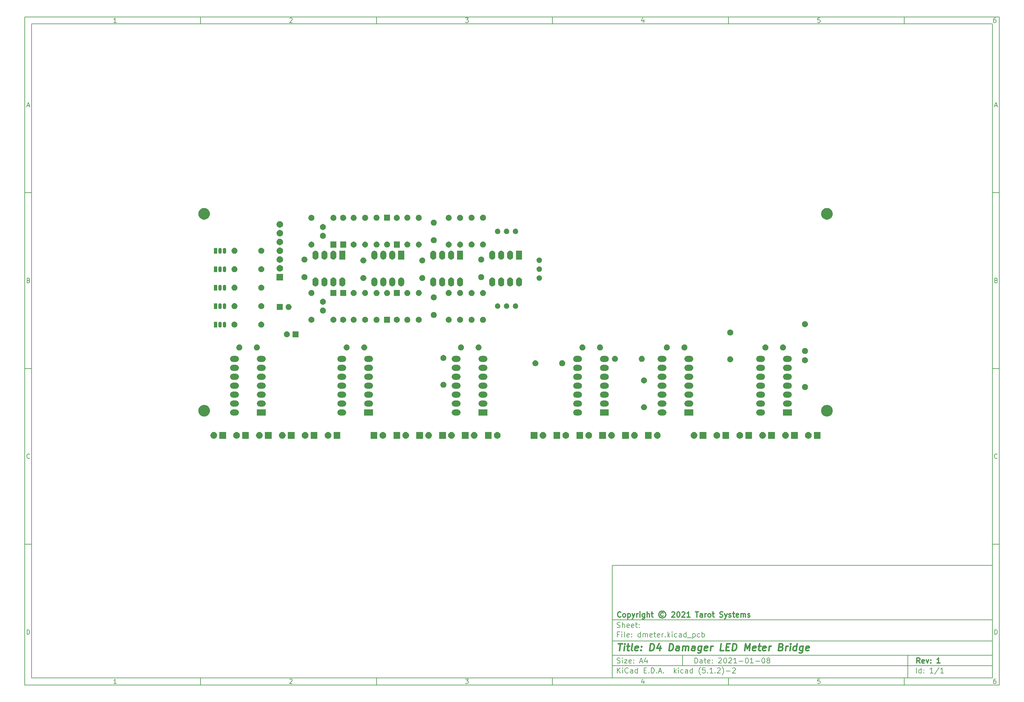
<source format=gbr>
G04 #@! TF.GenerationSoftware,KiCad,Pcbnew,(5.1.2)-2*
G04 #@! TF.CreationDate,2021-01-08T22:33:22+00:00*
G04 #@! TF.ProjectId,dmeter,646d6574-6572-42e6-9b69-6361645f7063,1*
G04 #@! TF.SameCoordinates,PX365c040PY7fcad80*
G04 #@! TF.FileFunction,Soldermask,Top*
G04 #@! TF.FilePolarity,Negative*
%FSLAX46Y46*%
G04 Gerber Fmt 4.6, Leading zero omitted, Abs format (unit mm)*
G04 Created by KiCad (PCBNEW (5.1.2)-2) date 2021-01-08 22:33:22*
%MOMM*%
%LPD*%
G04 APERTURE LIST*
%ADD10C,0.100000*%
%ADD11C,0.150000*%
%ADD12C,0.300000*%
%ADD13C,0.400000*%
G04 APERTURE END LIST*
D10*
D11*
X120002200Y-32007200D02*
X120002200Y-64007200D01*
X228002200Y-64007200D01*
X228002200Y-32007200D01*
X120002200Y-32007200D01*
D10*
D11*
X-47000000Y124000000D02*
X-47000000Y-66007200D01*
X230002200Y-66007200D01*
X230002200Y124000000D01*
X-47000000Y124000000D01*
D10*
D11*
X-45000000Y122000000D02*
X-45000000Y-64007200D01*
X228002200Y-64007200D01*
X228002200Y122000000D01*
X-45000000Y122000000D01*
D10*
D11*
X3000000Y122000000D02*
X3000000Y124000000D01*
D10*
D11*
X53000000Y122000000D02*
X53000000Y124000000D01*
D10*
D11*
X103000000Y122000000D02*
X103000000Y124000000D01*
D10*
D11*
X153000000Y122000000D02*
X153000000Y124000000D01*
D10*
D11*
X203000000Y122000000D02*
X203000000Y124000000D01*
D10*
D11*
X-20934524Y122411905D02*
X-21677381Y122411905D01*
X-21305953Y122411905D02*
X-21305953Y123711905D01*
X-21429762Y123526191D01*
X-21553572Y123402381D01*
X-21677381Y123340477D01*
D10*
D11*
X28322619Y123588096D02*
X28384523Y123650000D01*
X28508333Y123711905D01*
X28817857Y123711905D01*
X28941666Y123650000D01*
X29003571Y123588096D01*
X29065476Y123464286D01*
X29065476Y123340477D01*
X29003571Y123154762D01*
X28260714Y122411905D01*
X29065476Y122411905D01*
D10*
D11*
X78260714Y123711905D02*
X79065476Y123711905D01*
X78632142Y123216667D01*
X78817857Y123216667D01*
X78941666Y123154762D01*
X79003571Y123092858D01*
X79065476Y122969048D01*
X79065476Y122659524D01*
X79003571Y122535715D01*
X78941666Y122473810D01*
X78817857Y122411905D01*
X78446428Y122411905D01*
X78322619Y122473810D01*
X78260714Y122535715D01*
D10*
D11*
X128941666Y123278572D02*
X128941666Y122411905D01*
X128632142Y123773810D02*
X128322619Y122845239D01*
X129127380Y122845239D01*
D10*
D11*
X179003571Y123711905D02*
X178384523Y123711905D01*
X178322619Y123092858D01*
X178384523Y123154762D01*
X178508333Y123216667D01*
X178817857Y123216667D01*
X178941666Y123154762D01*
X179003571Y123092858D01*
X179065476Y122969048D01*
X179065476Y122659524D01*
X179003571Y122535715D01*
X178941666Y122473810D01*
X178817857Y122411905D01*
X178508333Y122411905D01*
X178384523Y122473810D01*
X178322619Y122535715D01*
D10*
D11*
X228941666Y123711905D02*
X228694047Y123711905D01*
X228570238Y123650000D01*
X228508333Y123588096D01*
X228384523Y123402381D01*
X228322619Y123154762D01*
X228322619Y122659524D01*
X228384523Y122535715D01*
X228446428Y122473810D01*
X228570238Y122411905D01*
X228817857Y122411905D01*
X228941666Y122473810D01*
X229003571Y122535715D01*
X229065476Y122659524D01*
X229065476Y122969048D01*
X229003571Y123092858D01*
X228941666Y123154762D01*
X228817857Y123216667D01*
X228570238Y123216667D01*
X228446428Y123154762D01*
X228384523Y123092858D01*
X228322619Y122969048D01*
D10*
D11*
X3000000Y-64007200D02*
X3000000Y-66007200D01*
D10*
D11*
X53000000Y-64007200D02*
X53000000Y-66007200D01*
D10*
D11*
X103000000Y-64007200D02*
X103000000Y-66007200D01*
D10*
D11*
X153000000Y-64007200D02*
X153000000Y-66007200D01*
D10*
D11*
X203000000Y-64007200D02*
X203000000Y-66007200D01*
D10*
D11*
X-20934524Y-65595295D02*
X-21677381Y-65595295D01*
X-21305953Y-65595295D02*
X-21305953Y-64295295D01*
X-21429762Y-64481009D01*
X-21553572Y-64604819D01*
X-21677381Y-64666723D01*
D10*
D11*
X28322619Y-64419104D02*
X28384523Y-64357200D01*
X28508333Y-64295295D01*
X28817857Y-64295295D01*
X28941666Y-64357200D01*
X29003571Y-64419104D01*
X29065476Y-64542914D01*
X29065476Y-64666723D01*
X29003571Y-64852438D01*
X28260714Y-65595295D01*
X29065476Y-65595295D01*
D10*
D11*
X78260714Y-64295295D02*
X79065476Y-64295295D01*
X78632142Y-64790533D01*
X78817857Y-64790533D01*
X78941666Y-64852438D01*
X79003571Y-64914342D01*
X79065476Y-65038152D01*
X79065476Y-65347676D01*
X79003571Y-65471485D01*
X78941666Y-65533390D01*
X78817857Y-65595295D01*
X78446428Y-65595295D01*
X78322619Y-65533390D01*
X78260714Y-65471485D01*
D10*
D11*
X128941666Y-64728628D02*
X128941666Y-65595295D01*
X128632142Y-64233390D02*
X128322619Y-65161961D01*
X129127380Y-65161961D01*
D10*
D11*
X179003571Y-64295295D02*
X178384523Y-64295295D01*
X178322619Y-64914342D01*
X178384523Y-64852438D01*
X178508333Y-64790533D01*
X178817857Y-64790533D01*
X178941666Y-64852438D01*
X179003571Y-64914342D01*
X179065476Y-65038152D01*
X179065476Y-65347676D01*
X179003571Y-65471485D01*
X178941666Y-65533390D01*
X178817857Y-65595295D01*
X178508333Y-65595295D01*
X178384523Y-65533390D01*
X178322619Y-65471485D01*
D10*
D11*
X228941666Y-64295295D02*
X228694047Y-64295295D01*
X228570238Y-64357200D01*
X228508333Y-64419104D01*
X228384523Y-64604819D01*
X228322619Y-64852438D01*
X228322619Y-65347676D01*
X228384523Y-65471485D01*
X228446428Y-65533390D01*
X228570238Y-65595295D01*
X228817857Y-65595295D01*
X228941666Y-65533390D01*
X229003571Y-65471485D01*
X229065476Y-65347676D01*
X229065476Y-65038152D01*
X229003571Y-64914342D01*
X228941666Y-64852438D01*
X228817857Y-64790533D01*
X228570238Y-64790533D01*
X228446428Y-64852438D01*
X228384523Y-64914342D01*
X228322619Y-65038152D01*
D10*
D11*
X-47000000Y74000000D02*
X-45000000Y74000000D01*
D10*
D11*
X-47000000Y24000000D02*
X-45000000Y24000000D01*
D10*
D11*
X-47000000Y-26000000D02*
X-45000000Y-26000000D01*
D10*
D11*
X-46309524Y98783334D02*
X-45690477Y98783334D01*
X-46433334Y98411905D02*
X-46000000Y99711905D01*
X-45566667Y98411905D01*
D10*
D11*
X-45907143Y49092858D02*
X-45721429Y49030953D01*
X-45659524Y48969048D01*
X-45597620Y48845239D01*
X-45597620Y48659524D01*
X-45659524Y48535715D01*
X-45721429Y48473810D01*
X-45845239Y48411905D01*
X-46340477Y48411905D01*
X-46340477Y49711905D01*
X-45907143Y49711905D01*
X-45783334Y49650000D01*
X-45721429Y49588096D01*
X-45659524Y49464286D01*
X-45659524Y49340477D01*
X-45721429Y49216667D01*
X-45783334Y49154762D01*
X-45907143Y49092858D01*
X-46340477Y49092858D01*
D10*
D11*
X-45597620Y-1464285D02*
X-45659524Y-1526190D01*
X-45845239Y-1588095D01*
X-45969048Y-1588095D01*
X-46154762Y-1526190D01*
X-46278572Y-1402380D01*
X-46340477Y-1278571D01*
X-46402381Y-1030952D01*
X-46402381Y-845238D01*
X-46340477Y-597619D01*
X-46278572Y-473809D01*
X-46154762Y-350000D01*
X-45969048Y-288095D01*
X-45845239Y-288095D01*
X-45659524Y-350000D01*
X-45597620Y-411904D01*
D10*
D11*
X-46340477Y-51588095D02*
X-46340477Y-50288095D01*
X-46030953Y-50288095D01*
X-45845239Y-50350000D01*
X-45721429Y-50473809D01*
X-45659524Y-50597619D01*
X-45597620Y-50845238D01*
X-45597620Y-51030952D01*
X-45659524Y-51278571D01*
X-45721429Y-51402380D01*
X-45845239Y-51526190D01*
X-46030953Y-51588095D01*
X-46340477Y-51588095D01*
D10*
D11*
X230002200Y74000000D02*
X228002200Y74000000D01*
D10*
D11*
X230002200Y24000000D02*
X228002200Y24000000D01*
D10*
D11*
X230002200Y-26000000D02*
X228002200Y-26000000D01*
D10*
D11*
X228692676Y98783334D02*
X229311723Y98783334D01*
X228568866Y98411905D02*
X229002200Y99711905D01*
X229435533Y98411905D01*
D10*
D11*
X229095057Y49092858D02*
X229280771Y49030953D01*
X229342676Y48969048D01*
X229404580Y48845239D01*
X229404580Y48659524D01*
X229342676Y48535715D01*
X229280771Y48473810D01*
X229156961Y48411905D01*
X228661723Y48411905D01*
X228661723Y49711905D01*
X229095057Y49711905D01*
X229218866Y49650000D01*
X229280771Y49588096D01*
X229342676Y49464286D01*
X229342676Y49340477D01*
X229280771Y49216667D01*
X229218866Y49154762D01*
X229095057Y49092858D01*
X228661723Y49092858D01*
D10*
D11*
X229404580Y-1464285D02*
X229342676Y-1526190D01*
X229156961Y-1588095D01*
X229033152Y-1588095D01*
X228847438Y-1526190D01*
X228723628Y-1402380D01*
X228661723Y-1278571D01*
X228599819Y-1030952D01*
X228599819Y-845238D01*
X228661723Y-597619D01*
X228723628Y-473809D01*
X228847438Y-350000D01*
X229033152Y-288095D01*
X229156961Y-288095D01*
X229342676Y-350000D01*
X229404580Y-411904D01*
D10*
D11*
X228661723Y-51588095D02*
X228661723Y-50288095D01*
X228971247Y-50288095D01*
X229156961Y-50350000D01*
X229280771Y-50473809D01*
X229342676Y-50597619D01*
X229404580Y-50845238D01*
X229404580Y-51030952D01*
X229342676Y-51278571D01*
X229280771Y-51402380D01*
X229156961Y-51526190D01*
X228971247Y-51588095D01*
X228661723Y-51588095D01*
D10*
D11*
X143434342Y-59785771D02*
X143434342Y-58285771D01*
X143791485Y-58285771D01*
X144005771Y-58357200D01*
X144148628Y-58500057D01*
X144220057Y-58642914D01*
X144291485Y-58928628D01*
X144291485Y-59142914D01*
X144220057Y-59428628D01*
X144148628Y-59571485D01*
X144005771Y-59714342D01*
X143791485Y-59785771D01*
X143434342Y-59785771D01*
X145577200Y-59785771D02*
X145577200Y-59000057D01*
X145505771Y-58857200D01*
X145362914Y-58785771D01*
X145077200Y-58785771D01*
X144934342Y-58857200D01*
X145577200Y-59714342D02*
X145434342Y-59785771D01*
X145077200Y-59785771D01*
X144934342Y-59714342D01*
X144862914Y-59571485D01*
X144862914Y-59428628D01*
X144934342Y-59285771D01*
X145077200Y-59214342D01*
X145434342Y-59214342D01*
X145577200Y-59142914D01*
X146077200Y-58785771D02*
X146648628Y-58785771D01*
X146291485Y-58285771D02*
X146291485Y-59571485D01*
X146362914Y-59714342D01*
X146505771Y-59785771D01*
X146648628Y-59785771D01*
X147720057Y-59714342D02*
X147577200Y-59785771D01*
X147291485Y-59785771D01*
X147148628Y-59714342D01*
X147077200Y-59571485D01*
X147077200Y-59000057D01*
X147148628Y-58857200D01*
X147291485Y-58785771D01*
X147577200Y-58785771D01*
X147720057Y-58857200D01*
X147791485Y-59000057D01*
X147791485Y-59142914D01*
X147077200Y-59285771D01*
X148434342Y-59642914D02*
X148505771Y-59714342D01*
X148434342Y-59785771D01*
X148362914Y-59714342D01*
X148434342Y-59642914D01*
X148434342Y-59785771D01*
X148434342Y-58857200D02*
X148505771Y-58928628D01*
X148434342Y-59000057D01*
X148362914Y-58928628D01*
X148434342Y-58857200D01*
X148434342Y-59000057D01*
X150220057Y-58428628D02*
X150291485Y-58357200D01*
X150434342Y-58285771D01*
X150791485Y-58285771D01*
X150934342Y-58357200D01*
X151005771Y-58428628D01*
X151077200Y-58571485D01*
X151077200Y-58714342D01*
X151005771Y-58928628D01*
X150148628Y-59785771D01*
X151077200Y-59785771D01*
X152005771Y-58285771D02*
X152148628Y-58285771D01*
X152291485Y-58357200D01*
X152362914Y-58428628D01*
X152434342Y-58571485D01*
X152505771Y-58857200D01*
X152505771Y-59214342D01*
X152434342Y-59500057D01*
X152362914Y-59642914D01*
X152291485Y-59714342D01*
X152148628Y-59785771D01*
X152005771Y-59785771D01*
X151862914Y-59714342D01*
X151791485Y-59642914D01*
X151720057Y-59500057D01*
X151648628Y-59214342D01*
X151648628Y-58857200D01*
X151720057Y-58571485D01*
X151791485Y-58428628D01*
X151862914Y-58357200D01*
X152005771Y-58285771D01*
X153077200Y-58428628D02*
X153148628Y-58357200D01*
X153291485Y-58285771D01*
X153648628Y-58285771D01*
X153791485Y-58357200D01*
X153862914Y-58428628D01*
X153934342Y-58571485D01*
X153934342Y-58714342D01*
X153862914Y-58928628D01*
X153005771Y-59785771D01*
X153934342Y-59785771D01*
X155362914Y-59785771D02*
X154505771Y-59785771D01*
X154934342Y-59785771D02*
X154934342Y-58285771D01*
X154791485Y-58500057D01*
X154648628Y-58642914D01*
X154505771Y-58714342D01*
X156005771Y-59214342D02*
X157148628Y-59214342D01*
X158148628Y-58285771D02*
X158291485Y-58285771D01*
X158434342Y-58357200D01*
X158505771Y-58428628D01*
X158577200Y-58571485D01*
X158648628Y-58857200D01*
X158648628Y-59214342D01*
X158577200Y-59500057D01*
X158505771Y-59642914D01*
X158434342Y-59714342D01*
X158291485Y-59785771D01*
X158148628Y-59785771D01*
X158005771Y-59714342D01*
X157934342Y-59642914D01*
X157862914Y-59500057D01*
X157791485Y-59214342D01*
X157791485Y-58857200D01*
X157862914Y-58571485D01*
X157934342Y-58428628D01*
X158005771Y-58357200D01*
X158148628Y-58285771D01*
X160077200Y-59785771D02*
X159220057Y-59785771D01*
X159648628Y-59785771D02*
X159648628Y-58285771D01*
X159505771Y-58500057D01*
X159362914Y-58642914D01*
X159220057Y-58714342D01*
X160720057Y-59214342D02*
X161862914Y-59214342D01*
X162862914Y-58285771D02*
X163005771Y-58285771D01*
X163148628Y-58357200D01*
X163220057Y-58428628D01*
X163291485Y-58571485D01*
X163362914Y-58857200D01*
X163362914Y-59214342D01*
X163291485Y-59500057D01*
X163220057Y-59642914D01*
X163148628Y-59714342D01*
X163005771Y-59785771D01*
X162862914Y-59785771D01*
X162720057Y-59714342D01*
X162648628Y-59642914D01*
X162577200Y-59500057D01*
X162505771Y-59214342D01*
X162505771Y-58857200D01*
X162577200Y-58571485D01*
X162648628Y-58428628D01*
X162720057Y-58357200D01*
X162862914Y-58285771D01*
X164220057Y-58928628D02*
X164077200Y-58857200D01*
X164005771Y-58785771D01*
X163934342Y-58642914D01*
X163934342Y-58571485D01*
X164005771Y-58428628D01*
X164077200Y-58357200D01*
X164220057Y-58285771D01*
X164505771Y-58285771D01*
X164648628Y-58357200D01*
X164720057Y-58428628D01*
X164791485Y-58571485D01*
X164791485Y-58642914D01*
X164720057Y-58785771D01*
X164648628Y-58857200D01*
X164505771Y-58928628D01*
X164220057Y-58928628D01*
X164077200Y-59000057D01*
X164005771Y-59071485D01*
X163934342Y-59214342D01*
X163934342Y-59500057D01*
X164005771Y-59642914D01*
X164077200Y-59714342D01*
X164220057Y-59785771D01*
X164505771Y-59785771D01*
X164648628Y-59714342D01*
X164720057Y-59642914D01*
X164791485Y-59500057D01*
X164791485Y-59214342D01*
X164720057Y-59071485D01*
X164648628Y-59000057D01*
X164505771Y-58928628D01*
D10*
D11*
X120002200Y-60507200D02*
X228002200Y-60507200D01*
D10*
D11*
X121434342Y-62585771D02*
X121434342Y-61085771D01*
X122291485Y-62585771D02*
X121648628Y-61728628D01*
X122291485Y-61085771D02*
X121434342Y-61942914D01*
X122934342Y-62585771D02*
X122934342Y-61585771D01*
X122934342Y-61085771D02*
X122862914Y-61157200D01*
X122934342Y-61228628D01*
X123005771Y-61157200D01*
X122934342Y-61085771D01*
X122934342Y-61228628D01*
X124505771Y-62442914D02*
X124434342Y-62514342D01*
X124220057Y-62585771D01*
X124077200Y-62585771D01*
X123862914Y-62514342D01*
X123720057Y-62371485D01*
X123648628Y-62228628D01*
X123577200Y-61942914D01*
X123577200Y-61728628D01*
X123648628Y-61442914D01*
X123720057Y-61300057D01*
X123862914Y-61157200D01*
X124077200Y-61085771D01*
X124220057Y-61085771D01*
X124434342Y-61157200D01*
X124505771Y-61228628D01*
X125791485Y-62585771D02*
X125791485Y-61800057D01*
X125720057Y-61657200D01*
X125577200Y-61585771D01*
X125291485Y-61585771D01*
X125148628Y-61657200D01*
X125791485Y-62514342D02*
X125648628Y-62585771D01*
X125291485Y-62585771D01*
X125148628Y-62514342D01*
X125077200Y-62371485D01*
X125077200Y-62228628D01*
X125148628Y-62085771D01*
X125291485Y-62014342D01*
X125648628Y-62014342D01*
X125791485Y-61942914D01*
X127148628Y-62585771D02*
X127148628Y-61085771D01*
X127148628Y-62514342D02*
X127005771Y-62585771D01*
X126720057Y-62585771D01*
X126577200Y-62514342D01*
X126505771Y-62442914D01*
X126434342Y-62300057D01*
X126434342Y-61871485D01*
X126505771Y-61728628D01*
X126577200Y-61657200D01*
X126720057Y-61585771D01*
X127005771Y-61585771D01*
X127148628Y-61657200D01*
X129005771Y-61800057D02*
X129505771Y-61800057D01*
X129720057Y-62585771D02*
X129005771Y-62585771D01*
X129005771Y-61085771D01*
X129720057Y-61085771D01*
X130362914Y-62442914D02*
X130434342Y-62514342D01*
X130362914Y-62585771D01*
X130291485Y-62514342D01*
X130362914Y-62442914D01*
X130362914Y-62585771D01*
X131077200Y-62585771D02*
X131077200Y-61085771D01*
X131434342Y-61085771D01*
X131648628Y-61157200D01*
X131791485Y-61300057D01*
X131862914Y-61442914D01*
X131934342Y-61728628D01*
X131934342Y-61942914D01*
X131862914Y-62228628D01*
X131791485Y-62371485D01*
X131648628Y-62514342D01*
X131434342Y-62585771D01*
X131077200Y-62585771D01*
X132577200Y-62442914D02*
X132648628Y-62514342D01*
X132577200Y-62585771D01*
X132505771Y-62514342D01*
X132577200Y-62442914D01*
X132577200Y-62585771D01*
X133220057Y-62157200D02*
X133934342Y-62157200D01*
X133077200Y-62585771D02*
X133577200Y-61085771D01*
X134077200Y-62585771D01*
X134577200Y-62442914D02*
X134648628Y-62514342D01*
X134577200Y-62585771D01*
X134505771Y-62514342D01*
X134577200Y-62442914D01*
X134577200Y-62585771D01*
X137577200Y-62585771D02*
X137577200Y-61085771D01*
X137720057Y-62014342D02*
X138148628Y-62585771D01*
X138148628Y-61585771D02*
X137577200Y-62157200D01*
X138791485Y-62585771D02*
X138791485Y-61585771D01*
X138791485Y-61085771D02*
X138720057Y-61157200D01*
X138791485Y-61228628D01*
X138862914Y-61157200D01*
X138791485Y-61085771D01*
X138791485Y-61228628D01*
X140148628Y-62514342D02*
X140005771Y-62585771D01*
X139720057Y-62585771D01*
X139577200Y-62514342D01*
X139505771Y-62442914D01*
X139434342Y-62300057D01*
X139434342Y-61871485D01*
X139505771Y-61728628D01*
X139577200Y-61657200D01*
X139720057Y-61585771D01*
X140005771Y-61585771D01*
X140148628Y-61657200D01*
X141434342Y-62585771D02*
X141434342Y-61800057D01*
X141362914Y-61657200D01*
X141220057Y-61585771D01*
X140934342Y-61585771D01*
X140791485Y-61657200D01*
X141434342Y-62514342D02*
X141291485Y-62585771D01*
X140934342Y-62585771D01*
X140791485Y-62514342D01*
X140720057Y-62371485D01*
X140720057Y-62228628D01*
X140791485Y-62085771D01*
X140934342Y-62014342D01*
X141291485Y-62014342D01*
X141434342Y-61942914D01*
X142791485Y-62585771D02*
X142791485Y-61085771D01*
X142791485Y-62514342D02*
X142648628Y-62585771D01*
X142362914Y-62585771D01*
X142220057Y-62514342D01*
X142148628Y-62442914D01*
X142077200Y-62300057D01*
X142077200Y-61871485D01*
X142148628Y-61728628D01*
X142220057Y-61657200D01*
X142362914Y-61585771D01*
X142648628Y-61585771D01*
X142791485Y-61657200D01*
X145077200Y-63157200D02*
X145005771Y-63085771D01*
X144862914Y-62871485D01*
X144791485Y-62728628D01*
X144720057Y-62514342D01*
X144648628Y-62157200D01*
X144648628Y-61871485D01*
X144720057Y-61514342D01*
X144791485Y-61300057D01*
X144862914Y-61157200D01*
X145005771Y-60942914D01*
X145077200Y-60871485D01*
X146362914Y-61085771D02*
X145648628Y-61085771D01*
X145577200Y-61800057D01*
X145648628Y-61728628D01*
X145791485Y-61657200D01*
X146148628Y-61657200D01*
X146291485Y-61728628D01*
X146362914Y-61800057D01*
X146434342Y-61942914D01*
X146434342Y-62300057D01*
X146362914Y-62442914D01*
X146291485Y-62514342D01*
X146148628Y-62585771D01*
X145791485Y-62585771D01*
X145648628Y-62514342D01*
X145577200Y-62442914D01*
X147077200Y-62442914D02*
X147148628Y-62514342D01*
X147077200Y-62585771D01*
X147005771Y-62514342D01*
X147077200Y-62442914D01*
X147077200Y-62585771D01*
X148577200Y-62585771D02*
X147720057Y-62585771D01*
X148148628Y-62585771D02*
X148148628Y-61085771D01*
X148005771Y-61300057D01*
X147862914Y-61442914D01*
X147720057Y-61514342D01*
X149220057Y-62442914D02*
X149291485Y-62514342D01*
X149220057Y-62585771D01*
X149148628Y-62514342D01*
X149220057Y-62442914D01*
X149220057Y-62585771D01*
X149862914Y-61228628D02*
X149934342Y-61157200D01*
X150077200Y-61085771D01*
X150434342Y-61085771D01*
X150577200Y-61157200D01*
X150648628Y-61228628D01*
X150720057Y-61371485D01*
X150720057Y-61514342D01*
X150648628Y-61728628D01*
X149791485Y-62585771D01*
X150720057Y-62585771D01*
X151220057Y-63157200D02*
X151291485Y-63085771D01*
X151434342Y-62871485D01*
X151505771Y-62728628D01*
X151577200Y-62514342D01*
X151648628Y-62157200D01*
X151648628Y-61871485D01*
X151577200Y-61514342D01*
X151505771Y-61300057D01*
X151434342Y-61157200D01*
X151291485Y-60942914D01*
X151220057Y-60871485D01*
X152362914Y-62014342D02*
X153505771Y-62014342D01*
X154148628Y-61228628D02*
X154220057Y-61157200D01*
X154362914Y-61085771D01*
X154720057Y-61085771D01*
X154862914Y-61157200D01*
X154934342Y-61228628D01*
X155005771Y-61371485D01*
X155005771Y-61514342D01*
X154934342Y-61728628D01*
X154077200Y-62585771D01*
X155005771Y-62585771D01*
D10*
D11*
X120002200Y-57507200D02*
X228002200Y-57507200D01*
D10*
D12*
X207411485Y-59785771D02*
X206911485Y-59071485D01*
X206554342Y-59785771D02*
X206554342Y-58285771D01*
X207125771Y-58285771D01*
X207268628Y-58357200D01*
X207340057Y-58428628D01*
X207411485Y-58571485D01*
X207411485Y-58785771D01*
X207340057Y-58928628D01*
X207268628Y-59000057D01*
X207125771Y-59071485D01*
X206554342Y-59071485D01*
X208625771Y-59714342D02*
X208482914Y-59785771D01*
X208197200Y-59785771D01*
X208054342Y-59714342D01*
X207982914Y-59571485D01*
X207982914Y-59000057D01*
X208054342Y-58857200D01*
X208197200Y-58785771D01*
X208482914Y-58785771D01*
X208625771Y-58857200D01*
X208697200Y-59000057D01*
X208697200Y-59142914D01*
X207982914Y-59285771D01*
X209197200Y-58785771D02*
X209554342Y-59785771D01*
X209911485Y-58785771D01*
X210482914Y-59642914D02*
X210554342Y-59714342D01*
X210482914Y-59785771D01*
X210411485Y-59714342D01*
X210482914Y-59642914D01*
X210482914Y-59785771D01*
X210482914Y-58857200D02*
X210554342Y-58928628D01*
X210482914Y-59000057D01*
X210411485Y-58928628D01*
X210482914Y-58857200D01*
X210482914Y-59000057D01*
X213125771Y-59785771D02*
X212268628Y-59785771D01*
X212697200Y-59785771D02*
X212697200Y-58285771D01*
X212554342Y-58500057D01*
X212411485Y-58642914D01*
X212268628Y-58714342D01*
D10*
D11*
X121362914Y-59714342D02*
X121577200Y-59785771D01*
X121934342Y-59785771D01*
X122077200Y-59714342D01*
X122148628Y-59642914D01*
X122220057Y-59500057D01*
X122220057Y-59357200D01*
X122148628Y-59214342D01*
X122077200Y-59142914D01*
X121934342Y-59071485D01*
X121648628Y-59000057D01*
X121505771Y-58928628D01*
X121434342Y-58857200D01*
X121362914Y-58714342D01*
X121362914Y-58571485D01*
X121434342Y-58428628D01*
X121505771Y-58357200D01*
X121648628Y-58285771D01*
X122005771Y-58285771D01*
X122220057Y-58357200D01*
X122862914Y-59785771D02*
X122862914Y-58785771D01*
X122862914Y-58285771D02*
X122791485Y-58357200D01*
X122862914Y-58428628D01*
X122934342Y-58357200D01*
X122862914Y-58285771D01*
X122862914Y-58428628D01*
X123434342Y-58785771D02*
X124220057Y-58785771D01*
X123434342Y-59785771D01*
X124220057Y-59785771D01*
X125362914Y-59714342D02*
X125220057Y-59785771D01*
X124934342Y-59785771D01*
X124791485Y-59714342D01*
X124720057Y-59571485D01*
X124720057Y-59000057D01*
X124791485Y-58857200D01*
X124934342Y-58785771D01*
X125220057Y-58785771D01*
X125362914Y-58857200D01*
X125434342Y-59000057D01*
X125434342Y-59142914D01*
X124720057Y-59285771D01*
X126077200Y-59642914D02*
X126148628Y-59714342D01*
X126077200Y-59785771D01*
X126005771Y-59714342D01*
X126077200Y-59642914D01*
X126077200Y-59785771D01*
X126077200Y-58857200D02*
X126148628Y-58928628D01*
X126077200Y-59000057D01*
X126005771Y-58928628D01*
X126077200Y-58857200D01*
X126077200Y-59000057D01*
X127862914Y-59357200D02*
X128577200Y-59357200D01*
X127720057Y-59785771D02*
X128220057Y-58285771D01*
X128720057Y-59785771D01*
X129862914Y-58785771D02*
X129862914Y-59785771D01*
X129505771Y-58214342D02*
X129148628Y-59285771D01*
X130077200Y-59285771D01*
D10*
D11*
X206434342Y-62585771D02*
X206434342Y-61085771D01*
X207791485Y-62585771D02*
X207791485Y-61085771D01*
X207791485Y-62514342D02*
X207648628Y-62585771D01*
X207362914Y-62585771D01*
X207220057Y-62514342D01*
X207148628Y-62442914D01*
X207077200Y-62300057D01*
X207077200Y-61871485D01*
X207148628Y-61728628D01*
X207220057Y-61657200D01*
X207362914Y-61585771D01*
X207648628Y-61585771D01*
X207791485Y-61657200D01*
X208505771Y-62442914D02*
X208577200Y-62514342D01*
X208505771Y-62585771D01*
X208434342Y-62514342D01*
X208505771Y-62442914D01*
X208505771Y-62585771D01*
X208505771Y-61657200D02*
X208577200Y-61728628D01*
X208505771Y-61800057D01*
X208434342Y-61728628D01*
X208505771Y-61657200D01*
X208505771Y-61800057D01*
X211148628Y-62585771D02*
X210291485Y-62585771D01*
X210720057Y-62585771D02*
X210720057Y-61085771D01*
X210577200Y-61300057D01*
X210434342Y-61442914D01*
X210291485Y-61514342D01*
X212862914Y-61014342D02*
X211577200Y-62942914D01*
X214148628Y-62585771D02*
X213291485Y-62585771D01*
X213720057Y-62585771D02*
X213720057Y-61085771D01*
X213577200Y-61300057D01*
X213434342Y-61442914D01*
X213291485Y-61514342D01*
D10*
D11*
X120002200Y-53507200D02*
X228002200Y-53507200D01*
D10*
D13*
X121714580Y-54211961D02*
X122857438Y-54211961D01*
X122036009Y-56211961D02*
X122286009Y-54211961D01*
X123274104Y-56211961D02*
X123440771Y-54878628D01*
X123524104Y-54211961D02*
X123416961Y-54307200D01*
X123500295Y-54402438D01*
X123607438Y-54307200D01*
X123524104Y-54211961D01*
X123500295Y-54402438D01*
X124107438Y-54878628D02*
X124869342Y-54878628D01*
X124476485Y-54211961D02*
X124262200Y-55926247D01*
X124333628Y-56116723D01*
X124512200Y-56211961D01*
X124702676Y-56211961D01*
X125655057Y-56211961D02*
X125476485Y-56116723D01*
X125405057Y-55926247D01*
X125619342Y-54211961D01*
X127190771Y-56116723D02*
X126988390Y-56211961D01*
X126607438Y-56211961D01*
X126428866Y-56116723D01*
X126357438Y-55926247D01*
X126452676Y-55164342D01*
X126571723Y-54973866D01*
X126774104Y-54878628D01*
X127155057Y-54878628D01*
X127333628Y-54973866D01*
X127405057Y-55164342D01*
X127381247Y-55354819D01*
X126405057Y-55545295D01*
X128155057Y-56021485D02*
X128238390Y-56116723D01*
X128131247Y-56211961D01*
X128047914Y-56116723D01*
X128155057Y-56021485D01*
X128131247Y-56211961D01*
X128286009Y-54973866D02*
X128369342Y-55069104D01*
X128262200Y-55164342D01*
X128178866Y-55069104D01*
X128286009Y-54973866D01*
X128262200Y-55164342D01*
X130607438Y-56211961D02*
X130857438Y-54211961D01*
X131333628Y-54211961D01*
X131607438Y-54307200D01*
X131774104Y-54497676D01*
X131845533Y-54688152D01*
X131893152Y-55069104D01*
X131857438Y-55354819D01*
X131714580Y-55735771D01*
X131595533Y-55926247D01*
X131381247Y-56116723D01*
X131083628Y-56211961D01*
X130607438Y-56211961D01*
X133631247Y-54878628D02*
X133464580Y-56211961D01*
X133250295Y-54116723D02*
X132595533Y-55545295D01*
X133833628Y-55545295D01*
X136036009Y-56211961D02*
X136286009Y-54211961D01*
X136762200Y-54211961D01*
X137036009Y-54307200D01*
X137202676Y-54497676D01*
X137274104Y-54688152D01*
X137321723Y-55069104D01*
X137286009Y-55354819D01*
X137143152Y-55735771D01*
X137024104Y-55926247D01*
X136809819Y-56116723D01*
X136512200Y-56211961D01*
X136036009Y-56211961D01*
X138893152Y-56211961D02*
X139024104Y-55164342D01*
X138952676Y-54973866D01*
X138774104Y-54878628D01*
X138393152Y-54878628D01*
X138190771Y-54973866D01*
X138905057Y-56116723D02*
X138702676Y-56211961D01*
X138226485Y-56211961D01*
X138047914Y-56116723D01*
X137976485Y-55926247D01*
X138000295Y-55735771D01*
X138119342Y-55545295D01*
X138321723Y-55450057D01*
X138797914Y-55450057D01*
X139000295Y-55354819D01*
X139845533Y-56211961D02*
X140012200Y-54878628D01*
X139988390Y-55069104D02*
X140095533Y-54973866D01*
X140297914Y-54878628D01*
X140583628Y-54878628D01*
X140762200Y-54973866D01*
X140833628Y-55164342D01*
X140702676Y-56211961D01*
X140833628Y-55164342D02*
X140952676Y-54973866D01*
X141155057Y-54878628D01*
X141440771Y-54878628D01*
X141619342Y-54973866D01*
X141690771Y-55164342D01*
X141559819Y-56211961D01*
X143369342Y-56211961D02*
X143500295Y-55164342D01*
X143428866Y-54973866D01*
X143250295Y-54878628D01*
X142869342Y-54878628D01*
X142666961Y-54973866D01*
X143381247Y-56116723D02*
X143178866Y-56211961D01*
X142702676Y-56211961D01*
X142524104Y-56116723D01*
X142452676Y-55926247D01*
X142476485Y-55735771D01*
X142595533Y-55545295D01*
X142797914Y-55450057D01*
X143274104Y-55450057D01*
X143476485Y-55354819D01*
X145345533Y-54878628D02*
X145143152Y-56497676D01*
X145024104Y-56688152D01*
X144916961Y-56783390D01*
X144714580Y-56878628D01*
X144428866Y-56878628D01*
X144250295Y-56783390D01*
X145190771Y-56116723D02*
X144988390Y-56211961D01*
X144607438Y-56211961D01*
X144428866Y-56116723D01*
X144345533Y-56021485D01*
X144274104Y-55831009D01*
X144345533Y-55259580D01*
X144464580Y-55069104D01*
X144571723Y-54973866D01*
X144774104Y-54878628D01*
X145155057Y-54878628D01*
X145333628Y-54973866D01*
X146905057Y-56116723D02*
X146702676Y-56211961D01*
X146321723Y-56211961D01*
X146143152Y-56116723D01*
X146071723Y-55926247D01*
X146166961Y-55164342D01*
X146286009Y-54973866D01*
X146488390Y-54878628D01*
X146869342Y-54878628D01*
X147047914Y-54973866D01*
X147119342Y-55164342D01*
X147095533Y-55354819D01*
X146119342Y-55545295D01*
X147845533Y-56211961D02*
X148012200Y-54878628D01*
X147964580Y-55259580D02*
X148083628Y-55069104D01*
X148190771Y-54973866D01*
X148393152Y-54878628D01*
X148583628Y-54878628D01*
X151559819Y-56211961D02*
X150607438Y-56211961D01*
X150857438Y-54211961D01*
X152357438Y-55164342D02*
X153024104Y-55164342D01*
X153178866Y-56211961D02*
X152226485Y-56211961D01*
X152476485Y-54211961D01*
X153428866Y-54211961D01*
X154036009Y-56211961D02*
X154286009Y-54211961D01*
X154762200Y-54211961D01*
X155036009Y-54307200D01*
X155202676Y-54497676D01*
X155274104Y-54688152D01*
X155321723Y-55069104D01*
X155286009Y-55354819D01*
X155143152Y-55735771D01*
X155024104Y-55926247D01*
X154809819Y-56116723D01*
X154512200Y-56211961D01*
X154036009Y-56211961D01*
X157559819Y-56211961D02*
X157809819Y-54211961D01*
X158297914Y-55640533D01*
X159143152Y-54211961D01*
X158893152Y-56211961D01*
X160619342Y-56116723D02*
X160416961Y-56211961D01*
X160036009Y-56211961D01*
X159857438Y-56116723D01*
X159786009Y-55926247D01*
X159881247Y-55164342D01*
X160000295Y-54973866D01*
X160202676Y-54878628D01*
X160583628Y-54878628D01*
X160762200Y-54973866D01*
X160833628Y-55164342D01*
X160809819Y-55354819D01*
X159833628Y-55545295D01*
X161440771Y-54878628D02*
X162202676Y-54878628D01*
X161809819Y-54211961D02*
X161595533Y-55926247D01*
X161666961Y-56116723D01*
X161845533Y-56211961D01*
X162036009Y-56211961D01*
X163476485Y-56116723D02*
X163274104Y-56211961D01*
X162893152Y-56211961D01*
X162714580Y-56116723D01*
X162643152Y-55926247D01*
X162738390Y-55164342D01*
X162857438Y-54973866D01*
X163059819Y-54878628D01*
X163440771Y-54878628D01*
X163619342Y-54973866D01*
X163690771Y-55164342D01*
X163666961Y-55354819D01*
X162690771Y-55545295D01*
X164416961Y-56211961D02*
X164583628Y-54878628D01*
X164536009Y-55259580D02*
X164655057Y-55069104D01*
X164762200Y-54973866D01*
X164964580Y-54878628D01*
X165155057Y-54878628D01*
X167976485Y-55164342D02*
X168250295Y-55259580D01*
X168333628Y-55354819D01*
X168405057Y-55545295D01*
X168369342Y-55831009D01*
X168250295Y-56021485D01*
X168143152Y-56116723D01*
X167940771Y-56211961D01*
X167178866Y-56211961D01*
X167428866Y-54211961D01*
X168095533Y-54211961D01*
X168274104Y-54307200D01*
X168357438Y-54402438D01*
X168428866Y-54592914D01*
X168405057Y-54783390D01*
X168286009Y-54973866D01*
X168178866Y-55069104D01*
X167976485Y-55164342D01*
X167309819Y-55164342D01*
X169178866Y-56211961D02*
X169345533Y-54878628D01*
X169297914Y-55259580D02*
X169416961Y-55069104D01*
X169524104Y-54973866D01*
X169726485Y-54878628D01*
X169916961Y-54878628D01*
X170416961Y-56211961D02*
X170583628Y-54878628D01*
X170666961Y-54211961D02*
X170559819Y-54307200D01*
X170643152Y-54402438D01*
X170750295Y-54307200D01*
X170666961Y-54211961D01*
X170643152Y-54402438D01*
X172226485Y-56211961D02*
X172476485Y-54211961D01*
X172238390Y-56116723D02*
X172036009Y-56211961D01*
X171655057Y-56211961D01*
X171476485Y-56116723D01*
X171393152Y-56021485D01*
X171321723Y-55831009D01*
X171393152Y-55259580D01*
X171512200Y-55069104D01*
X171619342Y-54973866D01*
X171821723Y-54878628D01*
X172202676Y-54878628D01*
X172381247Y-54973866D01*
X174202676Y-54878628D02*
X174000295Y-56497676D01*
X173881247Y-56688152D01*
X173774104Y-56783390D01*
X173571723Y-56878628D01*
X173286009Y-56878628D01*
X173107438Y-56783390D01*
X174047914Y-56116723D02*
X173845533Y-56211961D01*
X173464580Y-56211961D01*
X173286009Y-56116723D01*
X173202676Y-56021485D01*
X173131247Y-55831009D01*
X173202676Y-55259580D01*
X173321723Y-55069104D01*
X173428866Y-54973866D01*
X173631247Y-54878628D01*
X174012200Y-54878628D01*
X174190771Y-54973866D01*
X175762200Y-56116723D02*
X175559819Y-56211961D01*
X175178866Y-56211961D01*
X175000295Y-56116723D01*
X174928866Y-55926247D01*
X175024104Y-55164342D01*
X175143152Y-54973866D01*
X175345533Y-54878628D01*
X175726485Y-54878628D01*
X175905057Y-54973866D01*
X175976485Y-55164342D01*
X175952676Y-55354819D01*
X174976485Y-55545295D01*
D10*
D11*
X121934342Y-51600057D02*
X121434342Y-51600057D01*
X121434342Y-52385771D02*
X121434342Y-50885771D01*
X122148628Y-50885771D01*
X122720057Y-52385771D02*
X122720057Y-51385771D01*
X122720057Y-50885771D02*
X122648628Y-50957200D01*
X122720057Y-51028628D01*
X122791485Y-50957200D01*
X122720057Y-50885771D01*
X122720057Y-51028628D01*
X123648628Y-52385771D02*
X123505771Y-52314342D01*
X123434342Y-52171485D01*
X123434342Y-50885771D01*
X124791485Y-52314342D02*
X124648628Y-52385771D01*
X124362914Y-52385771D01*
X124220057Y-52314342D01*
X124148628Y-52171485D01*
X124148628Y-51600057D01*
X124220057Y-51457200D01*
X124362914Y-51385771D01*
X124648628Y-51385771D01*
X124791485Y-51457200D01*
X124862914Y-51600057D01*
X124862914Y-51742914D01*
X124148628Y-51885771D01*
X125505771Y-52242914D02*
X125577200Y-52314342D01*
X125505771Y-52385771D01*
X125434342Y-52314342D01*
X125505771Y-52242914D01*
X125505771Y-52385771D01*
X125505771Y-51457200D02*
X125577200Y-51528628D01*
X125505771Y-51600057D01*
X125434342Y-51528628D01*
X125505771Y-51457200D01*
X125505771Y-51600057D01*
X128005771Y-52385771D02*
X128005771Y-50885771D01*
X128005771Y-52314342D02*
X127862914Y-52385771D01*
X127577200Y-52385771D01*
X127434342Y-52314342D01*
X127362914Y-52242914D01*
X127291485Y-52100057D01*
X127291485Y-51671485D01*
X127362914Y-51528628D01*
X127434342Y-51457200D01*
X127577200Y-51385771D01*
X127862914Y-51385771D01*
X128005771Y-51457200D01*
X128720057Y-52385771D02*
X128720057Y-51385771D01*
X128720057Y-51528628D02*
X128791485Y-51457200D01*
X128934342Y-51385771D01*
X129148628Y-51385771D01*
X129291485Y-51457200D01*
X129362914Y-51600057D01*
X129362914Y-52385771D01*
X129362914Y-51600057D02*
X129434342Y-51457200D01*
X129577200Y-51385771D01*
X129791485Y-51385771D01*
X129934342Y-51457200D01*
X130005771Y-51600057D01*
X130005771Y-52385771D01*
X131291485Y-52314342D02*
X131148628Y-52385771D01*
X130862914Y-52385771D01*
X130720057Y-52314342D01*
X130648628Y-52171485D01*
X130648628Y-51600057D01*
X130720057Y-51457200D01*
X130862914Y-51385771D01*
X131148628Y-51385771D01*
X131291485Y-51457200D01*
X131362914Y-51600057D01*
X131362914Y-51742914D01*
X130648628Y-51885771D01*
X131791485Y-51385771D02*
X132362914Y-51385771D01*
X132005771Y-50885771D02*
X132005771Y-52171485D01*
X132077200Y-52314342D01*
X132220057Y-52385771D01*
X132362914Y-52385771D01*
X133434342Y-52314342D02*
X133291485Y-52385771D01*
X133005771Y-52385771D01*
X132862914Y-52314342D01*
X132791485Y-52171485D01*
X132791485Y-51600057D01*
X132862914Y-51457200D01*
X133005771Y-51385771D01*
X133291485Y-51385771D01*
X133434342Y-51457200D01*
X133505771Y-51600057D01*
X133505771Y-51742914D01*
X132791485Y-51885771D01*
X134148628Y-52385771D02*
X134148628Y-51385771D01*
X134148628Y-51671485D02*
X134220057Y-51528628D01*
X134291485Y-51457200D01*
X134434342Y-51385771D01*
X134577200Y-51385771D01*
X135077200Y-52242914D02*
X135148628Y-52314342D01*
X135077200Y-52385771D01*
X135005771Y-52314342D01*
X135077200Y-52242914D01*
X135077200Y-52385771D01*
X135791485Y-52385771D02*
X135791485Y-50885771D01*
X135934342Y-51814342D02*
X136362914Y-52385771D01*
X136362914Y-51385771D02*
X135791485Y-51957200D01*
X137005771Y-52385771D02*
X137005771Y-51385771D01*
X137005771Y-50885771D02*
X136934342Y-50957200D01*
X137005771Y-51028628D01*
X137077200Y-50957200D01*
X137005771Y-50885771D01*
X137005771Y-51028628D01*
X138362914Y-52314342D02*
X138220057Y-52385771D01*
X137934342Y-52385771D01*
X137791485Y-52314342D01*
X137720057Y-52242914D01*
X137648628Y-52100057D01*
X137648628Y-51671485D01*
X137720057Y-51528628D01*
X137791485Y-51457200D01*
X137934342Y-51385771D01*
X138220057Y-51385771D01*
X138362914Y-51457200D01*
X139648628Y-52385771D02*
X139648628Y-51600057D01*
X139577200Y-51457200D01*
X139434342Y-51385771D01*
X139148628Y-51385771D01*
X139005771Y-51457200D01*
X139648628Y-52314342D02*
X139505771Y-52385771D01*
X139148628Y-52385771D01*
X139005771Y-52314342D01*
X138934342Y-52171485D01*
X138934342Y-52028628D01*
X139005771Y-51885771D01*
X139148628Y-51814342D01*
X139505771Y-51814342D01*
X139648628Y-51742914D01*
X141005771Y-52385771D02*
X141005771Y-50885771D01*
X141005771Y-52314342D02*
X140862914Y-52385771D01*
X140577200Y-52385771D01*
X140434342Y-52314342D01*
X140362914Y-52242914D01*
X140291485Y-52100057D01*
X140291485Y-51671485D01*
X140362914Y-51528628D01*
X140434342Y-51457200D01*
X140577200Y-51385771D01*
X140862914Y-51385771D01*
X141005771Y-51457200D01*
X141362914Y-52528628D02*
X142505771Y-52528628D01*
X142862914Y-51385771D02*
X142862914Y-52885771D01*
X142862914Y-51457200D02*
X143005771Y-51385771D01*
X143291485Y-51385771D01*
X143434342Y-51457200D01*
X143505771Y-51528628D01*
X143577200Y-51671485D01*
X143577200Y-52100057D01*
X143505771Y-52242914D01*
X143434342Y-52314342D01*
X143291485Y-52385771D01*
X143005771Y-52385771D01*
X142862914Y-52314342D01*
X144862914Y-52314342D02*
X144720057Y-52385771D01*
X144434342Y-52385771D01*
X144291485Y-52314342D01*
X144220057Y-52242914D01*
X144148628Y-52100057D01*
X144148628Y-51671485D01*
X144220057Y-51528628D01*
X144291485Y-51457200D01*
X144434342Y-51385771D01*
X144720057Y-51385771D01*
X144862914Y-51457200D01*
X145505771Y-52385771D02*
X145505771Y-50885771D01*
X145505771Y-51457200D02*
X145648628Y-51385771D01*
X145934342Y-51385771D01*
X146077200Y-51457200D01*
X146148628Y-51528628D01*
X146220057Y-51671485D01*
X146220057Y-52100057D01*
X146148628Y-52242914D01*
X146077200Y-52314342D01*
X145934342Y-52385771D01*
X145648628Y-52385771D01*
X145505771Y-52314342D01*
D10*
D11*
X120002200Y-47507200D02*
X228002200Y-47507200D01*
D10*
D11*
X121362914Y-49614342D02*
X121577200Y-49685771D01*
X121934342Y-49685771D01*
X122077200Y-49614342D01*
X122148628Y-49542914D01*
X122220057Y-49400057D01*
X122220057Y-49257200D01*
X122148628Y-49114342D01*
X122077200Y-49042914D01*
X121934342Y-48971485D01*
X121648628Y-48900057D01*
X121505771Y-48828628D01*
X121434342Y-48757200D01*
X121362914Y-48614342D01*
X121362914Y-48471485D01*
X121434342Y-48328628D01*
X121505771Y-48257200D01*
X121648628Y-48185771D01*
X122005771Y-48185771D01*
X122220057Y-48257200D01*
X122862914Y-49685771D02*
X122862914Y-48185771D01*
X123505771Y-49685771D02*
X123505771Y-48900057D01*
X123434342Y-48757200D01*
X123291485Y-48685771D01*
X123077200Y-48685771D01*
X122934342Y-48757200D01*
X122862914Y-48828628D01*
X124791485Y-49614342D02*
X124648628Y-49685771D01*
X124362914Y-49685771D01*
X124220057Y-49614342D01*
X124148628Y-49471485D01*
X124148628Y-48900057D01*
X124220057Y-48757200D01*
X124362914Y-48685771D01*
X124648628Y-48685771D01*
X124791485Y-48757200D01*
X124862914Y-48900057D01*
X124862914Y-49042914D01*
X124148628Y-49185771D01*
X126077200Y-49614342D02*
X125934342Y-49685771D01*
X125648628Y-49685771D01*
X125505771Y-49614342D01*
X125434342Y-49471485D01*
X125434342Y-48900057D01*
X125505771Y-48757200D01*
X125648628Y-48685771D01*
X125934342Y-48685771D01*
X126077200Y-48757200D01*
X126148628Y-48900057D01*
X126148628Y-49042914D01*
X125434342Y-49185771D01*
X126577200Y-48685771D02*
X127148628Y-48685771D01*
X126791485Y-48185771D02*
X126791485Y-49471485D01*
X126862914Y-49614342D01*
X127005771Y-49685771D01*
X127148628Y-49685771D01*
X127648628Y-49542914D02*
X127720057Y-49614342D01*
X127648628Y-49685771D01*
X127577200Y-49614342D01*
X127648628Y-49542914D01*
X127648628Y-49685771D01*
X127648628Y-48757200D02*
X127720057Y-48828628D01*
X127648628Y-48900057D01*
X127577200Y-48828628D01*
X127648628Y-48757200D01*
X127648628Y-48900057D01*
D10*
D12*
X122411485Y-46542914D02*
X122340057Y-46614342D01*
X122125771Y-46685771D01*
X121982914Y-46685771D01*
X121768628Y-46614342D01*
X121625771Y-46471485D01*
X121554342Y-46328628D01*
X121482914Y-46042914D01*
X121482914Y-45828628D01*
X121554342Y-45542914D01*
X121625771Y-45400057D01*
X121768628Y-45257200D01*
X121982914Y-45185771D01*
X122125771Y-45185771D01*
X122340057Y-45257200D01*
X122411485Y-45328628D01*
X123268628Y-46685771D02*
X123125771Y-46614342D01*
X123054342Y-46542914D01*
X122982914Y-46400057D01*
X122982914Y-45971485D01*
X123054342Y-45828628D01*
X123125771Y-45757200D01*
X123268628Y-45685771D01*
X123482914Y-45685771D01*
X123625771Y-45757200D01*
X123697200Y-45828628D01*
X123768628Y-45971485D01*
X123768628Y-46400057D01*
X123697200Y-46542914D01*
X123625771Y-46614342D01*
X123482914Y-46685771D01*
X123268628Y-46685771D01*
X124411485Y-45685771D02*
X124411485Y-47185771D01*
X124411485Y-45757200D02*
X124554342Y-45685771D01*
X124840057Y-45685771D01*
X124982914Y-45757200D01*
X125054342Y-45828628D01*
X125125771Y-45971485D01*
X125125771Y-46400057D01*
X125054342Y-46542914D01*
X124982914Y-46614342D01*
X124840057Y-46685771D01*
X124554342Y-46685771D01*
X124411485Y-46614342D01*
X125625771Y-45685771D02*
X125982914Y-46685771D01*
X126340057Y-45685771D02*
X125982914Y-46685771D01*
X125840057Y-47042914D01*
X125768628Y-47114342D01*
X125625771Y-47185771D01*
X126911485Y-46685771D02*
X126911485Y-45685771D01*
X126911485Y-45971485D02*
X126982914Y-45828628D01*
X127054342Y-45757200D01*
X127197200Y-45685771D01*
X127340057Y-45685771D01*
X127840057Y-46685771D02*
X127840057Y-45685771D01*
X127840057Y-45185771D02*
X127768628Y-45257200D01*
X127840057Y-45328628D01*
X127911485Y-45257200D01*
X127840057Y-45185771D01*
X127840057Y-45328628D01*
X129197200Y-45685771D02*
X129197200Y-46900057D01*
X129125771Y-47042914D01*
X129054342Y-47114342D01*
X128911485Y-47185771D01*
X128697200Y-47185771D01*
X128554342Y-47114342D01*
X129197200Y-46614342D02*
X129054342Y-46685771D01*
X128768628Y-46685771D01*
X128625771Y-46614342D01*
X128554342Y-46542914D01*
X128482914Y-46400057D01*
X128482914Y-45971485D01*
X128554342Y-45828628D01*
X128625771Y-45757200D01*
X128768628Y-45685771D01*
X129054342Y-45685771D01*
X129197200Y-45757200D01*
X129911485Y-46685771D02*
X129911485Y-45185771D01*
X130554342Y-46685771D02*
X130554342Y-45900057D01*
X130482914Y-45757200D01*
X130340057Y-45685771D01*
X130125771Y-45685771D01*
X129982914Y-45757200D01*
X129911485Y-45828628D01*
X131054342Y-45685771D02*
X131625771Y-45685771D01*
X131268628Y-45185771D02*
X131268628Y-46471485D01*
X131340057Y-46614342D01*
X131482914Y-46685771D01*
X131625771Y-46685771D01*
X134482914Y-45542914D02*
X134340057Y-45471485D01*
X134054342Y-45471485D01*
X133911485Y-45542914D01*
X133768628Y-45685771D01*
X133697200Y-45828628D01*
X133697200Y-46114342D01*
X133768628Y-46257200D01*
X133911485Y-46400057D01*
X134054342Y-46471485D01*
X134340057Y-46471485D01*
X134482914Y-46400057D01*
X134197200Y-44971485D02*
X133840057Y-45042914D01*
X133482914Y-45257200D01*
X133268628Y-45614342D01*
X133197200Y-45971485D01*
X133268628Y-46328628D01*
X133482914Y-46685771D01*
X133840057Y-46900057D01*
X134197200Y-46971485D01*
X134554342Y-46900057D01*
X134911485Y-46685771D01*
X135125771Y-46328628D01*
X135197200Y-45971485D01*
X135125771Y-45614342D01*
X134911485Y-45257200D01*
X134554342Y-45042914D01*
X134197200Y-44971485D01*
X136911485Y-45328628D02*
X136982914Y-45257200D01*
X137125771Y-45185771D01*
X137482914Y-45185771D01*
X137625771Y-45257200D01*
X137697200Y-45328628D01*
X137768628Y-45471485D01*
X137768628Y-45614342D01*
X137697200Y-45828628D01*
X136840057Y-46685771D01*
X137768628Y-46685771D01*
X138697200Y-45185771D02*
X138840057Y-45185771D01*
X138982914Y-45257200D01*
X139054342Y-45328628D01*
X139125771Y-45471485D01*
X139197200Y-45757200D01*
X139197200Y-46114342D01*
X139125771Y-46400057D01*
X139054342Y-46542914D01*
X138982914Y-46614342D01*
X138840057Y-46685771D01*
X138697200Y-46685771D01*
X138554342Y-46614342D01*
X138482914Y-46542914D01*
X138411485Y-46400057D01*
X138340057Y-46114342D01*
X138340057Y-45757200D01*
X138411485Y-45471485D01*
X138482914Y-45328628D01*
X138554342Y-45257200D01*
X138697200Y-45185771D01*
X139768628Y-45328628D02*
X139840057Y-45257200D01*
X139982914Y-45185771D01*
X140340057Y-45185771D01*
X140482914Y-45257200D01*
X140554342Y-45328628D01*
X140625771Y-45471485D01*
X140625771Y-45614342D01*
X140554342Y-45828628D01*
X139697200Y-46685771D01*
X140625771Y-46685771D01*
X142054342Y-46685771D02*
X141197200Y-46685771D01*
X141625771Y-46685771D02*
X141625771Y-45185771D01*
X141482914Y-45400057D01*
X141340057Y-45542914D01*
X141197200Y-45614342D01*
X143625771Y-45185771D02*
X144482914Y-45185771D01*
X144054342Y-46685771D02*
X144054342Y-45185771D01*
X145625771Y-46685771D02*
X145625771Y-45900057D01*
X145554342Y-45757200D01*
X145411485Y-45685771D01*
X145125771Y-45685771D01*
X144982914Y-45757200D01*
X145625771Y-46614342D02*
X145482914Y-46685771D01*
X145125771Y-46685771D01*
X144982914Y-46614342D01*
X144911485Y-46471485D01*
X144911485Y-46328628D01*
X144982914Y-46185771D01*
X145125771Y-46114342D01*
X145482914Y-46114342D01*
X145625771Y-46042914D01*
X146340057Y-46685771D02*
X146340057Y-45685771D01*
X146340057Y-45971485D02*
X146411485Y-45828628D01*
X146482914Y-45757200D01*
X146625771Y-45685771D01*
X146768628Y-45685771D01*
X147482914Y-46685771D02*
X147340057Y-46614342D01*
X147268628Y-46542914D01*
X147197200Y-46400057D01*
X147197200Y-45971485D01*
X147268628Y-45828628D01*
X147340057Y-45757200D01*
X147482914Y-45685771D01*
X147697200Y-45685771D01*
X147840057Y-45757200D01*
X147911485Y-45828628D01*
X147982914Y-45971485D01*
X147982914Y-46400057D01*
X147911485Y-46542914D01*
X147840057Y-46614342D01*
X147697200Y-46685771D01*
X147482914Y-46685771D01*
X148411485Y-45685771D02*
X148982914Y-45685771D01*
X148625771Y-45185771D02*
X148625771Y-46471485D01*
X148697200Y-46614342D01*
X148840057Y-46685771D01*
X148982914Y-46685771D01*
X150554342Y-46614342D02*
X150768628Y-46685771D01*
X151125771Y-46685771D01*
X151268628Y-46614342D01*
X151340057Y-46542914D01*
X151411485Y-46400057D01*
X151411485Y-46257200D01*
X151340057Y-46114342D01*
X151268628Y-46042914D01*
X151125771Y-45971485D01*
X150840057Y-45900057D01*
X150697200Y-45828628D01*
X150625771Y-45757200D01*
X150554342Y-45614342D01*
X150554342Y-45471485D01*
X150625771Y-45328628D01*
X150697200Y-45257200D01*
X150840057Y-45185771D01*
X151197200Y-45185771D01*
X151411485Y-45257200D01*
X151911485Y-45685771D02*
X152268628Y-46685771D01*
X152625771Y-45685771D02*
X152268628Y-46685771D01*
X152125771Y-47042914D01*
X152054342Y-47114342D01*
X151911485Y-47185771D01*
X153125771Y-46614342D02*
X153268628Y-46685771D01*
X153554342Y-46685771D01*
X153697200Y-46614342D01*
X153768628Y-46471485D01*
X153768628Y-46400057D01*
X153697200Y-46257200D01*
X153554342Y-46185771D01*
X153340057Y-46185771D01*
X153197200Y-46114342D01*
X153125771Y-45971485D01*
X153125771Y-45900057D01*
X153197200Y-45757200D01*
X153340057Y-45685771D01*
X153554342Y-45685771D01*
X153697200Y-45757200D01*
X154197200Y-45685771D02*
X154768628Y-45685771D01*
X154411485Y-45185771D02*
X154411485Y-46471485D01*
X154482914Y-46614342D01*
X154625771Y-46685771D01*
X154768628Y-46685771D01*
X155840057Y-46614342D02*
X155697200Y-46685771D01*
X155411485Y-46685771D01*
X155268628Y-46614342D01*
X155197200Y-46471485D01*
X155197200Y-45900057D01*
X155268628Y-45757200D01*
X155411485Y-45685771D01*
X155697200Y-45685771D01*
X155840057Y-45757200D01*
X155911485Y-45900057D01*
X155911485Y-46042914D01*
X155197200Y-46185771D01*
X156554342Y-46685771D02*
X156554342Y-45685771D01*
X156554342Y-45828628D02*
X156625771Y-45757200D01*
X156768628Y-45685771D01*
X156982914Y-45685771D01*
X157125771Y-45757200D01*
X157197200Y-45900057D01*
X157197200Y-46685771D01*
X157197200Y-45900057D02*
X157268628Y-45757200D01*
X157411485Y-45685771D01*
X157625771Y-45685771D01*
X157768628Y-45757200D01*
X157840057Y-45900057D01*
X157840057Y-46685771D01*
X158482914Y-46614342D02*
X158625771Y-46685771D01*
X158911485Y-46685771D01*
X159054342Y-46614342D01*
X159125771Y-46471485D01*
X159125771Y-46400057D01*
X159054342Y-46257200D01*
X158911485Y-46185771D01*
X158697200Y-46185771D01*
X158554342Y-46114342D01*
X158482914Y-45971485D01*
X158482914Y-45900057D01*
X158554342Y-45757200D01*
X158697200Y-45685771D01*
X158911485Y-45685771D01*
X159054342Y-45757200D01*
D10*
D11*
X140002200Y-57507200D02*
X140002200Y-60507200D01*
D10*
D11*
X204002200Y-57507200D02*
X204002200Y-64007200D01*
D10*
G36*
X113567395Y5914454D02*
G01*
X113740466Y5842766D01*
X113740467Y5842765D01*
X113896227Y5738690D01*
X114028690Y5606227D01*
X114028691Y5606225D01*
X114132766Y5450466D01*
X114204454Y5277395D01*
X114241000Y5093667D01*
X114241000Y4906333D01*
X114204454Y4722605D01*
X114132766Y4549534D01*
X114132765Y4549533D01*
X114028690Y4393773D01*
X113896227Y4261310D01*
X113817818Y4208919D01*
X113740466Y4157234D01*
X113567395Y4085546D01*
X113383667Y4049000D01*
X113196333Y4049000D01*
X113012605Y4085546D01*
X112839534Y4157234D01*
X112762182Y4208919D01*
X112683773Y4261310D01*
X112551310Y4393773D01*
X112447235Y4549533D01*
X112447234Y4549534D01*
X112375546Y4722605D01*
X112339000Y4906333D01*
X112339000Y5093667D01*
X112375546Y5277395D01*
X112447234Y5450466D01*
X112551309Y5606225D01*
X112551310Y5606227D01*
X112683773Y5738690D01*
X112839533Y5842765D01*
X112839534Y5842766D01*
X113012605Y5914454D01*
X113196333Y5951000D01*
X113383667Y5951000D01*
X113567395Y5914454D01*
X113567395Y5914454D01*
G37*
G36*
X166201000Y4049000D02*
G01*
X164299000Y4049000D01*
X164299000Y5951000D01*
X166201000Y5951000D01*
X166201000Y4049000D01*
X166201000Y4049000D01*
G37*
G36*
X162987395Y5914454D02*
G01*
X163160466Y5842766D01*
X163160467Y5842765D01*
X163316227Y5738690D01*
X163448690Y5606227D01*
X163448691Y5606225D01*
X163552766Y5450466D01*
X163624454Y5277395D01*
X163661000Y5093667D01*
X163661000Y4906333D01*
X163624454Y4722605D01*
X163552766Y4549534D01*
X163552765Y4549533D01*
X163448690Y4393773D01*
X163316227Y4261310D01*
X163237818Y4208919D01*
X163160466Y4157234D01*
X162987395Y4085546D01*
X162803667Y4049000D01*
X162616333Y4049000D01*
X162432605Y4085546D01*
X162259534Y4157234D01*
X162182182Y4208919D01*
X162103773Y4261310D01*
X161971310Y4393773D01*
X161867235Y4549533D01*
X161867234Y4549534D01*
X161795546Y4722605D01*
X161759000Y4906333D01*
X161759000Y5093667D01*
X161795546Y5277395D01*
X161867234Y5450466D01*
X161971309Y5606225D01*
X161971310Y5606227D01*
X162103773Y5738690D01*
X162259533Y5842765D01*
X162259534Y5842766D01*
X162432605Y5914454D01*
X162616333Y5951000D01*
X162803667Y5951000D01*
X162987395Y5914454D01*
X162987395Y5914454D01*
G37*
G36*
X159701000Y4049000D02*
G01*
X157799000Y4049000D01*
X157799000Y5951000D01*
X159701000Y5951000D01*
X159701000Y4049000D01*
X159701000Y4049000D01*
G37*
G36*
X156487395Y5914454D02*
G01*
X156660466Y5842766D01*
X156660467Y5842765D01*
X156816227Y5738690D01*
X156948690Y5606227D01*
X156948691Y5606225D01*
X157052766Y5450466D01*
X157124454Y5277395D01*
X157161000Y5093667D01*
X157161000Y4906333D01*
X157124454Y4722605D01*
X157052766Y4549534D01*
X157052765Y4549533D01*
X156948690Y4393773D01*
X156816227Y4261310D01*
X156737818Y4208919D01*
X156660466Y4157234D01*
X156487395Y4085546D01*
X156303667Y4049000D01*
X156116333Y4049000D01*
X155932605Y4085546D01*
X155759534Y4157234D01*
X155682182Y4208919D01*
X155603773Y4261310D01*
X155471310Y4393773D01*
X155367235Y4549533D01*
X155367234Y4549534D01*
X155295546Y4722605D01*
X155259000Y4906333D01*
X155259000Y5093667D01*
X155295546Y5277395D01*
X155367234Y5450466D01*
X155471309Y5606225D01*
X155471310Y5606227D01*
X155603773Y5738690D01*
X155759533Y5842765D01*
X155759534Y5842766D01*
X155932605Y5914454D01*
X156116333Y5951000D01*
X156303667Y5951000D01*
X156487395Y5914454D01*
X156487395Y5914454D01*
G37*
G36*
X153201000Y4049000D02*
G01*
X151299000Y4049000D01*
X151299000Y5951000D01*
X153201000Y5951000D01*
X153201000Y4049000D01*
X153201000Y4049000D01*
G37*
G36*
X149987395Y5914454D02*
G01*
X150160466Y5842766D01*
X150160467Y5842765D01*
X150316227Y5738690D01*
X150448690Y5606227D01*
X150448691Y5606225D01*
X150552766Y5450466D01*
X150624454Y5277395D01*
X150661000Y5093667D01*
X150661000Y4906333D01*
X150624454Y4722605D01*
X150552766Y4549534D01*
X150552765Y4549533D01*
X150448690Y4393773D01*
X150316227Y4261310D01*
X150237818Y4208919D01*
X150160466Y4157234D01*
X149987395Y4085546D01*
X149803667Y4049000D01*
X149616333Y4049000D01*
X149432605Y4085546D01*
X149259534Y4157234D01*
X149182182Y4208919D01*
X149103773Y4261310D01*
X148971310Y4393773D01*
X148867235Y4549533D01*
X148867234Y4549534D01*
X148795546Y4722605D01*
X148759000Y4906333D01*
X148759000Y5093667D01*
X148795546Y5277395D01*
X148867234Y5450466D01*
X148971309Y5606225D01*
X148971310Y5606227D01*
X149103773Y5738690D01*
X149259533Y5842765D01*
X149259534Y5842766D01*
X149432605Y5914454D01*
X149616333Y5951000D01*
X149803667Y5951000D01*
X149987395Y5914454D01*
X149987395Y5914454D01*
G37*
G36*
X146701000Y4049000D02*
G01*
X144799000Y4049000D01*
X144799000Y5951000D01*
X146701000Y5951000D01*
X146701000Y4049000D01*
X146701000Y4049000D01*
G37*
G36*
X143487395Y5914454D02*
G01*
X143660466Y5842766D01*
X143660467Y5842765D01*
X143816227Y5738690D01*
X143948690Y5606227D01*
X143948691Y5606225D01*
X144052766Y5450466D01*
X144124454Y5277395D01*
X144161000Y5093667D01*
X144161000Y4906333D01*
X144124454Y4722605D01*
X144052766Y4549534D01*
X144052765Y4549533D01*
X143948690Y4393773D01*
X143816227Y4261310D01*
X143737818Y4208919D01*
X143660466Y4157234D01*
X143487395Y4085546D01*
X143303667Y4049000D01*
X143116333Y4049000D01*
X142932605Y4085546D01*
X142759534Y4157234D01*
X142682182Y4208919D01*
X142603773Y4261310D01*
X142471310Y4393773D01*
X142367235Y4549533D01*
X142367234Y4549534D01*
X142295546Y4722605D01*
X142259000Y4906333D01*
X142259000Y5093667D01*
X142295546Y5277395D01*
X142367234Y5450466D01*
X142471309Y5606225D01*
X142471310Y5606227D01*
X142603773Y5738690D01*
X142759533Y5842765D01*
X142759534Y5842766D01*
X142932605Y5914454D01*
X143116333Y5951000D01*
X143303667Y5951000D01*
X143487395Y5914454D01*
X143487395Y5914454D01*
G37*
G36*
X98701000Y4049000D02*
G01*
X96799000Y4049000D01*
X96799000Y5951000D01*
X98701000Y5951000D01*
X98701000Y4049000D01*
X98701000Y4049000D01*
G37*
G36*
X100567395Y5914454D02*
G01*
X100740466Y5842766D01*
X100740467Y5842765D01*
X100896227Y5738690D01*
X101028690Y5606227D01*
X101028691Y5606225D01*
X101132766Y5450466D01*
X101204454Y5277395D01*
X101241000Y5093667D01*
X101241000Y4906333D01*
X101204454Y4722605D01*
X101132766Y4549534D01*
X101132765Y4549533D01*
X101028690Y4393773D01*
X100896227Y4261310D01*
X100817818Y4208919D01*
X100740466Y4157234D01*
X100567395Y4085546D01*
X100383667Y4049000D01*
X100196333Y4049000D01*
X100012605Y4085546D01*
X99839534Y4157234D01*
X99762182Y4208919D01*
X99683773Y4261310D01*
X99551310Y4393773D01*
X99447235Y4549533D01*
X99447234Y4549534D01*
X99375546Y4722605D01*
X99339000Y4906333D01*
X99339000Y5093667D01*
X99375546Y5277395D01*
X99447234Y5450466D01*
X99551309Y5606225D01*
X99551310Y5606227D01*
X99683773Y5738690D01*
X99839533Y5842765D01*
X99839534Y5842766D01*
X100012605Y5914454D01*
X100196333Y5951000D01*
X100383667Y5951000D01*
X100567395Y5914454D01*
X100567395Y5914454D01*
G37*
G36*
X105201000Y4049000D02*
G01*
X103299000Y4049000D01*
X103299000Y5951000D01*
X105201000Y5951000D01*
X105201000Y4049000D01*
X105201000Y4049000D01*
G37*
G36*
X107067395Y5914454D02*
G01*
X107240466Y5842766D01*
X107240467Y5842765D01*
X107396227Y5738690D01*
X107528690Y5606227D01*
X107528691Y5606225D01*
X107632766Y5450466D01*
X107704454Y5277395D01*
X107741000Y5093667D01*
X107741000Y4906333D01*
X107704454Y4722605D01*
X107632766Y4549534D01*
X107632765Y4549533D01*
X107528690Y4393773D01*
X107396227Y4261310D01*
X107317818Y4208919D01*
X107240466Y4157234D01*
X107067395Y4085546D01*
X106883667Y4049000D01*
X106696333Y4049000D01*
X106512605Y4085546D01*
X106339534Y4157234D01*
X106262182Y4208919D01*
X106183773Y4261310D01*
X106051310Y4393773D01*
X105947235Y4549533D01*
X105947234Y4549534D01*
X105875546Y4722605D01*
X105839000Y4906333D01*
X105839000Y5093667D01*
X105875546Y5277395D01*
X105947234Y5450466D01*
X106051309Y5606225D01*
X106051310Y5606227D01*
X106183773Y5738690D01*
X106339533Y5842765D01*
X106339534Y5842766D01*
X106512605Y5914454D01*
X106696333Y5951000D01*
X106883667Y5951000D01*
X107067395Y5914454D01*
X107067395Y5914454D01*
G37*
G36*
X68067395Y5914454D02*
G01*
X68240466Y5842766D01*
X68240467Y5842765D01*
X68396227Y5738690D01*
X68528690Y5606227D01*
X68528691Y5606225D01*
X68632766Y5450466D01*
X68704454Y5277395D01*
X68741000Y5093667D01*
X68741000Y4906333D01*
X68704454Y4722605D01*
X68632766Y4549534D01*
X68632765Y4549533D01*
X68528690Y4393773D01*
X68396227Y4261310D01*
X68317818Y4208919D01*
X68240466Y4157234D01*
X68067395Y4085546D01*
X67883667Y4049000D01*
X67696333Y4049000D01*
X67512605Y4085546D01*
X67339534Y4157234D01*
X67262182Y4208919D01*
X67183773Y4261310D01*
X67051310Y4393773D01*
X66947235Y4549533D01*
X66947234Y4549534D01*
X66875546Y4722605D01*
X66839000Y4906333D01*
X66839000Y5093667D01*
X66875546Y5277395D01*
X66947234Y5450466D01*
X67051309Y5606225D01*
X67051310Y5606227D01*
X67183773Y5738690D01*
X67339533Y5842765D01*
X67339534Y5842766D01*
X67512605Y5914454D01*
X67696333Y5951000D01*
X67883667Y5951000D01*
X68067395Y5914454D01*
X68067395Y5914454D01*
G37*
G36*
X118201000Y4049000D02*
G01*
X116299000Y4049000D01*
X116299000Y5951000D01*
X118201000Y5951000D01*
X118201000Y4049000D01*
X118201000Y4049000D01*
G37*
G36*
X120067395Y5914454D02*
G01*
X120240466Y5842766D01*
X120240467Y5842765D01*
X120396227Y5738690D01*
X120528690Y5606227D01*
X120528691Y5606225D01*
X120632766Y5450466D01*
X120704454Y5277395D01*
X120741000Y5093667D01*
X120741000Y4906333D01*
X120704454Y4722605D01*
X120632766Y4549534D01*
X120632765Y4549533D01*
X120528690Y4393773D01*
X120396227Y4261310D01*
X120317818Y4208919D01*
X120240466Y4157234D01*
X120067395Y4085546D01*
X119883667Y4049000D01*
X119696333Y4049000D01*
X119512605Y4085546D01*
X119339534Y4157234D01*
X119262182Y4208919D01*
X119183773Y4261310D01*
X119051310Y4393773D01*
X118947235Y4549533D01*
X118947234Y4549534D01*
X118875546Y4722605D01*
X118839000Y4906333D01*
X118839000Y5093667D01*
X118875546Y5277395D01*
X118947234Y5450466D01*
X119051309Y5606225D01*
X119051310Y5606227D01*
X119183773Y5738690D01*
X119339533Y5842765D01*
X119339534Y5842766D01*
X119512605Y5914454D01*
X119696333Y5951000D01*
X119883667Y5951000D01*
X120067395Y5914454D01*
X120067395Y5914454D01*
G37*
G36*
X124701000Y4049000D02*
G01*
X122799000Y4049000D01*
X122799000Y5951000D01*
X124701000Y5951000D01*
X124701000Y4049000D01*
X124701000Y4049000D01*
G37*
G36*
X126567395Y5914454D02*
G01*
X126740466Y5842766D01*
X126740467Y5842765D01*
X126896227Y5738690D01*
X127028690Y5606227D01*
X127028691Y5606225D01*
X127132766Y5450466D01*
X127204454Y5277395D01*
X127241000Y5093667D01*
X127241000Y4906333D01*
X127204454Y4722605D01*
X127132766Y4549534D01*
X127132765Y4549533D01*
X127028690Y4393773D01*
X126896227Y4261310D01*
X126817818Y4208919D01*
X126740466Y4157234D01*
X126567395Y4085546D01*
X126383667Y4049000D01*
X126196333Y4049000D01*
X126012605Y4085546D01*
X125839534Y4157234D01*
X125762182Y4208919D01*
X125683773Y4261310D01*
X125551310Y4393773D01*
X125447235Y4549533D01*
X125447234Y4549534D01*
X125375546Y4722605D01*
X125339000Y4906333D01*
X125339000Y5093667D01*
X125375546Y5277395D01*
X125447234Y5450466D01*
X125551309Y5606225D01*
X125551310Y5606227D01*
X125683773Y5738690D01*
X125839533Y5842765D01*
X125839534Y5842766D01*
X126012605Y5914454D01*
X126196333Y5951000D01*
X126383667Y5951000D01*
X126567395Y5914454D01*
X126567395Y5914454D01*
G37*
G36*
X131201000Y4049000D02*
G01*
X129299000Y4049000D01*
X129299000Y5951000D01*
X131201000Y5951000D01*
X131201000Y4049000D01*
X131201000Y4049000D01*
G37*
G36*
X133067395Y5914454D02*
G01*
X133240466Y5842766D01*
X133240467Y5842765D01*
X133396227Y5738690D01*
X133528690Y5606227D01*
X133528691Y5606225D01*
X133632766Y5450466D01*
X133704454Y5277395D01*
X133741000Y5093667D01*
X133741000Y4906333D01*
X133704454Y4722605D01*
X133632766Y4549534D01*
X133632765Y4549533D01*
X133528690Y4393773D01*
X133396227Y4261310D01*
X133317818Y4208919D01*
X133240466Y4157234D01*
X133067395Y4085546D01*
X132883667Y4049000D01*
X132696333Y4049000D01*
X132512605Y4085546D01*
X132339534Y4157234D01*
X132262182Y4208919D01*
X132183773Y4261310D01*
X132051310Y4393773D01*
X131947235Y4549533D01*
X131947234Y4549534D01*
X131875546Y4722605D01*
X131839000Y4906333D01*
X131839000Y5093667D01*
X131875546Y5277395D01*
X131947234Y5450466D01*
X132051309Y5606225D01*
X132051310Y5606227D01*
X132183773Y5738690D01*
X132339533Y5842765D01*
X132339534Y5842766D01*
X132512605Y5914454D01*
X132696333Y5951000D01*
X132883667Y5951000D01*
X133067395Y5914454D01*
X133067395Y5914454D01*
G37*
G36*
X53201000Y4049000D02*
G01*
X51299000Y4049000D01*
X51299000Y5951000D01*
X53201000Y5951000D01*
X53201000Y4049000D01*
X53201000Y4049000D01*
G37*
G36*
X55067395Y5914454D02*
G01*
X55240466Y5842766D01*
X55240467Y5842765D01*
X55396227Y5738690D01*
X55528690Y5606227D01*
X55528691Y5606225D01*
X55632766Y5450466D01*
X55704454Y5277395D01*
X55741000Y5093667D01*
X55741000Y4906333D01*
X55704454Y4722605D01*
X55632766Y4549534D01*
X55632765Y4549533D01*
X55528690Y4393773D01*
X55396227Y4261310D01*
X55317818Y4208919D01*
X55240466Y4157234D01*
X55067395Y4085546D01*
X54883667Y4049000D01*
X54696333Y4049000D01*
X54512605Y4085546D01*
X54339534Y4157234D01*
X54262182Y4208919D01*
X54183773Y4261310D01*
X54051310Y4393773D01*
X53947235Y4549533D01*
X53947234Y4549534D01*
X53875546Y4722605D01*
X53839000Y4906333D01*
X53839000Y5093667D01*
X53875546Y5277395D01*
X53947234Y5450466D01*
X54051309Y5606225D01*
X54051310Y5606227D01*
X54183773Y5738690D01*
X54339533Y5842765D01*
X54339534Y5842766D01*
X54512605Y5914454D01*
X54696333Y5951000D01*
X54883667Y5951000D01*
X55067395Y5914454D01*
X55067395Y5914454D01*
G37*
G36*
X59701000Y4049000D02*
G01*
X57799000Y4049000D01*
X57799000Y5951000D01*
X59701000Y5951000D01*
X59701000Y4049000D01*
X59701000Y4049000D01*
G37*
G36*
X61567395Y5914454D02*
G01*
X61740466Y5842766D01*
X61740467Y5842765D01*
X61896227Y5738690D01*
X62028690Y5606227D01*
X62028691Y5606225D01*
X62132766Y5450466D01*
X62204454Y5277395D01*
X62241000Y5093667D01*
X62241000Y4906333D01*
X62204454Y4722605D01*
X62132766Y4549534D01*
X62132765Y4549533D01*
X62028690Y4393773D01*
X61896227Y4261310D01*
X61817818Y4208919D01*
X61740466Y4157234D01*
X61567395Y4085546D01*
X61383667Y4049000D01*
X61196333Y4049000D01*
X61012605Y4085546D01*
X60839534Y4157234D01*
X60762182Y4208919D01*
X60683773Y4261310D01*
X60551310Y4393773D01*
X60447235Y4549533D01*
X60447234Y4549534D01*
X60375546Y4722605D01*
X60339000Y4906333D01*
X60339000Y5093667D01*
X60375546Y5277395D01*
X60447234Y5450466D01*
X60551309Y5606225D01*
X60551310Y5606227D01*
X60683773Y5738690D01*
X60839533Y5842765D01*
X60839534Y5842766D01*
X61012605Y5914454D01*
X61196333Y5951000D01*
X61383667Y5951000D01*
X61567395Y5914454D01*
X61567395Y5914454D01*
G37*
G36*
X26487395Y5914454D02*
G01*
X26660466Y5842766D01*
X26660467Y5842765D01*
X26816227Y5738690D01*
X26948690Y5606227D01*
X26948691Y5606225D01*
X27052766Y5450466D01*
X27124454Y5277395D01*
X27161000Y5093667D01*
X27161000Y4906333D01*
X27124454Y4722605D01*
X27052766Y4549534D01*
X27052765Y4549533D01*
X26948690Y4393773D01*
X26816227Y4261310D01*
X26737818Y4208919D01*
X26660466Y4157234D01*
X26487395Y4085546D01*
X26303667Y4049000D01*
X26116333Y4049000D01*
X25932605Y4085546D01*
X25759534Y4157234D01*
X25682182Y4208919D01*
X25603773Y4261310D01*
X25471310Y4393773D01*
X25367235Y4549533D01*
X25367234Y4549534D01*
X25295546Y4722605D01*
X25259000Y4906333D01*
X25259000Y5093667D01*
X25295546Y5277395D01*
X25367234Y5450466D01*
X25471309Y5606225D01*
X25471310Y5606227D01*
X25603773Y5738690D01*
X25759533Y5842765D01*
X25759534Y5842766D01*
X25932605Y5914454D01*
X26116333Y5951000D01*
X26303667Y5951000D01*
X26487395Y5914454D01*
X26487395Y5914454D01*
G37*
G36*
X179201000Y4049000D02*
G01*
X177299000Y4049000D01*
X177299000Y5951000D01*
X179201000Y5951000D01*
X179201000Y4049000D01*
X179201000Y4049000D01*
G37*
G36*
X111701000Y4049000D02*
G01*
X109799000Y4049000D01*
X109799000Y5951000D01*
X111701000Y5951000D01*
X111701000Y4049000D01*
X111701000Y4049000D01*
G37*
G36*
X72701000Y4049000D02*
G01*
X70799000Y4049000D01*
X70799000Y5951000D01*
X72701000Y5951000D01*
X72701000Y4049000D01*
X72701000Y4049000D01*
G37*
G36*
X74567395Y5914454D02*
G01*
X74740466Y5842766D01*
X74740467Y5842765D01*
X74896227Y5738690D01*
X75028690Y5606227D01*
X75028691Y5606225D01*
X75132766Y5450466D01*
X75204454Y5277395D01*
X75241000Y5093667D01*
X75241000Y4906333D01*
X75204454Y4722605D01*
X75132766Y4549534D01*
X75132765Y4549533D01*
X75028690Y4393773D01*
X74896227Y4261310D01*
X74817818Y4208919D01*
X74740466Y4157234D01*
X74567395Y4085546D01*
X74383667Y4049000D01*
X74196333Y4049000D01*
X74012605Y4085546D01*
X73839534Y4157234D01*
X73762182Y4208919D01*
X73683773Y4261310D01*
X73551310Y4393773D01*
X73447235Y4549533D01*
X73447234Y4549534D01*
X73375546Y4722605D01*
X73339000Y4906333D01*
X73339000Y5093667D01*
X73375546Y5277395D01*
X73447234Y5450466D01*
X73551309Y5606225D01*
X73551310Y5606227D01*
X73683773Y5738690D01*
X73839533Y5842765D01*
X73839534Y5842766D01*
X74012605Y5914454D01*
X74196333Y5951000D01*
X74383667Y5951000D01*
X74567395Y5914454D01*
X74567395Y5914454D01*
G37*
G36*
X79161000Y4049000D02*
G01*
X77259000Y4049000D01*
X77259000Y5951000D01*
X79161000Y5951000D01*
X79161000Y4049000D01*
X79161000Y4049000D01*
G37*
G36*
X81027395Y5914454D02*
G01*
X81200466Y5842766D01*
X81200467Y5842765D01*
X81356227Y5738690D01*
X81488690Y5606227D01*
X81488691Y5606225D01*
X81592766Y5450466D01*
X81664454Y5277395D01*
X81701000Y5093667D01*
X81701000Y4906333D01*
X81664454Y4722605D01*
X81592766Y4549534D01*
X81592765Y4549533D01*
X81488690Y4393773D01*
X81356227Y4261310D01*
X81277818Y4208919D01*
X81200466Y4157234D01*
X81027395Y4085546D01*
X80843667Y4049000D01*
X80656333Y4049000D01*
X80472605Y4085546D01*
X80299534Y4157234D01*
X80222182Y4208919D01*
X80143773Y4261310D01*
X80011310Y4393773D01*
X79907235Y4549533D01*
X79907234Y4549534D01*
X79835546Y4722605D01*
X79799000Y4906333D01*
X79799000Y5093667D01*
X79835546Y5277395D01*
X79907234Y5450466D01*
X80011309Y5606225D01*
X80011310Y5606227D01*
X80143773Y5738690D01*
X80299533Y5842765D01*
X80299534Y5842766D01*
X80472605Y5914454D01*
X80656333Y5951000D01*
X80843667Y5951000D01*
X81027395Y5914454D01*
X81027395Y5914454D01*
G37*
G36*
X85701000Y4049000D02*
G01*
X83799000Y4049000D01*
X83799000Y5951000D01*
X85701000Y5951000D01*
X85701000Y4049000D01*
X85701000Y4049000D01*
G37*
G36*
X87567395Y5914454D02*
G01*
X87740466Y5842766D01*
X87740467Y5842765D01*
X87896227Y5738690D01*
X88028690Y5606227D01*
X88028691Y5606225D01*
X88132766Y5450466D01*
X88204454Y5277395D01*
X88241000Y5093667D01*
X88241000Y4906333D01*
X88204454Y4722605D01*
X88132766Y4549534D01*
X88132765Y4549533D01*
X88028690Y4393773D01*
X87896227Y4261310D01*
X87817818Y4208919D01*
X87740466Y4157234D01*
X87567395Y4085546D01*
X87383667Y4049000D01*
X87196333Y4049000D01*
X87012605Y4085546D01*
X86839534Y4157234D01*
X86762182Y4208919D01*
X86683773Y4261310D01*
X86551310Y4393773D01*
X86447235Y4549533D01*
X86447234Y4549534D01*
X86375546Y4722605D01*
X86339000Y4906333D01*
X86339000Y5093667D01*
X86375546Y5277395D01*
X86447234Y5450466D01*
X86551309Y5606225D01*
X86551310Y5606227D01*
X86683773Y5738690D01*
X86839533Y5842765D01*
X86839534Y5842766D01*
X87012605Y5914454D01*
X87196333Y5951000D01*
X87383667Y5951000D01*
X87567395Y5914454D01*
X87567395Y5914454D01*
G37*
G36*
X42701000Y4049000D02*
G01*
X40799000Y4049000D01*
X40799000Y5951000D01*
X42701000Y5951000D01*
X42701000Y4049000D01*
X42701000Y4049000D01*
G37*
G36*
X39487395Y5914454D02*
G01*
X39660466Y5842766D01*
X39660467Y5842765D01*
X39816227Y5738690D01*
X39948690Y5606227D01*
X39948691Y5606225D01*
X40052766Y5450466D01*
X40124454Y5277395D01*
X40161000Y5093667D01*
X40161000Y4906333D01*
X40124454Y4722605D01*
X40052766Y4549534D01*
X40052765Y4549533D01*
X39948690Y4393773D01*
X39816227Y4261310D01*
X39737818Y4208919D01*
X39660466Y4157234D01*
X39487395Y4085546D01*
X39303667Y4049000D01*
X39116333Y4049000D01*
X38932605Y4085546D01*
X38759534Y4157234D01*
X38682182Y4208919D01*
X38603773Y4261310D01*
X38471310Y4393773D01*
X38367235Y4549533D01*
X38367234Y4549534D01*
X38295546Y4722605D01*
X38259000Y4906333D01*
X38259000Y5093667D01*
X38295546Y5277395D01*
X38367234Y5450466D01*
X38471309Y5606225D01*
X38471310Y5606227D01*
X38603773Y5738690D01*
X38759533Y5842765D01*
X38759534Y5842766D01*
X38932605Y5914454D01*
X39116333Y5951000D01*
X39303667Y5951000D01*
X39487395Y5914454D01*
X39487395Y5914454D01*
G37*
G36*
X36201000Y4049000D02*
G01*
X34299000Y4049000D01*
X34299000Y5951000D01*
X36201000Y5951000D01*
X36201000Y4049000D01*
X36201000Y4049000D01*
G37*
G36*
X32987395Y5914454D02*
G01*
X33160466Y5842766D01*
X33160467Y5842765D01*
X33316227Y5738690D01*
X33448690Y5606227D01*
X33448691Y5606225D01*
X33552766Y5450466D01*
X33624454Y5277395D01*
X33661000Y5093667D01*
X33661000Y4906333D01*
X33624454Y4722605D01*
X33552766Y4549534D01*
X33552765Y4549533D01*
X33448690Y4393773D01*
X33316227Y4261310D01*
X33237818Y4208919D01*
X33160466Y4157234D01*
X32987395Y4085546D01*
X32803667Y4049000D01*
X32616333Y4049000D01*
X32432605Y4085546D01*
X32259534Y4157234D01*
X32182182Y4208919D01*
X32103773Y4261310D01*
X31971310Y4393773D01*
X31867235Y4549533D01*
X31867234Y4549534D01*
X31795546Y4722605D01*
X31759000Y4906333D01*
X31759000Y5093667D01*
X31795546Y5277395D01*
X31867234Y5450466D01*
X31971309Y5606225D01*
X31971310Y5606227D01*
X32103773Y5738690D01*
X32259533Y5842765D01*
X32259534Y5842766D01*
X32432605Y5914454D01*
X32616333Y5951000D01*
X32803667Y5951000D01*
X32987395Y5914454D01*
X32987395Y5914454D01*
G37*
G36*
X66201000Y4049000D02*
G01*
X64299000Y4049000D01*
X64299000Y5951000D01*
X66201000Y5951000D01*
X66201000Y4049000D01*
X66201000Y4049000D01*
G37*
G36*
X175987395Y5914454D02*
G01*
X176160466Y5842766D01*
X176160467Y5842765D01*
X176316227Y5738690D01*
X176448690Y5606227D01*
X176448691Y5606225D01*
X176552766Y5450466D01*
X176624454Y5277395D01*
X176661000Y5093667D01*
X176661000Y4906333D01*
X176624454Y4722605D01*
X176552766Y4549534D01*
X176552765Y4549533D01*
X176448690Y4393773D01*
X176316227Y4261310D01*
X176237818Y4208919D01*
X176160466Y4157234D01*
X175987395Y4085546D01*
X175803667Y4049000D01*
X175616333Y4049000D01*
X175432605Y4085546D01*
X175259534Y4157234D01*
X175182182Y4208919D01*
X175103773Y4261310D01*
X174971310Y4393773D01*
X174867235Y4549533D01*
X174867234Y4549534D01*
X174795546Y4722605D01*
X174759000Y4906333D01*
X174759000Y5093667D01*
X174795546Y5277395D01*
X174867234Y5450466D01*
X174971309Y5606225D01*
X174971310Y5606227D01*
X175103773Y5738690D01*
X175259533Y5842765D01*
X175259534Y5842766D01*
X175432605Y5914454D01*
X175616333Y5951000D01*
X175803667Y5951000D01*
X175987395Y5914454D01*
X175987395Y5914454D01*
G37*
G36*
X172701000Y4049000D02*
G01*
X170799000Y4049000D01*
X170799000Y5951000D01*
X172701000Y5951000D01*
X172701000Y4049000D01*
X172701000Y4049000D01*
G37*
G36*
X169487395Y5914454D02*
G01*
X169660466Y5842766D01*
X169660467Y5842765D01*
X169816227Y5738690D01*
X169948690Y5606227D01*
X169948691Y5606225D01*
X170052766Y5450466D01*
X170124454Y5277395D01*
X170161000Y5093667D01*
X170161000Y4906333D01*
X170124454Y4722605D01*
X170052766Y4549534D01*
X170052765Y4549533D01*
X169948690Y4393773D01*
X169816227Y4261310D01*
X169737818Y4208919D01*
X169660466Y4157234D01*
X169487395Y4085546D01*
X169303667Y4049000D01*
X169116333Y4049000D01*
X168932605Y4085546D01*
X168759534Y4157234D01*
X168682182Y4208919D01*
X168603773Y4261310D01*
X168471310Y4393773D01*
X168367235Y4549533D01*
X168367234Y4549534D01*
X168295546Y4722605D01*
X168259000Y4906333D01*
X168259000Y5093667D01*
X168295546Y5277395D01*
X168367234Y5450466D01*
X168471309Y5606225D01*
X168471310Y5606227D01*
X168603773Y5738690D01*
X168759533Y5842765D01*
X168759534Y5842766D01*
X168932605Y5914454D01*
X169116333Y5951000D01*
X169303667Y5951000D01*
X169487395Y5914454D01*
X169487395Y5914454D01*
G37*
G36*
X7027395Y5914454D02*
G01*
X7200466Y5842766D01*
X7200467Y5842765D01*
X7356227Y5738690D01*
X7488690Y5606227D01*
X7488691Y5606225D01*
X7592766Y5450466D01*
X7664454Y5277395D01*
X7701000Y5093667D01*
X7701000Y4906333D01*
X7664454Y4722605D01*
X7592766Y4549534D01*
X7592765Y4549533D01*
X7488690Y4393773D01*
X7356227Y4261310D01*
X7277818Y4208919D01*
X7200466Y4157234D01*
X7027395Y4085546D01*
X6843667Y4049000D01*
X6656333Y4049000D01*
X6472605Y4085546D01*
X6299534Y4157234D01*
X6222182Y4208919D01*
X6143773Y4261310D01*
X6011310Y4393773D01*
X5907235Y4549533D01*
X5907234Y4549534D01*
X5835546Y4722605D01*
X5799000Y4906333D01*
X5799000Y5093667D01*
X5835546Y5277395D01*
X5907234Y5450466D01*
X6011309Y5606225D01*
X6011310Y5606227D01*
X6143773Y5738690D01*
X6299533Y5842765D01*
X6299534Y5842766D01*
X6472605Y5914454D01*
X6656333Y5951000D01*
X6843667Y5951000D01*
X7027395Y5914454D01*
X7027395Y5914454D01*
G37*
G36*
X10241000Y4049000D02*
G01*
X8339000Y4049000D01*
X8339000Y5951000D01*
X10241000Y5951000D01*
X10241000Y4049000D01*
X10241000Y4049000D01*
G37*
G36*
X13487395Y5914454D02*
G01*
X13660466Y5842766D01*
X13660467Y5842765D01*
X13816227Y5738690D01*
X13948690Y5606227D01*
X13948691Y5606225D01*
X14052766Y5450466D01*
X14124454Y5277395D01*
X14161000Y5093667D01*
X14161000Y4906333D01*
X14124454Y4722605D01*
X14052766Y4549534D01*
X14052765Y4549533D01*
X13948690Y4393773D01*
X13816227Y4261310D01*
X13737818Y4208919D01*
X13660466Y4157234D01*
X13487395Y4085546D01*
X13303667Y4049000D01*
X13116333Y4049000D01*
X12932605Y4085546D01*
X12759534Y4157234D01*
X12682182Y4208919D01*
X12603773Y4261310D01*
X12471310Y4393773D01*
X12367235Y4549533D01*
X12367234Y4549534D01*
X12295546Y4722605D01*
X12259000Y4906333D01*
X12259000Y5093667D01*
X12295546Y5277395D01*
X12367234Y5450466D01*
X12471309Y5606225D01*
X12471310Y5606227D01*
X12603773Y5738690D01*
X12759533Y5842765D01*
X12759534Y5842766D01*
X12932605Y5914454D01*
X13116333Y5951000D01*
X13303667Y5951000D01*
X13487395Y5914454D01*
X13487395Y5914454D01*
G37*
G36*
X16701000Y4049000D02*
G01*
X14799000Y4049000D01*
X14799000Y5951000D01*
X16701000Y5951000D01*
X16701000Y4049000D01*
X16701000Y4049000D01*
G37*
G36*
X19987395Y5914454D02*
G01*
X20160466Y5842766D01*
X20160467Y5842765D01*
X20316227Y5738690D01*
X20448690Y5606227D01*
X20448691Y5606225D01*
X20552766Y5450466D01*
X20624454Y5277395D01*
X20661000Y5093667D01*
X20661000Y4906333D01*
X20624454Y4722605D01*
X20552766Y4549534D01*
X20552765Y4549533D01*
X20448690Y4393773D01*
X20316227Y4261310D01*
X20237818Y4208919D01*
X20160466Y4157234D01*
X19987395Y4085546D01*
X19803667Y4049000D01*
X19616333Y4049000D01*
X19432605Y4085546D01*
X19259534Y4157234D01*
X19182182Y4208919D01*
X19103773Y4261310D01*
X18971310Y4393773D01*
X18867235Y4549533D01*
X18867234Y4549534D01*
X18795546Y4722605D01*
X18759000Y4906333D01*
X18759000Y5093667D01*
X18795546Y5277395D01*
X18867234Y5450466D01*
X18971309Y5606225D01*
X18971310Y5606227D01*
X19103773Y5738690D01*
X19259533Y5842765D01*
X19259534Y5842766D01*
X19432605Y5914454D01*
X19616333Y5951000D01*
X19803667Y5951000D01*
X19987395Y5914454D01*
X19987395Y5914454D01*
G37*
G36*
X23201000Y4049000D02*
G01*
X21299000Y4049000D01*
X21299000Y5951000D01*
X23201000Y5951000D01*
X23201000Y4049000D01*
X23201000Y4049000D01*
G37*
G36*
X29701000Y4049000D02*
G01*
X27799000Y4049000D01*
X27799000Y5951000D01*
X29701000Y5951000D01*
X29701000Y4049000D01*
X29701000Y4049000D01*
G37*
G36*
X181375256Y13608702D02*
G01*
X181481579Y13587553D01*
X181782042Y13463097D01*
X182052451Y13282415D01*
X182282415Y13052451D01*
X182463097Y12782042D01*
X182587553Y12481579D01*
X182592339Y12457519D01*
X182651000Y12162611D01*
X182651000Y11837389D01*
X182648981Y11827239D01*
X182587553Y11518421D01*
X182463097Y11217958D01*
X182282415Y10947549D01*
X182052451Y10717585D01*
X181782042Y10536903D01*
X181481579Y10412447D01*
X181375256Y10391298D01*
X181162611Y10349000D01*
X180837389Y10349000D01*
X180624744Y10391298D01*
X180518421Y10412447D01*
X180217958Y10536903D01*
X179947549Y10717585D01*
X179717585Y10947549D01*
X179536903Y11217958D01*
X179412447Y11518421D01*
X179351019Y11827239D01*
X179349000Y11837389D01*
X179349000Y12162611D01*
X179407661Y12457519D01*
X179412447Y12481579D01*
X179536903Y12782042D01*
X179717585Y13052451D01*
X179947549Y13282415D01*
X180217958Y13463097D01*
X180518421Y13587553D01*
X180624744Y13608702D01*
X180837389Y13651000D01*
X181162611Y13651000D01*
X181375256Y13608702D01*
X181375256Y13608702D01*
G37*
G36*
X4375256Y13608702D02*
G01*
X4481579Y13587553D01*
X4782042Y13463097D01*
X5052451Y13282415D01*
X5282415Y13052451D01*
X5463097Y12782042D01*
X5587553Y12481579D01*
X5592339Y12457519D01*
X5651000Y12162611D01*
X5651000Y11837389D01*
X5648981Y11827239D01*
X5587553Y11518421D01*
X5463097Y11217958D01*
X5282415Y10947549D01*
X5052451Y10717585D01*
X4782042Y10536903D01*
X4481579Y10412447D01*
X4375256Y10391298D01*
X4162611Y10349000D01*
X3837389Y10349000D01*
X3624744Y10391298D01*
X3518421Y10412447D01*
X3217958Y10536903D01*
X2947549Y10717585D01*
X2717585Y10947549D01*
X2536903Y11217958D01*
X2412447Y11518421D01*
X2351019Y11827239D01*
X2349000Y11837389D01*
X2349000Y12162611D01*
X2407661Y12457519D01*
X2412447Y12481579D01*
X2536903Y12782042D01*
X2717585Y13052451D01*
X2947549Y13282415D01*
X3217958Y13463097D01*
X3518421Y13587553D01*
X3624744Y13608702D01*
X3837389Y13651000D01*
X4162611Y13651000D01*
X4375256Y13608702D01*
X4375256Y13608702D01*
G37*
G36*
X171001000Y10649000D02*
G01*
X168499000Y10649000D01*
X168499000Y12351000D01*
X171001000Y12351000D01*
X171001000Y10649000D01*
X171001000Y10649000D01*
G37*
G36*
X162696823Y12338687D02*
G01*
X162857242Y12290024D01*
X162989906Y12219114D01*
X163005078Y12211004D01*
X163134659Y12104659D01*
X163241004Y11975078D01*
X163241005Y11975076D01*
X163320024Y11827242D01*
X163368687Y11666823D01*
X163385117Y11500000D01*
X163368687Y11333177D01*
X163320024Y11172758D01*
X163249114Y11040094D01*
X163241004Y11024922D01*
X163134659Y10895341D01*
X163005078Y10788996D01*
X163005076Y10788995D01*
X162857242Y10709976D01*
X162696823Y10661313D01*
X162571804Y10649000D01*
X161688196Y10649000D01*
X161563177Y10661313D01*
X161402758Y10709976D01*
X161254924Y10788995D01*
X161254922Y10788996D01*
X161125341Y10895341D01*
X161018996Y11024922D01*
X161010886Y11040094D01*
X160939976Y11172758D01*
X160891313Y11333177D01*
X160874883Y11500000D01*
X160891313Y11666823D01*
X160939976Y11827242D01*
X161018995Y11975076D01*
X161018996Y11975078D01*
X161125341Y12104659D01*
X161254922Y12211004D01*
X161270094Y12219114D01*
X161402758Y12290024D01*
X161563177Y12338687D01*
X161688196Y12351000D01*
X162571804Y12351000D01*
X162696823Y12338687D01*
X162696823Y12338687D01*
G37*
G36*
X13196823Y12338687D02*
G01*
X13357242Y12290024D01*
X13489906Y12219114D01*
X13505078Y12211004D01*
X13634659Y12104659D01*
X13741004Y11975078D01*
X13741005Y11975076D01*
X13820024Y11827242D01*
X13868687Y11666823D01*
X13885117Y11500000D01*
X13868687Y11333177D01*
X13820024Y11172758D01*
X13749114Y11040094D01*
X13741004Y11024922D01*
X13634659Y10895341D01*
X13505078Y10788996D01*
X13505076Y10788995D01*
X13357242Y10709976D01*
X13196823Y10661313D01*
X13071804Y10649000D01*
X12188196Y10649000D01*
X12063177Y10661313D01*
X11902758Y10709976D01*
X11754924Y10788995D01*
X11754922Y10788996D01*
X11625341Y10895341D01*
X11518996Y11024922D01*
X11510886Y11040094D01*
X11439976Y11172758D01*
X11391313Y11333177D01*
X11374883Y11500000D01*
X11391313Y11666823D01*
X11439976Y11827242D01*
X11518995Y11975076D01*
X11518996Y11975078D01*
X11625341Y12104659D01*
X11754922Y12211004D01*
X11770094Y12219114D01*
X11902758Y12290024D01*
X12063177Y12338687D01*
X12188196Y12351000D01*
X13071804Y12351000D01*
X13196823Y12338687D01*
X13196823Y12338687D01*
G37*
G36*
X119001000Y10649000D02*
G01*
X116499000Y10649000D01*
X116499000Y12351000D01*
X119001000Y12351000D01*
X119001000Y10649000D01*
X119001000Y10649000D01*
G37*
G36*
X52001000Y10649000D02*
G01*
X49499000Y10649000D01*
X49499000Y12351000D01*
X52001000Y12351000D01*
X52001000Y10649000D01*
X52001000Y10649000D01*
G37*
G36*
X76196823Y12338687D02*
G01*
X76357242Y12290024D01*
X76489906Y12219114D01*
X76505078Y12211004D01*
X76634659Y12104659D01*
X76741004Y11975078D01*
X76741005Y11975076D01*
X76820024Y11827242D01*
X76868687Y11666823D01*
X76885117Y11500000D01*
X76868687Y11333177D01*
X76820024Y11172758D01*
X76749114Y11040094D01*
X76741004Y11024922D01*
X76634659Y10895341D01*
X76505078Y10788996D01*
X76505076Y10788995D01*
X76357242Y10709976D01*
X76196823Y10661313D01*
X76071804Y10649000D01*
X75188196Y10649000D01*
X75063177Y10661313D01*
X74902758Y10709976D01*
X74754924Y10788995D01*
X74754922Y10788996D01*
X74625341Y10895341D01*
X74518996Y11024922D01*
X74510886Y11040094D01*
X74439976Y11172758D01*
X74391313Y11333177D01*
X74374883Y11500000D01*
X74391313Y11666823D01*
X74439976Y11827242D01*
X74518995Y11975076D01*
X74518996Y11975078D01*
X74625341Y12104659D01*
X74754922Y12211004D01*
X74770094Y12219114D01*
X74902758Y12290024D01*
X75063177Y12338687D01*
X75188196Y12351000D01*
X76071804Y12351000D01*
X76196823Y12338687D01*
X76196823Y12338687D01*
G37*
G36*
X43696823Y12338687D02*
G01*
X43857242Y12290024D01*
X43989906Y12219114D01*
X44005078Y12211004D01*
X44134659Y12104659D01*
X44241004Y11975078D01*
X44241005Y11975076D01*
X44320024Y11827242D01*
X44368687Y11666823D01*
X44385117Y11500000D01*
X44368687Y11333177D01*
X44320024Y11172758D01*
X44249114Y11040094D01*
X44241004Y11024922D01*
X44134659Y10895341D01*
X44005078Y10788996D01*
X44005076Y10788995D01*
X43857242Y10709976D01*
X43696823Y10661313D01*
X43571804Y10649000D01*
X42688196Y10649000D01*
X42563177Y10661313D01*
X42402758Y10709976D01*
X42254924Y10788995D01*
X42254922Y10788996D01*
X42125341Y10895341D01*
X42018996Y11024922D01*
X42010886Y11040094D01*
X41939976Y11172758D01*
X41891313Y11333177D01*
X41874883Y11500000D01*
X41891313Y11666823D01*
X41939976Y11827242D01*
X42018995Y11975076D01*
X42018996Y11975078D01*
X42125341Y12104659D01*
X42254922Y12211004D01*
X42270094Y12219114D01*
X42402758Y12290024D01*
X42563177Y12338687D01*
X42688196Y12351000D01*
X43571804Y12351000D01*
X43696823Y12338687D01*
X43696823Y12338687D01*
G37*
G36*
X21501000Y10649000D02*
G01*
X18999000Y10649000D01*
X18999000Y12351000D01*
X21501000Y12351000D01*
X21501000Y10649000D01*
X21501000Y10649000D01*
G37*
G36*
X134696823Y12338687D02*
G01*
X134857242Y12290024D01*
X134989906Y12219114D01*
X135005078Y12211004D01*
X135134659Y12104659D01*
X135241004Y11975078D01*
X135241005Y11975076D01*
X135320024Y11827242D01*
X135368687Y11666823D01*
X135385117Y11500000D01*
X135368687Y11333177D01*
X135320024Y11172758D01*
X135249114Y11040094D01*
X135241004Y11024922D01*
X135134659Y10895341D01*
X135005078Y10788996D01*
X135005076Y10788995D01*
X134857242Y10709976D01*
X134696823Y10661313D01*
X134571804Y10649000D01*
X133688196Y10649000D01*
X133563177Y10661313D01*
X133402758Y10709976D01*
X133254924Y10788995D01*
X133254922Y10788996D01*
X133125341Y10895341D01*
X133018996Y11024922D01*
X133010886Y11040094D01*
X132939976Y11172758D01*
X132891313Y11333177D01*
X132874883Y11500000D01*
X132891313Y11666823D01*
X132939976Y11827242D01*
X133018995Y11975076D01*
X133018996Y11975078D01*
X133125341Y12104659D01*
X133254922Y12211004D01*
X133270094Y12219114D01*
X133402758Y12290024D01*
X133563177Y12338687D01*
X133688196Y12351000D01*
X134571804Y12351000D01*
X134696823Y12338687D01*
X134696823Y12338687D01*
G37*
G36*
X143001000Y10649000D02*
G01*
X140499000Y10649000D01*
X140499000Y12351000D01*
X143001000Y12351000D01*
X143001000Y10649000D01*
X143001000Y10649000D01*
G37*
G36*
X110696823Y12338687D02*
G01*
X110857242Y12290024D01*
X110989906Y12219114D01*
X111005078Y12211004D01*
X111134659Y12104659D01*
X111241004Y11975078D01*
X111241005Y11975076D01*
X111320024Y11827242D01*
X111368687Y11666823D01*
X111385117Y11500000D01*
X111368687Y11333177D01*
X111320024Y11172758D01*
X111249114Y11040094D01*
X111241004Y11024922D01*
X111134659Y10895341D01*
X111005078Y10788996D01*
X111005076Y10788995D01*
X110857242Y10709976D01*
X110696823Y10661313D01*
X110571804Y10649000D01*
X109688196Y10649000D01*
X109563177Y10661313D01*
X109402758Y10709976D01*
X109254924Y10788995D01*
X109254922Y10788996D01*
X109125341Y10895341D01*
X109018996Y11024922D01*
X109010886Y11040094D01*
X108939976Y11172758D01*
X108891313Y11333177D01*
X108874883Y11500000D01*
X108891313Y11666823D01*
X108939976Y11827242D01*
X109018995Y11975076D01*
X109018996Y11975078D01*
X109125341Y12104659D01*
X109254922Y12211004D01*
X109270094Y12219114D01*
X109402758Y12290024D01*
X109563177Y12338687D01*
X109688196Y12351000D01*
X110571804Y12351000D01*
X110696823Y12338687D01*
X110696823Y12338687D01*
G37*
G36*
X84501000Y10649000D02*
G01*
X81999000Y10649000D01*
X81999000Y12351000D01*
X84501000Y12351000D01*
X84501000Y10649000D01*
X84501000Y10649000D01*
G37*
G36*
X129248228Y13818297D02*
G01*
X129403100Y13754147D01*
X129542481Y13661015D01*
X129661015Y13542481D01*
X129754147Y13403100D01*
X129818297Y13248228D01*
X129851000Y13083816D01*
X129851000Y12916184D01*
X129818297Y12751772D01*
X129754147Y12596900D01*
X129661015Y12457519D01*
X129542481Y12338985D01*
X129403100Y12245853D01*
X129248228Y12181703D01*
X129083816Y12149000D01*
X128916184Y12149000D01*
X128751772Y12181703D01*
X128596900Y12245853D01*
X128457519Y12338985D01*
X128338985Y12457519D01*
X128245853Y12596900D01*
X128181703Y12751772D01*
X128149000Y12916184D01*
X128149000Y13083816D01*
X128181703Y13248228D01*
X128245853Y13403100D01*
X128338985Y13542481D01*
X128457519Y13661015D01*
X128596900Y13754147D01*
X128751772Y13818297D01*
X128916184Y13851000D01*
X129083816Y13851000D01*
X129248228Y13818297D01*
X129248228Y13818297D01*
G37*
G36*
X76196823Y14878687D02*
G01*
X76357242Y14830024D01*
X76489906Y14759114D01*
X76505078Y14751004D01*
X76634659Y14644659D01*
X76741004Y14515078D01*
X76741005Y14515076D01*
X76820024Y14367242D01*
X76868687Y14206823D01*
X76885117Y14040000D01*
X76868687Y13873177D01*
X76820024Y13712758D01*
X76753100Y13587553D01*
X76741004Y13564922D01*
X76634659Y13435341D01*
X76505078Y13328996D01*
X76505076Y13328995D01*
X76357242Y13249976D01*
X76196823Y13201313D01*
X76071804Y13189000D01*
X75188196Y13189000D01*
X75063177Y13201313D01*
X74902758Y13249976D01*
X74754924Y13328995D01*
X74754922Y13328996D01*
X74625341Y13435341D01*
X74518996Y13564922D01*
X74506900Y13587553D01*
X74439976Y13712758D01*
X74391313Y13873177D01*
X74374883Y14040000D01*
X74391313Y14206823D01*
X74439976Y14367242D01*
X74518995Y14515076D01*
X74518996Y14515078D01*
X74625341Y14644659D01*
X74754922Y14751004D01*
X74770094Y14759114D01*
X74902758Y14830024D01*
X75063177Y14878687D01*
X75188196Y14891000D01*
X76071804Y14891000D01*
X76196823Y14878687D01*
X76196823Y14878687D01*
G37*
G36*
X142316823Y14878687D02*
G01*
X142477242Y14830024D01*
X142609906Y14759114D01*
X142625078Y14751004D01*
X142754659Y14644659D01*
X142861004Y14515078D01*
X142861005Y14515076D01*
X142940024Y14367242D01*
X142988687Y14206823D01*
X143005117Y14040000D01*
X142988687Y13873177D01*
X142940024Y13712758D01*
X142873100Y13587553D01*
X142861004Y13564922D01*
X142754659Y13435341D01*
X142625078Y13328996D01*
X142625076Y13328995D01*
X142477242Y13249976D01*
X142316823Y13201313D01*
X142191804Y13189000D01*
X141308196Y13189000D01*
X141183177Y13201313D01*
X141022758Y13249976D01*
X140874924Y13328995D01*
X140874922Y13328996D01*
X140745341Y13435341D01*
X140638996Y13564922D01*
X140626900Y13587553D01*
X140559976Y13712758D01*
X140511313Y13873177D01*
X140494883Y14040000D01*
X140511313Y14206823D01*
X140559976Y14367242D01*
X140638995Y14515076D01*
X140638996Y14515078D01*
X140745341Y14644659D01*
X140874922Y14751004D01*
X140890094Y14759114D01*
X141022758Y14830024D01*
X141183177Y14878687D01*
X141308196Y14891000D01*
X142191804Y14891000D01*
X142316823Y14878687D01*
X142316823Y14878687D01*
G37*
G36*
X134696823Y14878687D02*
G01*
X134857242Y14830024D01*
X134989906Y14759114D01*
X135005078Y14751004D01*
X135134659Y14644659D01*
X135241004Y14515078D01*
X135241005Y14515076D01*
X135320024Y14367242D01*
X135368687Y14206823D01*
X135385117Y14040000D01*
X135368687Y13873177D01*
X135320024Y13712758D01*
X135253100Y13587553D01*
X135241004Y13564922D01*
X135134659Y13435341D01*
X135005078Y13328996D01*
X135005076Y13328995D01*
X134857242Y13249976D01*
X134696823Y13201313D01*
X134571804Y13189000D01*
X133688196Y13189000D01*
X133563177Y13201313D01*
X133402758Y13249976D01*
X133254924Y13328995D01*
X133254922Y13328996D01*
X133125341Y13435341D01*
X133018996Y13564922D01*
X133006900Y13587553D01*
X132939976Y13712758D01*
X132891313Y13873177D01*
X132874883Y14040000D01*
X132891313Y14206823D01*
X132939976Y14367242D01*
X133018995Y14515076D01*
X133018996Y14515078D01*
X133125341Y14644659D01*
X133254922Y14751004D01*
X133270094Y14759114D01*
X133402758Y14830024D01*
X133563177Y14878687D01*
X133688196Y14891000D01*
X134571804Y14891000D01*
X134696823Y14878687D01*
X134696823Y14878687D01*
G37*
G36*
X118316823Y14878687D02*
G01*
X118477242Y14830024D01*
X118609906Y14759114D01*
X118625078Y14751004D01*
X118754659Y14644659D01*
X118861004Y14515078D01*
X118861005Y14515076D01*
X118940024Y14367242D01*
X118988687Y14206823D01*
X119005117Y14040000D01*
X118988687Y13873177D01*
X118940024Y13712758D01*
X118873100Y13587553D01*
X118861004Y13564922D01*
X118754659Y13435341D01*
X118625078Y13328996D01*
X118625076Y13328995D01*
X118477242Y13249976D01*
X118316823Y13201313D01*
X118191804Y13189000D01*
X117308196Y13189000D01*
X117183177Y13201313D01*
X117022758Y13249976D01*
X116874924Y13328995D01*
X116874922Y13328996D01*
X116745341Y13435341D01*
X116638996Y13564922D01*
X116626900Y13587553D01*
X116559976Y13712758D01*
X116511313Y13873177D01*
X116494883Y14040000D01*
X116511313Y14206823D01*
X116559976Y14367242D01*
X116638995Y14515076D01*
X116638996Y14515078D01*
X116745341Y14644659D01*
X116874922Y14751004D01*
X116890094Y14759114D01*
X117022758Y14830024D01*
X117183177Y14878687D01*
X117308196Y14891000D01*
X118191804Y14891000D01*
X118316823Y14878687D01*
X118316823Y14878687D01*
G37*
G36*
X13196823Y14878687D02*
G01*
X13357242Y14830024D01*
X13489906Y14759114D01*
X13505078Y14751004D01*
X13634659Y14644659D01*
X13741004Y14515078D01*
X13741005Y14515076D01*
X13820024Y14367242D01*
X13868687Y14206823D01*
X13885117Y14040000D01*
X13868687Y13873177D01*
X13820024Y13712758D01*
X13753100Y13587553D01*
X13741004Y13564922D01*
X13634659Y13435341D01*
X13505078Y13328996D01*
X13505076Y13328995D01*
X13357242Y13249976D01*
X13196823Y13201313D01*
X13071804Y13189000D01*
X12188196Y13189000D01*
X12063177Y13201313D01*
X11902758Y13249976D01*
X11754924Y13328995D01*
X11754922Y13328996D01*
X11625341Y13435341D01*
X11518996Y13564922D01*
X11506900Y13587553D01*
X11439976Y13712758D01*
X11391313Y13873177D01*
X11374883Y14040000D01*
X11391313Y14206823D01*
X11439976Y14367242D01*
X11518995Y14515076D01*
X11518996Y14515078D01*
X11625341Y14644659D01*
X11754922Y14751004D01*
X11770094Y14759114D01*
X11902758Y14830024D01*
X12063177Y14878687D01*
X12188196Y14891000D01*
X13071804Y14891000D01*
X13196823Y14878687D01*
X13196823Y14878687D01*
G37*
G36*
X51316823Y14878687D02*
G01*
X51477242Y14830024D01*
X51609906Y14759114D01*
X51625078Y14751004D01*
X51754659Y14644659D01*
X51861004Y14515078D01*
X51861005Y14515076D01*
X51940024Y14367242D01*
X51988687Y14206823D01*
X52005117Y14040000D01*
X51988687Y13873177D01*
X51940024Y13712758D01*
X51873100Y13587553D01*
X51861004Y13564922D01*
X51754659Y13435341D01*
X51625078Y13328996D01*
X51625076Y13328995D01*
X51477242Y13249976D01*
X51316823Y13201313D01*
X51191804Y13189000D01*
X50308196Y13189000D01*
X50183177Y13201313D01*
X50022758Y13249976D01*
X49874924Y13328995D01*
X49874922Y13328996D01*
X49745341Y13435341D01*
X49638996Y13564922D01*
X49626900Y13587553D01*
X49559976Y13712758D01*
X49511313Y13873177D01*
X49494883Y14040000D01*
X49511313Y14206823D01*
X49559976Y14367242D01*
X49638995Y14515076D01*
X49638996Y14515078D01*
X49745341Y14644659D01*
X49874922Y14751004D01*
X49890094Y14759114D01*
X50022758Y14830024D01*
X50183177Y14878687D01*
X50308196Y14891000D01*
X51191804Y14891000D01*
X51316823Y14878687D01*
X51316823Y14878687D01*
G37*
G36*
X20816823Y14878687D02*
G01*
X20977242Y14830024D01*
X21109906Y14759114D01*
X21125078Y14751004D01*
X21254659Y14644659D01*
X21361004Y14515078D01*
X21361005Y14515076D01*
X21440024Y14367242D01*
X21488687Y14206823D01*
X21505117Y14040000D01*
X21488687Y13873177D01*
X21440024Y13712758D01*
X21373100Y13587553D01*
X21361004Y13564922D01*
X21254659Y13435341D01*
X21125078Y13328996D01*
X21125076Y13328995D01*
X20977242Y13249976D01*
X20816823Y13201313D01*
X20691804Y13189000D01*
X19808196Y13189000D01*
X19683177Y13201313D01*
X19522758Y13249976D01*
X19374924Y13328995D01*
X19374922Y13328996D01*
X19245341Y13435341D01*
X19138996Y13564922D01*
X19126900Y13587553D01*
X19059976Y13712758D01*
X19011313Y13873177D01*
X18994883Y14040000D01*
X19011313Y14206823D01*
X19059976Y14367242D01*
X19138995Y14515076D01*
X19138996Y14515078D01*
X19245341Y14644659D01*
X19374922Y14751004D01*
X19390094Y14759114D01*
X19522758Y14830024D01*
X19683177Y14878687D01*
X19808196Y14891000D01*
X20691804Y14891000D01*
X20816823Y14878687D01*
X20816823Y14878687D01*
G37*
G36*
X83816823Y14878687D02*
G01*
X83977242Y14830024D01*
X84109906Y14759114D01*
X84125078Y14751004D01*
X84254659Y14644659D01*
X84361004Y14515078D01*
X84361005Y14515076D01*
X84440024Y14367242D01*
X84488687Y14206823D01*
X84505117Y14040000D01*
X84488687Y13873177D01*
X84440024Y13712758D01*
X84373100Y13587553D01*
X84361004Y13564922D01*
X84254659Y13435341D01*
X84125078Y13328996D01*
X84125076Y13328995D01*
X83977242Y13249976D01*
X83816823Y13201313D01*
X83691804Y13189000D01*
X82808196Y13189000D01*
X82683177Y13201313D01*
X82522758Y13249976D01*
X82374924Y13328995D01*
X82374922Y13328996D01*
X82245341Y13435341D01*
X82138996Y13564922D01*
X82126900Y13587553D01*
X82059976Y13712758D01*
X82011313Y13873177D01*
X81994883Y14040000D01*
X82011313Y14206823D01*
X82059976Y14367242D01*
X82138995Y14515076D01*
X82138996Y14515078D01*
X82245341Y14644659D01*
X82374922Y14751004D01*
X82390094Y14759114D01*
X82522758Y14830024D01*
X82683177Y14878687D01*
X82808196Y14891000D01*
X83691804Y14891000D01*
X83816823Y14878687D01*
X83816823Y14878687D01*
G37*
G36*
X110696823Y14878687D02*
G01*
X110857242Y14830024D01*
X110989906Y14759114D01*
X111005078Y14751004D01*
X111134659Y14644659D01*
X111241004Y14515078D01*
X111241005Y14515076D01*
X111320024Y14367242D01*
X111368687Y14206823D01*
X111385117Y14040000D01*
X111368687Y13873177D01*
X111320024Y13712758D01*
X111253100Y13587553D01*
X111241004Y13564922D01*
X111134659Y13435341D01*
X111005078Y13328996D01*
X111005076Y13328995D01*
X110857242Y13249976D01*
X110696823Y13201313D01*
X110571804Y13189000D01*
X109688196Y13189000D01*
X109563177Y13201313D01*
X109402758Y13249976D01*
X109254924Y13328995D01*
X109254922Y13328996D01*
X109125341Y13435341D01*
X109018996Y13564922D01*
X109006900Y13587553D01*
X108939976Y13712758D01*
X108891313Y13873177D01*
X108874883Y14040000D01*
X108891313Y14206823D01*
X108939976Y14367242D01*
X109018995Y14515076D01*
X109018996Y14515078D01*
X109125341Y14644659D01*
X109254922Y14751004D01*
X109270094Y14759114D01*
X109402758Y14830024D01*
X109563177Y14878687D01*
X109688196Y14891000D01*
X110571804Y14891000D01*
X110696823Y14878687D01*
X110696823Y14878687D01*
G37*
G36*
X170316823Y14878687D02*
G01*
X170477242Y14830024D01*
X170609906Y14759114D01*
X170625078Y14751004D01*
X170754659Y14644659D01*
X170861004Y14515078D01*
X170861005Y14515076D01*
X170940024Y14367242D01*
X170988687Y14206823D01*
X171005117Y14040000D01*
X170988687Y13873177D01*
X170940024Y13712758D01*
X170873100Y13587553D01*
X170861004Y13564922D01*
X170754659Y13435341D01*
X170625078Y13328996D01*
X170625076Y13328995D01*
X170477242Y13249976D01*
X170316823Y13201313D01*
X170191804Y13189000D01*
X169308196Y13189000D01*
X169183177Y13201313D01*
X169022758Y13249976D01*
X168874924Y13328995D01*
X168874922Y13328996D01*
X168745341Y13435341D01*
X168638996Y13564922D01*
X168626900Y13587553D01*
X168559976Y13712758D01*
X168511313Y13873177D01*
X168494883Y14040000D01*
X168511313Y14206823D01*
X168559976Y14367242D01*
X168638995Y14515076D01*
X168638996Y14515078D01*
X168745341Y14644659D01*
X168874922Y14751004D01*
X168890094Y14759114D01*
X169022758Y14830024D01*
X169183177Y14878687D01*
X169308196Y14891000D01*
X170191804Y14891000D01*
X170316823Y14878687D01*
X170316823Y14878687D01*
G37*
G36*
X43696823Y14878687D02*
G01*
X43857242Y14830024D01*
X43989906Y14759114D01*
X44005078Y14751004D01*
X44134659Y14644659D01*
X44241004Y14515078D01*
X44241005Y14515076D01*
X44320024Y14367242D01*
X44368687Y14206823D01*
X44385117Y14040000D01*
X44368687Y13873177D01*
X44320024Y13712758D01*
X44253100Y13587553D01*
X44241004Y13564922D01*
X44134659Y13435341D01*
X44005078Y13328996D01*
X44005076Y13328995D01*
X43857242Y13249976D01*
X43696823Y13201313D01*
X43571804Y13189000D01*
X42688196Y13189000D01*
X42563177Y13201313D01*
X42402758Y13249976D01*
X42254924Y13328995D01*
X42254922Y13328996D01*
X42125341Y13435341D01*
X42018996Y13564922D01*
X42006900Y13587553D01*
X41939976Y13712758D01*
X41891313Y13873177D01*
X41874883Y14040000D01*
X41891313Y14206823D01*
X41939976Y14367242D01*
X42018995Y14515076D01*
X42018996Y14515078D01*
X42125341Y14644659D01*
X42254922Y14751004D01*
X42270094Y14759114D01*
X42402758Y14830024D01*
X42563177Y14878687D01*
X42688196Y14891000D01*
X43571804Y14891000D01*
X43696823Y14878687D01*
X43696823Y14878687D01*
G37*
G36*
X162696823Y14878687D02*
G01*
X162857242Y14830024D01*
X162989906Y14759114D01*
X163005078Y14751004D01*
X163134659Y14644659D01*
X163241004Y14515078D01*
X163241005Y14515076D01*
X163320024Y14367242D01*
X163368687Y14206823D01*
X163385117Y14040000D01*
X163368687Y13873177D01*
X163320024Y13712758D01*
X163253100Y13587553D01*
X163241004Y13564922D01*
X163134659Y13435341D01*
X163005078Y13328996D01*
X163005076Y13328995D01*
X162857242Y13249976D01*
X162696823Y13201313D01*
X162571804Y13189000D01*
X161688196Y13189000D01*
X161563177Y13201313D01*
X161402758Y13249976D01*
X161254924Y13328995D01*
X161254922Y13328996D01*
X161125341Y13435341D01*
X161018996Y13564922D01*
X161006900Y13587553D01*
X160939976Y13712758D01*
X160891313Y13873177D01*
X160874883Y14040000D01*
X160891313Y14206823D01*
X160939976Y14367242D01*
X161018995Y14515076D01*
X161018996Y14515078D01*
X161125341Y14644659D01*
X161254922Y14751004D01*
X161270094Y14759114D01*
X161402758Y14830024D01*
X161563177Y14878687D01*
X161688196Y14891000D01*
X162571804Y14891000D01*
X162696823Y14878687D01*
X162696823Y14878687D01*
G37*
G36*
X162696823Y17418687D02*
G01*
X162857242Y17370024D01*
X162989906Y17299114D01*
X163005078Y17291004D01*
X163134659Y17184659D01*
X163241004Y17055078D01*
X163241005Y17055076D01*
X163320024Y16907242D01*
X163368687Y16746823D01*
X163385117Y16580000D01*
X163368687Y16413177D01*
X163320024Y16252758D01*
X163249114Y16120094D01*
X163241004Y16104922D01*
X163134659Y15975341D01*
X163005078Y15868996D01*
X163005076Y15868995D01*
X162857242Y15789976D01*
X162696823Y15741313D01*
X162571804Y15729000D01*
X161688196Y15729000D01*
X161563177Y15741313D01*
X161402758Y15789976D01*
X161254924Y15868995D01*
X161254922Y15868996D01*
X161125341Y15975341D01*
X161018996Y16104922D01*
X161010886Y16120094D01*
X160939976Y16252758D01*
X160891313Y16413177D01*
X160874883Y16580000D01*
X160891313Y16746823D01*
X160939976Y16907242D01*
X161018995Y17055076D01*
X161018996Y17055078D01*
X161125341Y17184659D01*
X161254922Y17291004D01*
X161270094Y17299114D01*
X161402758Y17370024D01*
X161563177Y17418687D01*
X161688196Y17431000D01*
X162571804Y17431000D01*
X162696823Y17418687D01*
X162696823Y17418687D01*
G37*
G36*
X76196823Y17418687D02*
G01*
X76357242Y17370024D01*
X76489906Y17299114D01*
X76505078Y17291004D01*
X76634659Y17184659D01*
X76741004Y17055078D01*
X76741005Y17055076D01*
X76820024Y16907242D01*
X76868687Y16746823D01*
X76885117Y16580000D01*
X76868687Y16413177D01*
X76820024Y16252758D01*
X76749114Y16120094D01*
X76741004Y16104922D01*
X76634659Y15975341D01*
X76505078Y15868996D01*
X76505076Y15868995D01*
X76357242Y15789976D01*
X76196823Y15741313D01*
X76071804Y15729000D01*
X75188196Y15729000D01*
X75063177Y15741313D01*
X74902758Y15789976D01*
X74754924Y15868995D01*
X74754922Y15868996D01*
X74625341Y15975341D01*
X74518996Y16104922D01*
X74510886Y16120094D01*
X74439976Y16252758D01*
X74391313Y16413177D01*
X74374883Y16580000D01*
X74391313Y16746823D01*
X74439976Y16907242D01*
X74518995Y17055076D01*
X74518996Y17055078D01*
X74625341Y17184659D01*
X74754922Y17291004D01*
X74770094Y17299114D01*
X74902758Y17370024D01*
X75063177Y17418687D01*
X75188196Y17431000D01*
X76071804Y17431000D01*
X76196823Y17418687D01*
X76196823Y17418687D01*
G37*
G36*
X110696823Y17418687D02*
G01*
X110857242Y17370024D01*
X110989906Y17299114D01*
X111005078Y17291004D01*
X111134659Y17184659D01*
X111241004Y17055078D01*
X111241005Y17055076D01*
X111320024Y16907242D01*
X111368687Y16746823D01*
X111385117Y16580000D01*
X111368687Y16413177D01*
X111320024Y16252758D01*
X111249114Y16120094D01*
X111241004Y16104922D01*
X111134659Y15975341D01*
X111005078Y15868996D01*
X111005076Y15868995D01*
X110857242Y15789976D01*
X110696823Y15741313D01*
X110571804Y15729000D01*
X109688196Y15729000D01*
X109563177Y15741313D01*
X109402758Y15789976D01*
X109254924Y15868995D01*
X109254922Y15868996D01*
X109125341Y15975341D01*
X109018996Y16104922D01*
X109010886Y16120094D01*
X108939976Y16252758D01*
X108891313Y16413177D01*
X108874883Y16580000D01*
X108891313Y16746823D01*
X108939976Y16907242D01*
X109018995Y17055076D01*
X109018996Y17055078D01*
X109125341Y17184659D01*
X109254922Y17291004D01*
X109270094Y17299114D01*
X109402758Y17370024D01*
X109563177Y17418687D01*
X109688196Y17431000D01*
X110571804Y17431000D01*
X110696823Y17418687D01*
X110696823Y17418687D01*
G37*
G36*
X142316823Y17418687D02*
G01*
X142477242Y17370024D01*
X142609906Y17299114D01*
X142625078Y17291004D01*
X142754659Y17184659D01*
X142861004Y17055078D01*
X142861005Y17055076D01*
X142940024Y16907242D01*
X142988687Y16746823D01*
X143005117Y16580000D01*
X142988687Y16413177D01*
X142940024Y16252758D01*
X142869114Y16120094D01*
X142861004Y16104922D01*
X142754659Y15975341D01*
X142625078Y15868996D01*
X142625076Y15868995D01*
X142477242Y15789976D01*
X142316823Y15741313D01*
X142191804Y15729000D01*
X141308196Y15729000D01*
X141183177Y15741313D01*
X141022758Y15789976D01*
X140874924Y15868995D01*
X140874922Y15868996D01*
X140745341Y15975341D01*
X140638996Y16104922D01*
X140630886Y16120094D01*
X140559976Y16252758D01*
X140511313Y16413177D01*
X140494883Y16580000D01*
X140511313Y16746823D01*
X140559976Y16907242D01*
X140638995Y17055076D01*
X140638996Y17055078D01*
X140745341Y17184659D01*
X140874922Y17291004D01*
X140890094Y17299114D01*
X141022758Y17370024D01*
X141183177Y17418687D01*
X141308196Y17431000D01*
X142191804Y17431000D01*
X142316823Y17418687D01*
X142316823Y17418687D01*
G37*
G36*
X118316823Y17418687D02*
G01*
X118477242Y17370024D01*
X118609906Y17299114D01*
X118625078Y17291004D01*
X118754659Y17184659D01*
X118861004Y17055078D01*
X118861005Y17055076D01*
X118940024Y16907242D01*
X118988687Y16746823D01*
X119005117Y16580000D01*
X118988687Y16413177D01*
X118940024Y16252758D01*
X118869114Y16120094D01*
X118861004Y16104922D01*
X118754659Y15975341D01*
X118625078Y15868996D01*
X118625076Y15868995D01*
X118477242Y15789976D01*
X118316823Y15741313D01*
X118191804Y15729000D01*
X117308196Y15729000D01*
X117183177Y15741313D01*
X117022758Y15789976D01*
X116874924Y15868995D01*
X116874922Y15868996D01*
X116745341Y15975341D01*
X116638996Y16104922D01*
X116630886Y16120094D01*
X116559976Y16252758D01*
X116511313Y16413177D01*
X116494883Y16580000D01*
X116511313Y16746823D01*
X116559976Y16907242D01*
X116638995Y17055076D01*
X116638996Y17055078D01*
X116745341Y17184659D01*
X116874922Y17291004D01*
X116890094Y17299114D01*
X117022758Y17370024D01*
X117183177Y17418687D01*
X117308196Y17431000D01*
X118191804Y17431000D01*
X118316823Y17418687D01*
X118316823Y17418687D01*
G37*
G36*
X134696823Y17418687D02*
G01*
X134857242Y17370024D01*
X134989906Y17299114D01*
X135005078Y17291004D01*
X135134659Y17184659D01*
X135241004Y17055078D01*
X135241005Y17055076D01*
X135320024Y16907242D01*
X135368687Y16746823D01*
X135385117Y16580000D01*
X135368687Y16413177D01*
X135320024Y16252758D01*
X135249114Y16120094D01*
X135241004Y16104922D01*
X135134659Y15975341D01*
X135005078Y15868996D01*
X135005076Y15868995D01*
X134857242Y15789976D01*
X134696823Y15741313D01*
X134571804Y15729000D01*
X133688196Y15729000D01*
X133563177Y15741313D01*
X133402758Y15789976D01*
X133254924Y15868995D01*
X133254922Y15868996D01*
X133125341Y15975341D01*
X133018996Y16104922D01*
X133010886Y16120094D01*
X132939976Y16252758D01*
X132891313Y16413177D01*
X132874883Y16580000D01*
X132891313Y16746823D01*
X132939976Y16907242D01*
X133018995Y17055076D01*
X133018996Y17055078D01*
X133125341Y17184659D01*
X133254922Y17291004D01*
X133270094Y17299114D01*
X133402758Y17370024D01*
X133563177Y17418687D01*
X133688196Y17431000D01*
X134571804Y17431000D01*
X134696823Y17418687D01*
X134696823Y17418687D01*
G37*
G36*
X51316823Y17418687D02*
G01*
X51477242Y17370024D01*
X51609906Y17299114D01*
X51625078Y17291004D01*
X51754659Y17184659D01*
X51861004Y17055078D01*
X51861005Y17055076D01*
X51940024Y16907242D01*
X51988687Y16746823D01*
X52005117Y16580000D01*
X51988687Y16413177D01*
X51940024Y16252758D01*
X51869114Y16120094D01*
X51861004Y16104922D01*
X51754659Y15975341D01*
X51625078Y15868996D01*
X51625076Y15868995D01*
X51477242Y15789976D01*
X51316823Y15741313D01*
X51191804Y15729000D01*
X50308196Y15729000D01*
X50183177Y15741313D01*
X50022758Y15789976D01*
X49874924Y15868995D01*
X49874922Y15868996D01*
X49745341Y15975341D01*
X49638996Y16104922D01*
X49630886Y16120094D01*
X49559976Y16252758D01*
X49511313Y16413177D01*
X49494883Y16580000D01*
X49511313Y16746823D01*
X49559976Y16907242D01*
X49638995Y17055076D01*
X49638996Y17055078D01*
X49745341Y17184659D01*
X49874922Y17291004D01*
X49890094Y17299114D01*
X50022758Y17370024D01*
X50183177Y17418687D01*
X50308196Y17431000D01*
X51191804Y17431000D01*
X51316823Y17418687D01*
X51316823Y17418687D01*
G37*
G36*
X83816823Y17418687D02*
G01*
X83977242Y17370024D01*
X84109906Y17299114D01*
X84125078Y17291004D01*
X84254659Y17184659D01*
X84361004Y17055078D01*
X84361005Y17055076D01*
X84440024Y16907242D01*
X84488687Y16746823D01*
X84505117Y16580000D01*
X84488687Y16413177D01*
X84440024Y16252758D01*
X84369114Y16120094D01*
X84361004Y16104922D01*
X84254659Y15975341D01*
X84125078Y15868996D01*
X84125076Y15868995D01*
X83977242Y15789976D01*
X83816823Y15741313D01*
X83691804Y15729000D01*
X82808196Y15729000D01*
X82683177Y15741313D01*
X82522758Y15789976D01*
X82374924Y15868995D01*
X82374922Y15868996D01*
X82245341Y15975341D01*
X82138996Y16104922D01*
X82130886Y16120094D01*
X82059976Y16252758D01*
X82011313Y16413177D01*
X81994883Y16580000D01*
X82011313Y16746823D01*
X82059976Y16907242D01*
X82138995Y17055076D01*
X82138996Y17055078D01*
X82245341Y17184659D01*
X82374922Y17291004D01*
X82390094Y17299114D01*
X82522758Y17370024D01*
X82683177Y17418687D01*
X82808196Y17431000D01*
X83691804Y17431000D01*
X83816823Y17418687D01*
X83816823Y17418687D01*
G37*
G36*
X43696823Y17418687D02*
G01*
X43857242Y17370024D01*
X43989906Y17299114D01*
X44005078Y17291004D01*
X44134659Y17184659D01*
X44241004Y17055078D01*
X44241005Y17055076D01*
X44320024Y16907242D01*
X44368687Y16746823D01*
X44385117Y16580000D01*
X44368687Y16413177D01*
X44320024Y16252758D01*
X44249114Y16120094D01*
X44241004Y16104922D01*
X44134659Y15975341D01*
X44005078Y15868996D01*
X44005076Y15868995D01*
X43857242Y15789976D01*
X43696823Y15741313D01*
X43571804Y15729000D01*
X42688196Y15729000D01*
X42563177Y15741313D01*
X42402758Y15789976D01*
X42254924Y15868995D01*
X42254922Y15868996D01*
X42125341Y15975341D01*
X42018996Y16104922D01*
X42010886Y16120094D01*
X41939976Y16252758D01*
X41891313Y16413177D01*
X41874883Y16580000D01*
X41891313Y16746823D01*
X41939976Y16907242D01*
X42018995Y17055076D01*
X42018996Y17055078D01*
X42125341Y17184659D01*
X42254922Y17291004D01*
X42270094Y17299114D01*
X42402758Y17370024D01*
X42563177Y17418687D01*
X42688196Y17431000D01*
X43571804Y17431000D01*
X43696823Y17418687D01*
X43696823Y17418687D01*
G37*
G36*
X170316823Y17418687D02*
G01*
X170477242Y17370024D01*
X170609906Y17299114D01*
X170625078Y17291004D01*
X170754659Y17184659D01*
X170861004Y17055078D01*
X170861005Y17055076D01*
X170940024Y16907242D01*
X170988687Y16746823D01*
X171005117Y16580000D01*
X170988687Y16413177D01*
X170940024Y16252758D01*
X170869114Y16120094D01*
X170861004Y16104922D01*
X170754659Y15975341D01*
X170625078Y15868996D01*
X170625076Y15868995D01*
X170477242Y15789976D01*
X170316823Y15741313D01*
X170191804Y15729000D01*
X169308196Y15729000D01*
X169183177Y15741313D01*
X169022758Y15789976D01*
X168874924Y15868995D01*
X168874922Y15868996D01*
X168745341Y15975341D01*
X168638996Y16104922D01*
X168630886Y16120094D01*
X168559976Y16252758D01*
X168511313Y16413177D01*
X168494883Y16580000D01*
X168511313Y16746823D01*
X168559976Y16907242D01*
X168638995Y17055076D01*
X168638996Y17055078D01*
X168745341Y17184659D01*
X168874922Y17291004D01*
X168890094Y17299114D01*
X169022758Y17370024D01*
X169183177Y17418687D01*
X169308196Y17431000D01*
X170191804Y17431000D01*
X170316823Y17418687D01*
X170316823Y17418687D01*
G37*
G36*
X20816823Y17418687D02*
G01*
X20977242Y17370024D01*
X21109906Y17299114D01*
X21125078Y17291004D01*
X21254659Y17184659D01*
X21361004Y17055078D01*
X21361005Y17055076D01*
X21440024Y16907242D01*
X21488687Y16746823D01*
X21505117Y16580000D01*
X21488687Y16413177D01*
X21440024Y16252758D01*
X21369114Y16120094D01*
X21361004Y16104922D01*
X21254659Y15975341D01*
X21125078Y15868996D01*
X21125076Y15868995D01*
X20977242Y15789976D01*
X20816823Y15741313D01*
X20691804Y15729000D01*
X19808196Y15729000D01*
X19683177Y15741313D01*
X19522758Y15789976D01*
X19374924Y15868995D01*
X19374922Y15868996D01*
X19245341Y15975341D01*
X19138996Y16104922D01*
X19130886Y16120094D01*
X19059976Y16252758D01*
X19011313Y16413177D01*
X18994883Y16580000D01*
X19011313Y16746823D01*
X19059976Y16907242D01*
X19138995Y17055076D01*
X19138996Y17055078D01*
X19245341Y17184659D01*
X19374922Y17291004D01*
X19390094Y17299114D01*
X19522758Y17370024D01*
X19683177Y17418687D01*
X19808196Y17431000D01*
X20691804Y17431000D01*
X20816823Y17418687D01*
X20816823Y17418687D01*
G37*
G36*
X13196823Y17418687D02*
G01*
X13357242Y17370024D01*
X13489906Y17299114D01*
X13505078Y17291004D01*
X13634659Y17184659D01*
X13741004Y17055078D01*
X13741005Y17055076D01*
X13820024Y16907242D01*
X13868687Y16746823D01*
X13885117Y16580000D01*
X13868687Y16413177D01*
X13820024Y16252758D01*
X13749114Y16120094D01*
X13741004Y16104922D01*
X13634659Y15975341D01*
X13505078Y15868996D01*
X13505076Y15868995D01*
X13357242Y15789976D01*
X13196823Y15741313D01*
X13071804Y15729000D01*
X12188196Y15729000D01*
X12063177Y15741313D01*
X11902758Y15789976D01*
X11754924Y15868995D01*
X11754922Y15868996D01*
X11625341Y15975341D01*
X11518996Y16104922D01*
X11510886Y16120094D01*
X11439976Y16252758D01*
X11391313Y16413177D01*
X11374883Y16580000D01*
X11391313Y16746823D01*
X11439976Y16907242D01*
X11518995Y17055076D01*
X11518996Y17055078D01*
X11625341Y17184659D01*
X11754922Y17291004D01*
X11770094Y17299114D01*
X11902758Y17370024D01*
X12063177Y17418687D01*
X12188196Y17431000D01*
X13071804Y17431000D01*
X13196823Y17418687D01*
X13196823Y17418687D01*
G37*
G36*
X174998228Y19568297D02*
G01*
X175153100Y19504147D01*
X175292481Y19411015D01*
X175411015Y19292481D01*
X175504147Y19153100D01*
X175568297Y18998228D01*
X175601000Y18833816D01*
X175601000Y18666184D01*
X175568297Y18501772D01*
X175504147Y18346900D01*
X175411015Y18207519D01*
X175292481Y18088985D01*
X175153100Y17995853D01*
X174998228Y17931703D01*
X174833816Y17899000D01*
X174666184Y17899000D01*
X174501772Y17931703D01*
X174346900Y17995853D01*
X174207519Y18088985D01*
X174088985Y18207519D01*
X173995853Y18346900D01*
X173931703Y18501772D01*
X173899000Y18666184D01*
X173899000Y18833816D01*
X173931703Y18998228D01*
X173995853Y19153100D01*
X174088985Y19292481D01*
X174207519Y19411015D01*
X174346900Y19504147D01*
X174501772Y19568297D01*
X174666184Y19601000D01*
X174833816Y19601000D01*
X174998228Y19568297D01*
X174998228Y19568297D01*
G37*
G36*
X134696823Y19958687D02*
G01*
X134857242Y19910024D01*
X134960042Y19855076D01*
X135005078Y19831004D01*
X135134659Y19724659D01*
X135241004Y19595078D01*
X135241005Y19595076D01*
X135320024Y19447242D01*
X135368687Y19286823D01*
X135385117Y19120000D01*
X135368687Y18953177D01*
X135320024Y18792758D01*
X135310714Y18775341D01*
X135241004Y18644922D01*
X135134659Y18515341D01*
X135005078Y18408996D01*
X135005076Y18408995D01*
X134857242Y18329976D01*
X134696823Y18281313D01*
X134571804Y18269000D01*
X133688196Y18269000D01*
X133563177Y18281313D01*
X133402758Y18329976D01*
X133254924Y18408995D01*
X133254922Y18408996D01*
X133125341Y18515341D01*
X133018996Y18644922D01*
X132949286Y18775341D01*
X132939976Y18792758D01*
X132891313Y18953177D01*
X132874883Y19120000D01*
X132891313Y19286823D01*
X132939976Y19447242D01*
X133018995Y19595076D01*
X133018996Y19595078D01*
X133125341Y19724659D01*
X133254922Y19831004D01*
X133299958Y19855076D01*
X133402758Y19910024D01*
X133563177Y19958687D01*
X133688196Y19971000D01*
X134571804Y19971000D01*
X134696823Y19958687D01*
X134696823Y19958687D01*
G37*
G36*
X76196823Y19958687D02*
G01*
X76357242Y19910024D01*
X76460042Y19855076D01*
X76505078Y19831004D01*
X76634659Y19724659D01*
X76741004Y19595078D01*
X76741005Y19595076D01*
X76820024Y19447242D01*
X76868687Y19286823D01*
X76885117Y19120000D01*
X76868687Y18953177D01*
X76820024Y18792758D01*
X76810714Y18775341D01*
X76741004Y18644922D01*
X76634659Y18515341D01*
X76505078Y18408996D01*
X76505076Y18408995D01*
X76357242Y18329976D01*
X76196823Y18281313D01*
X76071804Y18269000D01*
X75188196Y18269000D01*
X75063177Y18281313D01*
X74902758Y18329976D01*
X74754924Y18408995D01*
X74754922Y18408996D01*
X74625341Y18515341D01*
X74518996Y18644922D01*
X74449286Y18775341D01*
X74439976Y18792758D01*
X74391313Y18953177D01*
X74374883Y19120000D01*
X74391313Y19286823D01*
X74439976Y19447242D01*
X74518995Y19595076D01*
X74518996Y19595078D01*
X74625341Y19724659D01*
X74754922Y19831004D01*
X74799958Y19855076D01*
X74902758Y19910024D01*
X75063177Y19958687D01*
X75188196Y19971000D01*
X76071804Y19971000D01*
X76196823Y19958687D01*
X76196823Y19958687D01*
G37*
G36*
X118316823Y19958687D02*
G01*
X118477242Y19910024D01*
X118580042Y19855076D01*
X118625078Y19831004D01*
X118754659Y19724659D01*
X118861004Y19595078D01*
X118861005Y19595076D01*
X118940024Y19447242D01*
X118988687Y19286823D01*
X119005117Y19120000D01*
X118988687Y18953177D01*
X118940024Y18792758D01*
X118930714Y18775341D01*
X118861004Y18644922D01*
X118754659Y18515341D01*
X118625078Y18408996D01*
X118625076Y18408995D01*
X118477242Y18329976D01*
X118316823Y18281313D01*
X118191804Y18269000D01*
X117308196Y18269000D01*
X117183177Y18281313D01*
X117022758Y18329976D01*
X116874924Y18408995D01*
X116874922Y18408996D01*
X116745341Y18515341D01*
X116638996Y18644922D01*
X116569286Y18775341D01*
X116559976Y18792758D01*
X116511313Y18953177D01*
X116494883Y19120000D01*
X116511313Y19286823D01*
X116559976Y19447242D01*
X116638995Y19595076D01*
X116638996Y19595078D01*
X116745341Y19724659D01*
X116874922Y19831004D01*
X116919958Y19855076D01*
X117022758Y19910024D01*
X117183177Y19958687D01*
X117308196Y19971000D01*
X118191804Y19971000D01*
X118316823Y19958687D01*
X118316823Y19958687D01*
G37*
G36*
X20816823Y19958687D02*
G01*
X20977242Y19910024D01*
X21080042Y19855076D01*
X21125078Y19831004D01*
X21254659Y19724659D01*
X21361004Y19595078D01*
X21361005Y19595076D01*
X21440024Y19447242D01*
X21488687Y19286823D01*
X21505117Y19120000D01*
X21488687Y18953177D01*
X21440024Y18792758D01*
X21430714Y18775341D01*
X21361004Y18644922D01*
X21254659Y18515341D01*
X21125078Y18408996D01*
X21125076Y18408995D01*
X20977242Y18329976D01*
X20816823Y18281313D01*
X20691804Y18269000D01*
X19808196Y18269000D01*
X19683177Y18281313D01*
X19522758Y18329976D01*
X19374924Y18408995D01*
X19374922Y18408996D01*
X19245341Y18515341D01*
X19138996Y18644922D01*
X19069286Y18775341D01*
X19059976Y18792758D01*
X19011313Y18953177D01*
X18994883Y19120000D01*
X19011313Y19286823D01*
X19059976Y19447242D01*
X19138995Y19595076D01*
X19138996Y19595078D01*
X19245341Y19724659D01*
X19374922Y19831004D01*
X19419958Y19855076D01*
X19522758Y19910024D01*
X19683177Y19958687D01*
X19808196Y19971000D01*
X20691804Y19971000D01*
X20816823Y19958687D01*
X20816823Y19958687D01*
G37*
G36*
X142316823Y19958687D02*
G01*
X142477242Y19910024D01*
X142580042Y19855076D01*
X142625078Y19831004D01*
X142754659Y19724659D01*
X142861004Y19595078D01*
X142861005Y19595076D01*
X142940024Y19447242D01*
X142988687Y19286823D01*
X143005117Y19120000D01*
X142988687Y18953177D01*
X142940024Y18792758D01*
X142930714Y18775341D01*
X142861004Y18644922D01*
X142754659Y18515341D01*
X142625078Y18408996D01*
X142625076Y18408995D01*
X142477242Y18329976D01*
X142316823Y18281313D01*
X142191804Y18269000D01*
X141308196Y18269000D01*
X141183177Y18281313D01*
X141022758Y18329976D01*
X140874924Y18408995D01*
X140874922Y18408996D01*
X140745341Y18515341D01*
X140638996Y18644922D01*
X140569286Y18775341D01*
X140559976Y18792758D01*
X140511313Y18953177D01*
X140494883Y19120000D01*
X140511313Y19286823D01*
X140559976Y19447242D01*
X140638995Y19595076D01*
X140638996Y19595078D01*
X140745341Y19724659D01*
X140874922Y19831004D01*
X140919958Y19855076D01*
X141022758Y19910024D01*
X141183177Y19958687D01*
X141308196Y19971000D01*
X142191804Y19971000D01*
X142316823Y19958687D01*
X142316823Y19958687D01*
G37*
G36*
X13196823Y19958687D02*
G01*
X13357242Y19910024D01*
X13460042Y19855076D01*
X13505078Y19831004D01*
X13634659Y19724659D01*
X13741004Y19595078D01*
X13741005Y19595076D01*
X13820024Y19447242D01*
X13868687Y19286823D01*
X13885117Y19120000D01*
X13868687Y18953177D01*
X13820024Y18792758D01*
X13810714Y18775341D01*
X13741004Y18644922D01*
X13634659Y18515341D01*
X13505078Y18408996D01*
X13505076Y18408995D01*
X13357242Y18329976D01*
X13196823Y18281313D01*
X13071804Y18269000D01*
X12188196Y18269000D01*
X12063177Y18281313D01*
X11902758Y18329976D01*
X11754924Y18408995D01*
X11754922Y18408996D01*
X11625341Y18515341D01*
X11518996Y18644922D01*
X11449286Y18775341D01*
X11439976Y18792758D01*
X11391313Y18953177D01*
X11374883Y19120000D01*
X11391313Y19286823D01*
X11439976Y19447242D01*
X11518995Y19595076D01*
X11518996Y19595078D01*
X11625341Y19724659D01*
X11754922Y19831004D01*
X11799958Y19855076D01*
X11902758Y19910024D01*
X12063177Y19958687D01*
X12188196Y19971000D01*
X13071804Y19971000D01*
X13196823Y19958687D01*
X13196823Y19958687D01*
G37*
G36*
X110696823Y19958687D02*
G01*
X110857242Y19910024D01*
X110960042Y19855076D01*
X111005078Y19831004D01*
X111134659Y19724659D01*
X111241004Y19595078D01*
X111241005Y19595076D01*
X111320024Y19447242D01*
X111368687Y19286823D01*
X111385117Y19120000D01*
X111368687Y18953177D01*
X111320024Y18792758D01*
X111310714Y18775341D01*
X111241004Y18644922D01*
X111134659Y18515341D01*
X111005078Y18408996D01*
X111005076Y18408995D01*
X110857242Y18329976D01*
X110696823Y18281313D01*
X110571804Y18269000D01*
X109688196Y18269000D01*
X109563177Y18281313D01*
X109402758Y18329976D01*
X109254924Y18408995D01*
X109254922Y18408996D01*
X109125341Y18515341D01*
X109018996Y18644922D01*
X108949286Y18775341D01*
X108939976Y18792758D01*
X108891313Y18953177D01*
X108874883Y19120000D01*
X108891313Y19286823D01*
X108939976Y19447242D01*
X109018995Y19595076D01*
X109018996Y19595078D01*
X109125341Y19724659D01*
X109254922Y19831004D01*
X109299958Y19855076D01*
X109402758Y19910024D01*
X109563177Y19958687D01*
X109688196Y19971000D01*
X110571804Y19971000D01*
X110696823Y19958687D01*
X110696823Y19958687D01*
G37*
G36*
X43696823Y19958687D02*
G01*
X43857242Y19910024D01*
X43960042Y19855076D01*
X44005078Y19831004D01*
X44134659Y19724659D01*
X44241004Y19595078D01*
X44241005Y19595076D01*
X44320024Y19447242D01*
X44368687Y19286823D01*
X44385117Y19120000D01*
X44368687Y18953177D01*
X44320024Y18792758D01*
X44310714Y18775341D01*
X44241004Y18644922D01*
X44134659Y18515341D01*
X44005078Y18408996D01*
X44005076Y18408995D01*
X43857242Y18329976D01*
X43696823Y18281313D01*
X43571804Y18269000D01*
X42688196Y18269000D01*
X42563177Y18281313D01*
X42402758Y18329976D01*
X42254924Y18408995D01*
X42254922Y18408996D01*
X42125341Y18515341D01*
X42018996Y18644922D01*
X41949286Y18775341D01*
X41939976Y18792758D01*
X41891313Y18953177D01*
X41874883Y19120000D01*
X41891313Y19286823D01*
X41939976Y19447242D01*
X42018995Y19595076D01*
X42018996Y19595078D01*
X42125341Y19724659D01*
X42254922Y19831004D01*
X42299958Y19855076D01*
X42402758Y19910024D01*
X42563177Y19958687D01*
X42688196Y19971000D01*
X43571804Y19971000D01*
X43696823Y19958687D01*
X43696823Y19958687D01*
G37*
G36*
X51316823Y19958687D02*
G01*
X51477242Y19910024D01*
X51580042Y19855076D01*
X51625078Y19831004D01*
X51754659Y19724659D01*
X51861004Y19595078D01*
X51861005Y19595076D01*
X51940024Y19447242D01*
X51988687Y19286823D01*
X52005117Y19120000D01*
X51988687Y18953177D01*
X51940024Y18792758D01*
X51930714Y18775341D01*
X51861004Y18644922D01*
X51754659Y18515341D01*
X51625078Y18408996D01*
X51625076Y18408995D01*
X51477242Y18329976D01*
X51316823Y18281313D01*
X51191804Y18269000D01*
X50308196Y18269000D01*
X50183177Y18281313D01*
X50022758Y18329976D01*
X49874924Y18408995D01*
X49874922Y18408996D01*
X49745341Y18515341D01*
X49638996Y18644922D01*
X49569286Y18775341D01*
X49559976Y18792758D01*
X49511313Y18953177D01*
X49494883Y19120000D01*
X49511313Y19286823D01*
X49559976Y19447242D01*
X49638995Y19595076D01*
X49638996Y19595078D01*
X49745341Y19724659D01*
X49874922Y19831004D01*
X49919958Y19855076D01*
X50022758Y19910024D01*
X50183177Y19958687D01*
X50308196Y19971000D01*
X51191804Y19971000D01*
X51316823Y19958687D01*
X51316823Y19958687D01*
G37*
G36*
X83816823Y19958687D02*
G01*
X83977242Y19910024D01*
X84080042Y19855076D01*
X84125078Y19831004D01*
X84254659Y19724659D01*
X84361004Y19595078D01*
X84361005Y19595076D01*
X84440024Y19447242D01*
X84488687Y19286823D01*
X84505117Y19120000D01*
X84488687Y18953177D01*
X84440024Y18792758D01*
X84430714Y18775341D01*
X84361004Y18644922D01*
X84254659Y18515341D01*
X84125078Y18408996D01*
X84125076Y18408995D01*
X83977242Y18329976D01*
X83816823Y18281313D01*
X83691804Y18269000D01*
X82808196Y18269000D01*
X82683177Y18281313D01*
X82522758Y18329976D01*
X82374924Y18408995D01*
X82374922Y18408996D01*
X82245341Y18515341D01*
X82138996Y18644922D01*
X82069286Y18775341D01*
X82059976Y18792758D01*
X82011313Y18953177D01*
X81994883Y19120000D01*
X82011313Y19286823D01*
X82059976Y19447242D01*
X82138995Y19595076D01*
X82138996Y19595078D01*
X82245341Y19724659D01*
X82374922Y19831004D01*
X82419958Y19855076D01*
X82522758Y19910024D01*
X82683177Y19958687D01*
X82808196Y19971000D01*
X83691804Y19971000D01*
X83816823Y19958687D01*
X83816823Y19958687D01*
G37*
G36*
X162696823Y19958687D02*
G01*
X162857242Y19910024D01*
X162960042Y19855076D01*
X163005078Y19831004D01*
X163134659Y19724659D01*
X163241004Y19595078D01*
X163241005Y19595076D01*
X163320024Y19447242D01*
X163368687Y19286823D01*
X163385117Y19120000D01*
X163368687Y18953177D01*
X163320024Y18792758D01*
X163310714Y18775341D01*
X163241004Y18644922D01*
X163134659Y18515341D01*
X163005078Y18408996D01*
X163005076Y18408995D01*
X162857242Y18329976D01*
X162696823Y18281313D01*
X162571804Y18269000D01*
X161688196Y18269000D01*
X161563177Y18281313D01*
X161402758Y18329976D01*
X161254924Y18408995D01*
X161254922Y18408996D01*
X161125341Y18515341D01*
X161018996Y18644922D01*
X160949286Y18775341D01*
X160939976Y18792758D01*
X160891313Y18953177D01*
X160874883Y19120000D01*
X160891313Y19286823D01*
X160939976Y19447242D01*
X161018995Y19595076D01*
X161018996Y19595078D01*
X161125341Y19724659D01*
X161254922Y19831004D01*
X161299958Y19855076D01*
X161402758Y19910024D01*
X161563177Y19958687D01*
X161688196Y19971000D01*
X162571804Y19971000D01*
X162696823Y19958687D01*
X162696823Y19958687D01*
G37*
G36*
X170316823Y19958687D02*
G01*
X170477242Y19910024D01*
X170580042Y19855076D01*
X170625078Y19831004D01*
X170754659Y19724659D01*
X170861004Y19595078D01*
X170861005Y19595076D01*
X170940024Y19447242D01*
X170988687Y19286823D01*
X171005117Y19120000D01*
X170988687Y18953177D01*
X170940024Y18792758D01*
X170930714Y18775341D01*
X170861004Y18644922D01*
X170754659Y18515341D01*
X170625078Y18408996D01*
X170625076Y18408995D01*
X170477242Y18329976D01*
X170316823Y18281313D01*
X170191804Y18269000D01*
X169308196Y18269000D01*
X169183177Y18281313D01*
X169022758Y18329976D01*
X168874924Y18408995D01*
X168874922Y18408996D01*
X168745341Y18515341D01*
X168638996Y18644922D01*
X168569286Y18775341D01*
X168559976Y18792758D01*
X168511313Y18953177D01*
X168494883Y19120000D01*
X168511313Y19286823D01*
X168559976Y19447242D01*
X168638995Y19595076D01*
X168638996Y19595078D01*
X168745341Y19724659D01*
X168874922Y19831004D01*
X168919958Y19855076D01*
X169022758Y19910024D01*
X169183177Y19958687D01*
X169308196Y19971000D01*
X170191804Y19971000D01*
X170316823Y19958687D01*
X170316823Y19958687D01*
G37*
G36*
X72166823Y20218687D02*
G01*
X72327242Y20170024D01*
X72374204Y20144922D01*
X72475078Y20091004D01*
X72604659Y19984659D01*
X72711004Y19855078D01*
X72711005Y19855076D01*
X72790024Y19707242D01*
X72838687Y19546823D01*
X72855117Y19380000D01*
X72838687Y19213177D01*
X72790024Y19052758D01*
X72760877Y18998228D01*
X72711004Y18904922D01*
X72604659Y18775341D01*
X72475078Y18668996D01*
X72475076Y18668995D01*
X72327242Y18589976D01*
X72166823Y18541313D01*
X72041804Y18529000D01*
X71958196Y18529000D01*
X71833177Y18541313D01*
X71672758Y18589976D01*
X71524924Y18668995D01*
X71524922Y18668996D01*
X71395341Y18775341D01*
X71288996Y18904922D01*
X71239123Y18998228D01*
X71209976Y19052758D01*
X71161313Y19213177D01*
X71144883Y19380000D01*
X71161313Y19546823D01*
X71209976Y19707242D01*
X71288995Y19855076D01*
X71288996Y19855078D01*
X71395341Y19984659D01*
X71524922Y20091004D01*
X71625796Y20144922D01*
X71672758Y20170024D01*
X71833177Y20218687D01*
X71958196Y20231000D01*
X72041804Y20231000D01*
X72166823Y20218687D01*
X72166823Y20218687D01*
G37*
G36*
X129166823Y21458687D02*
G01*
X129327242Y21410024D01*
X129459906Y21339114D01*
X129475078Y21331004D01*
X129604659Y21224659D01*
X129711004Y21095078D01*
X129711005Y21095076D01*
X129790024Y20947242D01*
X129838687Y20786823D01*
X129855117Y20620000D01*
X129838687Y20453177D01*
X129790024Y20292758D01*
X129724422Y20170025D01*
X129711004Y20144922D01*
X129604659Y20015341D01*
X129475078Y19908996D01*
X129475076Y19908995D01*
X129327242Y19829976D01*
X129166823Y19781313D01*
X129041804Y19769000D01*
X128958196Y19769000D01*
X128833177Y19781313D01*
X128672758Y19829976D01*
X128524924Y19908995D01*
X128524922Y19908996D01*
X128395341Y20015341D01*
X128288996Y20144922D01*
X128275578Y20170025D01*
X128209976Y20292758D01*
X128161313Y20453177D01*
X128144883Y20620000D01*
X128161313Y20786823D01*
X128209976Y20947242D01*
X128288995Y21095076D01*
X128288996Y21095078D01*
X128395341Y21224659D01*
X128524922Y21331004D01*
X128540094Y21339114D01*
X128672758Y21410024D01*
X128833177Y21458687D01*
X128958196Y21471000D01*
X129041804Y21471000D01*
X129166823Y21458687D01*
X129166823Y21458687D01*
G37*
G36*
X43696823Y22498687D02*
G01*
X43857242Y22450024D01*
X43989906Y22379114D01*
X44005078Y22371004D01*
X44134659Y22264659D01*
X44241004Y22135078D01*
X44241005Y22135076D01*
X44320024Y21987242D01*
X44368687Y21826823D01*
X44385117Y21660000D01*
X44368687Y21493177D01*
X44320024Y21332758D01*
X44319086Y21331004D01*
X44241004Y21184922D01*
X44134659Y21055341D01*
X44005078Y20948996D01*
X44005076Y20948995D01*
X43857242Y20869976D01*
X43696823Y20821313D01*
X43571804Y20809000D01*
X42688196Y20809000D01*
X42563177Y20821313D01*
X42402758Y20869976D01*
X42254924Y20948995D01*
X42254922Y20948996D01*
X42125341Y21055341D01*
X42018996Y21184922D01*
X41940914Y21331004D01*
X41939976Y21332758D01*
X41891313Y21493177D01*
X41874883Y21660000D01*
X41891313Y21826823D01*
X41939976Y21987242D01*
X42018995Y22135076D01*
X42018996Y22135078D01*
X42125341Y22264659D01*
X42254922Y22371004D01*
X42270094Y22379114D01*
X42402758Y22450024D01*
X42563177Y22498687D01*
X42688196Y22511000D01*
X43571804Y22511000D01*
X43696823Y22498687D01*
X43696823Y22498687D01*
G37*
G36*
X134696823Y22498687D02*
G01*
X134857242Y22450024D01*
X134989906Y22379114D01*
X135005078Y22371004D01*
X135134659Y22264659D01*
X135241004Y22135078D01*
X135241005Y22135076D01*
X135320024Y21987242D01*
X135368687Y21826823D01*
X135385117Y21660000D01*
X135368687Y21493177D01*
X135320024Y21332758D01*
X135319086Y21331004D01*
X135241004Y21184922D01*
X135134659Y21055341D01*
X135005078Y20948996D01*
X135005076Y20948995D01*
X134857242Y20869976D01*
X134696823Y20821313D01*
X134571804Y20809000D01*
X133688196Y20809000D01*
X133563177Y20821313D01*
X133402758Y20869976D01*
X133254924Y20948995D01*
X133254922Y20948996D01*
X133125341Y21055341D01*
X133018996Y21184922D01*
X132940914Y21331004D01*
X132939976Y21332758D01*
X132891313Y21493177D01*
X132874883Y21660000D01*
X132891313Y21826823D01*
X132939976Y21987242D01*
X133018995Y22135076D01*
X133018996Y22135078D01*
X133125341Y22264659D01*
X133254922Y22371004D01*
X133270094Y22379114D01*
X133402758Y22450024D01*
X133563177Y22498687D01*
X133688196Y22511000D01*
X134571804Y22511000D01*
X134696823Y22498687D01*
X134696823Y22498687D01*
G37*
G36*
X142316823Y22498687D02*
G01*
X142477242Y22450024D01*
X142609906Y22379114D01*
X142625078Y22371004D01*
X142754659Y22264659D01*
X142861004Y22135078D01*
X142861005Y22135076D01*
X142940024Y21987242D01*
X142988687Y21826823D01*
X143005117Y21660000D01*
X142988687Y21493177D01*
X142940024Y21332758D01*
X142939086Y21331004D01*
X142861004Y21184922D01*
X142754659Y21055341D01*
X142625078Y20948996D01*
X142625076Y20948995D01*
X142477242Y20869976D01*
X142316823Y20821313D01*
X142191804Y20809000D01*
X141308196Y20809000D01*
X141183177Y20821313D01*
X141022758Y20869976D01*
X140874924Y20948995D01*
X140874922Y20948996D01*
X140745341Y21055341D01*
X140638996Y21184922D01*
X140560914Y21331004D01*
X140559976Y21332758D01*
X140511313Y21493177D01*
X140494883Y21660000D01*
X140511313Y21826823D01*
X140559976Y21987242D01*
X140638995Y22135076D01*
X140638996Y22135078D01*
X140745341Y22264659D01*
X140874922Y22371004D01*
X140890094Y22379114D01*
X141022758Y22450024D01*
X141183177Y22498687D01*
X141308196Y22511000D01*
X142191804Y22511000D01*
X142316823Y22498687D01*
X142316823Y22498687D01*
G37*
G36*
X110696823Y22498687D02*
G01*
X110857242Y22450024D01*
X110989906Y22379114D01*
X111005078Y22371004D01*
X111134659Y22264659D01*
X111241004Y22135078D01*
X111241005Y22135076D01*
X111320024Y21987242D01*
X111368687Y21826823D01*
X111385117Y21660000D01*
X111368687Y21493177D01*
X111320024Y21332758D01*
X111319086Y21331004D01*
X111241004Y21184922D01*
X111134659Y21055341D01*
X111005078Y20948996D01*
X111005076Y20948995D01*
X110857242Y20869976D01*
X110696823Y20821313D01*
X110571804Y20809000D01*
X109688196Y20809000D01*
X109563177Y20821313D01*
X109402758Y20869976D01*
X109254924Y20948995D01*
X109254922Y20948996D01*
X109125341Y21055341D01*
X109018996Y21184922D01*
X108940914Y21331004D01*
X108939976Y21332758D01*
X108891313Y21493177D01*
X108874883Y21660000D01*
X108891313Y21826823D01*
X108939976Y21987242D01*
X109018995Y22135076D01*
X109018996Y22135078D01*
X109125341Y22264659D01*
X109254922Y22371004D01*
X109270094Y22379114D01*
X109402758Y22450024D01*
X109563177Y22498687D01*
X109688196Y22511000D01*
X110571804Y22511000D01*
X110696823Y22498687D01*
X110696823Y22498687D01*
G37*
G36*
X20816823Y22498687D02*
G01*
X20977242Y22450024D01*
X21109906Y22379114D01*
X21125078Y22371004D01*
X21254659Y22264659D01*
X21361004Y22135078D01*
X21361005Y22135076D01*
X21440024Y21987242D01*
X21488687Y21826823D01*
X21505117Y21660000D01*
X21488687Y21493177D01*
X21440024Y21332758D01*
X21439086Y21331004D01*
X21361004Y21184922D01*
X21254659Y21055341D01*
X21125078Y20948996D01*
X21125076Y20948995D01*
X20977242Y20869976D01*
X20816823Y20821313D01*
X20691804Y20809000D01*
X19808196Y20809000D01*
X19683177Y20821313D01*
X19522758Y20869976D01*
X19374924Y20948995D01*
X19374922Y20948996D01*
X19245341Y21055341D01*
X19138996Y21184922D01*
X19060914Y21331004D01*
X19059976Y21332758D01*
X19011313Y21493177D01*
X18994883Y21660000D01*
X19011313Y21826823D01*
X19059976Y21987242D01*
X19138995Y22135076D01*
X19138996Y22135078D01*
X19245341Y22264659D01*
X19374922Y22371004D01*
X19390094Y22379114D01*
X19522758Y22450024D01*
X19683177Y22498687D01*
X19808196Y22511000D01*
X20691804Y22511000D01*
X20816823Y22498687D01*
X20816823Y22498687D01*
G37*
G36*
X118316823Y22498687D02*
G01*
X118477242Y22450024D01*
X118609906Y22379114D01*
X118625078Y22371004D01*
X118754659Y22264659D01*
X118861004Y22135078D01*
X118861005Y22135076D01*
X118940024Y21987242D01*
X118988687Y21826823D01*
X119005117Y21660000D01*
X118988687Y21493177D01*
X118940024Y21332758D01*
X118939086Y21331004D01*
X118861004Y21184922D01*
X118754659Y21055341D01*
X118625078Y20948996D01*
X118625076Y20948995D01*
X118477242Y20869976D01*
X118316823Y20821313D01*
X118191804Y20809000D01*
X117308196Y20809000D01*
X117183177Y20821313D01*
X117022758Y20869976D01*
X116874924Y20948995D01*
X116874922Y20948996D01*
X116745341Y21055341D01*
X116638996Y21184922D01*
X116560914Y21331004D01*
X116559976Y21332758D01*
X116511313Y21493177D01*
X116494883Y21660000D01*
X116511313Y21826823D01*
X116559976Y21987242D01*
X116638995Y22135076D01*
X116638996Y22135078D01*
X116745341Y22264659D01*
X116874922Y22371004D01*
X116890094Y22379114D01*
X117022758Y22450024D01*
X117183177Y22498687D01*
X117308196Y22511000D01*
X118191804Y22511000D01*
X118316823Y22498687D01*
X118316823Y22498687D01*
G37*
G36*
X83816823Y22498687D02*
G01*
X83977242Y22450024D01*
X84109906Y22379114D01*
X84125078Y22371004D01*
X84254659Y22264659D01*
X84361004Y22135078D01*
X84361005Y22135076D01*
X84440024Y21987242D01*
X84488687Y21826823D01*
X84505117Y21660000D01*
X84488687Y21493177D01*
X84440024Y21332758D01*
X84439086Y21331004D01*
X84361004Y21184922D01*
X84254659Y21055341D01*
X84125078Y20948996D01*
X84125076Y20948995D01*
X83977242Y20869976D01*
X83816823Y20821313D01*
X83691804Y20809000D01*
X82808196Y20809000D01*
X82683177Y20821313D01*
X82522758Y20869976D01*
X82374924Y20948995D01*
X82374922Y20948996D01*
X82245341Y21055341D01*
X82138996Y21184922D01*
X82060914Y21331004D01*
X82059976Y21332758D01*
X82011313Y21493177D01*
X81994883Y21660000D01*
X82011313Y21826823D01*
X82059976Y21987242D01*
X82138995Y22135076D01*
X82138996Y22135078D01*
X82245341Y22264659D01*
X82374922Y22371004D01*
X82390094Y22379114D01*
X82522758Y22450024D01*
X82683177Y22498687D01*
X82808196Y22511000D01*
X83691804Y22511000D01*
X83816823Y22498687D01*
X83816823Y22498687D01*
G37*
G36*
X76196823Y22498687D02*
G01*
X76357242Y22450024D01*
X76489906Y22379114D01*
X76505078Y22371004D01*
X76634659Y22264659D01*
X76741004Y22135078D01*
X76741005Y22135076D01*
X76820024Y21987242D01*
X76868687Y21826823D01*
X76885117Y21660000D01*
X76868687Y21493177D01*
X76820024Y21332758D01*
X76819086Y21331004D01*
X76741004Y21184922D01*
X76634659Y21055341D01*
X76505078Y20948996D01*
X76505076Y20948995D01*
X76357242Y20869976D01*
X76196823Y20821313D01*
X76071804Y20809000D01*
X75188196Y20809000D01*
X75063177Y20821313D01*
X74902758Y20869976D01*
X74754924Y20948995D01*
X74754922Y20948996D01*
X74625341Y21055341D01*
X74518996Y21184922D01*
X74440914Y21331004D01*
X74439976Y21332758D01*
X74391313Y21493177D01*
X74374883Y21660000D01*
X74391313Y21826823D01*
X74439976Y21987242D01*
X74518995Y22135076D01*
X74518996Y22135078D01*
X74625341Y22264659D01*
X74754922Y22371004D01*
X74770094Y22379114D01*
X74902758Y22450024D01*
X75063177Y22498687D01*
X75188196Y22511000D01*
X76071804Y22511000D01*
X76196823Y22498687D01*
X76196823Y22498687D01*
G37*
G36*
X51316823Y22498687D02*
G01*
X51477242Y22450024D01*
X51609906Y22379114D01*
X51625078Y22371004D01*
X51754659Y22264659D01*
X51861004Y22135078D01*
X51861005Y22135076D01*
X51940024Y21987242D01*
X51988687Y21826823D01*
X52005117Y21660000D01*
X51988687Y21493177D01*
X51940024Y21332758D01*
X51939086Y21331004D01*
X51861004Y21184922D01*
X51754659Y21055341D01*
X51625078Y20948996D01*
X51625076Y20948995D01*
X51477242Y20869976D01*
X51316823Y20821313D01*
X51191804Y20809000D01*
X50308196Y20809000D01*
X50183177Y20821313D01*
X50022758Y20869976D01*
X49874924Y20948995D01*
X49874922Y20948996D01*
X49745341Y21055341D01*
X49638996Y21184922D01*
X49560914Y21331004D01*
X49559976Y21332758D01*
X49511313Y21493177D01*
X49494883Y21660000D01*
X49511313Y21826823D01*
X49559976Y21987242D01*
X49638995Y22135076D01*
X49638996Y22135078D01*
X49745341Y22264659D01*
X49874922Y22371004D01*
X49890094Y22379114D01*
X50022758Y22450024D01*
X50183177Y22498687D01*
X50308196Y22511000D01*
X51191804Y22511000D01*
X51316823Y22498687D01*
X51316823Y22498687D01*
G37*
G36*
X13196823Y22498687D02*
G01*
X13357242Y22450024D01*
X13489906Y22379114D01*
X13505078Y22371004D01*
X13634659Y22264659D01*
X13741004Y22135078D01*
X13741005Y22135076D01*
X13820024Y21987242D01*
X13868687Y21826823D01*
X13885117Y21660000D01*
X13868687Y21493177D01*
X13820024Y21332758D01*
X13819086Y21331004D01*
X13741004Y21184922D01*
X13634659Y21055341D01*
X13505078Y20948996D01*
X13505076Y20948995D01*
X13357242Y20869976D01*
X13196823Y20821313D01*
X13071804Y20809000D01*
X12188196Y20809000D01*
X12063177Y20821313D01*
X11902758Y20869976D01*
X11754924Y20948995D01*
X11754922Y20948996D01*
X11625341Y21055341D01*
X11518996Y21184922D01*
X11440914Y21331004D01*
X11439976Y21332758D01*
X11391313Y21493177D01*
X11374883Y21660000D01*
X11391313Y21826823D01*
X11439976Y21987242D01*
X11518995Y22135076D01*
X11518996Y22135078D01*
X11625341Y22264659D01*
X11754922Y22371004D01*
X11770094Y22379114D01*
X11902758Y22450024D01*
X12063177Y22498687D01*
X12188196Y22511000D01*
X13071804Y22511000D01*
X13196823Y22498687D01*
X13196823Y22498687D01*
G37*
G36*
X162696823Y22498687D02*
G01*
X162857242Y22450024D01*
X162989906Y22379114D01*
X163005078Y22371004D01*
X163134659Y22264659D01*
X163241004Y22135078D01*
X163241005Y22135076D01*
X163320024Y21987242D01*
X163368687Y21826823D01*
X163385117Y21660000D01*
X163368687Y21493177D01*
X163320024Y21332758D01*
X163319086Y21331004D01*
X163241004Y21184922D01*
X163134659Y21055341D01*
X163005078Y20948996D01*
X163005076Y20948995D01*
X162857242Y20869976D01*
X162696823Y20821313D01*
X162571804Y20809000D01*
X161688196Y20809000D01*
X161563177Y20821313D01*
X161402758Y20869976D01*
X161254924Y20948995D01*
X161254922Y20948996D01*
X161125341Y21055341D01*
X161018996Y21184922D01*
X160940914Y21331004D01*
X160939976Y21332758D01*
X160891313Y21493177D01*
X160874883Y21660000D01*
X160891313Y21826823D01*
X160939976Y21987242D01*
X161018995Y22135076D01*
X161018996Y22135078D01*
X161125341Y22264659D01*
X161254922Y22371004D01*
X161270094Y22379114D01*
X161402758Y22450024D01*
X161563177Y22498687D01*
X161688196Y22511000D01*
X162571804Y22511000D01*
X162696823Y22498687D01*
X162696823Y22498687D01*
G37*
G36*
X170316823Y22498687D02*
G01*
X170477242Y22450024D01*
X170609906Y22379114D01*
X170625078Y22371004D01*
X170754659Y22264659D01*
X170861004Y22135078D01*
X170861005Y22135076D01*
X170940024Y21987242D01*
X170988687Y21826823D01*
X171005117Y21660000D01*
X170988687Y21493177D01*
X170940024Y21332758D01*
X170939086Y21331004D01*
X170861004Y21184922D01*
X170754659Y21055341D01*
X170625078Y20948996D01*
X170625076Y20948995D01*
X170477242Y20869976D01*
X170316823Y20821313D01*
X170191804Y20809000D01*
X169308196Y20809000D01*
X169183177Y20821313D01*
X169022758Y20869976D01*
X168874924Y20948995D01*
X168874922Y20948996D01*
X168745341Y21055341D01*
X168638996Y21184922D01*
X168560914Y21331004D01*
X168559976Y21332758D01*
X168511313Y21493177D01*
X168494883Y21660000D01*
X168511313Y21826823D01*
X168559976Y21987242D01*
X168638995Y22135076D01*
X168638996Y22135078D01*
X168745341Y22264659D01*
X168874922Y22371004D01*
X168890094Y22379114D01*
X169022758Y22450024D01*
X169183177Y22498687D01*
X169308196Y22511000D01*
X170191804Y22511000D01*
X170316823Y22498687D01*
X170316823Y22498687D01*
G37*
G36*
X170316823Y25038687D02*
G01*
X170477242Y24990024D01*
X170609906Y24919114D01*
X170625078Y24911004D01*
X170754659Y24804659D01*
X170861004Y24675078D01*
X170861005Y24675076D01*
X170940024Y24527242D01*
X170988687Y24366823D01*
X171005117Y24200000D01*
X170988687Y24033177D01*
X170940024Y23872758D01*
X170869114Y23740094D01*
X170861004Y23724922D01*
X170754659Y23595341D01*
X170625078Y23488996D01*
X170625076Y23488995D01*
X170477242Y23409976D01*
X170316823Y23361313D01*
X170191804Y23349000D01*
X169308196Y23349000D01*
X169183177Y23361313D01*
X169022758Y23409976D01*
X168874924Y23488995D01*
X168874922Y23488996D01*
X168745341Y23595341D01*
X168638996Y23724922D01*
X168630886Y23740094D01*
X168559976Y23872758D01*
X168511313Y24033177D01*
X168494883Y24200000D01*
X168511313Y24366823D01*
X168559976Y24527242D01*
X168638995Y24675076D01*
X168638996Y24675078D01*
X168745341Y24804659D01*
X168874922Y24911004D01*
X168890094Y24919114D01*
X169022758Y24990024D01*
X169183177Y25038687D01*
X169308196Y25051000D01*
X170191804Y25051000D01*
X170316823Y25038687D01*
X170316823Y25038687D01*
G37*
G36*
X162696823Y25038687D02*
G01*
X162857242Y24990024D01*
X162989906Y24919114D01*
X163005078Y24911004D01*
X163134659Y24804659D01*
X163241004Y24675078D01*
X163241005Y24675076D01*
X163320024Y24527242D01*
X163368687Y24366823D01*
X163385117Y24200000D01*
X163368687Y24033177D01*
X163320024Y23872758D01*
X163249114Y23740094D01*
X163241004Y23724922D01*
X163134659Y23595341D01*
X163005078Y23488996D01*
X163005076Y23488995D01*
X162857242Y23409976D01*
X162696823Y23361313D01*
X162571804Y23349000D01*
X161688196Y23349000D01*
X161563177Y23361313D01*
X161402758Y23409976D01*
X161254924Y23488995D01*
X161254922Y23488996D01*
X161125341Y23595341D01*
X161018996Y23724922D01*
X161010886Y23740094D01*
X160939976Y23872758D01*
X160891313Y24033177D01*
X160874883Y24200000D01*
X160891313Y24366823D01*
X160939976Y24527242D01*
X161018995Y24675076D01*
X161018996Y24675078D01*
X161125341Y24804659D01*
X161254922Y24911004D01*
X161270094Y24919114D01*
X161402758Y24990024D01*
X161563177Y25038687D01*
X161688196Y25051000D01*
X162571804Y25051000D01*
X162696823Y25038687D01*
X162696823Y25038687D01*
G37*
G36*
X83816823Y25038687D02*
G01*
X83977242Y24990024D01*
X84109906Y24919114D01*
X84125078Y24911004D01*
X84254659Y24804659D01*
X84361004Y24675078D01*
X84361005Y24675076D01*
X84440024Y24527242D01*
X84488687Y24366823D01*
X84505117Y24200000D01*
X84488687Y24033177D01*
X84440024Y23872758D01*
X84369114Y23740094D01*
X84361004Y23724922D01*
X84254659Y23595341D01*
X84125078Y23488996D01*
X84125076Y23488995D01*
X83977242Y23409976D01*
X83816823Y23361313D01*
X83691804Y23349000D01*
X82808196Y23349000D01*
X82683177Y23361313D01*
X82522758Y23409976D01*
X82374924Y23488995D01*
X82374922Y23488996D01*
X82245341Y23595341D01*
X82138996Y23724922D01*
X82130886Y23740094D01*
X82059976Y23872758D01*
X82011313Y24033177D01*
X81994883Y24200000D01*
X82011313Y24366823D01*
X82059976Y24527242D01*
X82138995Y24675076D01*
X82138996Y24675078D01*
X82245341Y24804659D01*
X82374922Y24911004D01*
X82390094Y24919114D01*
X82522758Y24990024D01*
X82683177Y25038687D01*
X82808196Y25051000D01*
X83691804Y25051000D01*
X83816823Y25038687D01*
X83816823Y25038687D01*
G37*
G36*
X13196823Y25038687D02*
G01*
X13357242Y24990024D01*
X13489906Y24919114D01*
X13505078Y24911004D01*
X13634659Y24804659D01*
X13741004Y24675078D01*
X13741005Y24675076D01*
X13820024Y24527242D01*
X13868687Y24366823D01*
X13885117Y24200000D01*
X13868687Y24033177D01*
X13820024Y23872758D01*
X13749114Y23740094D01*
X13741004Y23724922D01*
X13634659Y23595341D01*
X13505078Y23488996D01*
X13505076Y23488995D01*
X13357242Y23409976D01*
X13196823Y23361313D01*
X13071804Y23349000D01*
X12188196Y23349000D01*
X12063177Y23361313D01*
X11902758Y23409976D01*
X11754924Y23488995D01*
X11754922Y23488996D01*
X11625341Y23595341D01*
X11518996Y23724922D01*
X11510886Y23740094D01*
X11439976Y23872758D01*
X11391313Y24033177D01*
X11374883Y24200000D01*
X11391313Y24366823D01*
X11439976Y24527242D01*
X11518995Y24675076D01*
X11518996Y24675078D01*
X11625341Y24804659D01*
X11754922Y24911004D01*
X11770094Y24919114D01*
X11902758Y24990024D01*
X12063177Y25038687D01*
X12188196Y25051000D01*
X13071804Y25051000D01*
X13196823Y25038687D01*
X13196823Y25038687D01*
G37*
G36*
X134696823Y25038687D02*
G01*
X134857242Y24990024D01*
X134989906Y24919114D01*
X135005078Y24911004D01*
X135134659Y24804659D01*
X135241004Y24675078D01*
X135241005Y24675076D01*
X135320024Y24527242D01*
X135368687Y24366823D01*
X135385117Y24200000D01*
X135368687Y24033177D01*
X135320024Y23872758D01*
X135249114Y23740094D01*
X135241004Y23724922D01*
X135134659Y23595341D01*
X135005078Y23488996D01*
X135005076Y23488995D01*
X134857242Y23409976D01*
X134696823Y23361313D01*
X134571804Y23349000D01*
X133688196Y23349000D01*
X133563177Y23361313D01*
X133402758Y23409976D01*
X133254924Y23488995D01*
X133254922Y23488996D01*
X133125341Y23595341D01*
X133018996Y23724922D01*
X133010886Y23740094D01*
X132939976Y23872758D01*
X132891313Y24033177D01*
X132874883Y24200000D01*
X132891313Y24366823D01*
X132939976Y24527242D01*
X133018995Y24675076D01*
X133018996Y24675078D01*
X133125341Y24804659D01*
X133254922Y24911004D01*
X133270094Y24919114D01*
X133402758Y24990024D01*
X133563177Y25038687D01*
X133688196Y25051000D01*
X134571804Y25051000D01*
X134696823Y25038687D01*
X134696823Y25038687D01*
G37*
G36*
X142316823Y25038687D02*
G01*
X142477242Y24990024D01*
X142609906Y24919114D01*
X142625078Y24911004D01*
X142754659Y24804659D01*
X142861004Y24675078D01*
X142861005Y24675076D01*
X142940024Y24527242D01*
X142988687Y24366823D01*
X143005117Y24200000D01*
X142988687Y24033177D01*
X142940024Y23872758D01*
X142869114Y23740094D01*
X142861004Y23724922D01*
X142754659Y23595341D01*
X142625078Y23488996D01*
X142625076Y23488995D01*
X142477242Y23409976D01*
X142316823Y23361313D01*
X142191804Y23349000D01*
X141308196Y23349000D01*
X141183177Y23361313D01*
X141022758Y23409976D01*
X140874924Y23488995D01*
X140874922Y23488996D01*
X140745341Y23595341D01*
X140638996Y23724922D01*
X140630886Y23740094D01*
X140559976Y23872758D01*
X140511313Y24033177D01*
X140494883Y24200000D01*
X140511313Y24366823D01*
X140559976Y24527242D01*
X140638995Y24675076D01*
X140638996Y24675078D01*
X140745341Y24804659D01*
X140874922Y24911004D01*
X140890094Y24919114D01*
X141022758Y24990024D01*
X141183177Y25038687D01*
X141308196Y25051000D01*
X142191804Y25051000D01*
X142316823Y25038687D01*
X142316823Y25038687D01*
G37*
G36*
X118316823Y25038687D02*
G01*
X118477242Y24990024D01*
X118609906Y24919114D01*
X118625078Y24911004D01*
X118754659Y24804659D01*
X118861004Y24675078D01*
X118861005Y24675076D01*
X118940024Y24527242D01*
X118988687Y24366823D01*
X119005117Y24200000D01*
X118988687Y24033177D01*
X118940024Y23872758D01*
X118869114Y23740094D01*
X118861004Y23724922D01*
X118754659Y23595341D01*
X118625078Y23488996D01*
X118625076Y23488995D01*
X118477242Y23409976D01*
X118316823Y23361313D01*
X118191804Y23349000D01*
X117308196Y23349000D01*
X117183177Y23361313D01*
X117022758Y23409976D01*
X116874924Y23488995D01*
X116874922Y23488996D01*
X116745341Y23595341D01*
X116638996Y23724922D01*
X116630886Y23740094D01*
X116559976Y23872758D01*
X116511313Y24033177D01*
X116494883Y24200000D01*
X116511313Y24366823D01*
X116559976Y24527242D01*
X116638995Y24675076D01*
X116638996Y24675078D01*
X116745341Y24804659D01*
X116874922Y24911004D01*
X116890094Y24919114D01*
X117022758Y24990024D01*
X117183177Y25038687D01*
X117308196Y25051000D01*
X118191804Y25051000D01*
X118316823Y25038687D01*
X118316823Y25038687D01*
G37*
G36*
X76196823Y25038687D02*
G01*
X76357242Y24990024D01*
X76489906Y24919114D01*
X76505078Y24911004D01*
X76634659Y24804659D01*
X76741004Y24675078D01*
X76741005Y24675076D01*
X76820024Y24527242D01*
X76868687Y24366823D01*
X76885117Y24200000D01*
X76868687Y24033177D01*
X76820024Y23872758D01*
X76749114Y23740094D01*
X76741004Y23724922D01*
X76634659Y23595341D01*
X76505078Y23488996D01*
X76505076Y23488995D01*
X76357242Y23409976D01*
X76196823Y23361313D01*
X76071804Y23349000D01*
X75188196Y23349000D01*
X75063177Y23361313D01*
X74902758Y23409976D01*
X74754924Y23488995D01*
X74754922Y23488996D01*
X74625341Y23595341D01*
X74518996Y23724922D01*
X74510886Y23740094D01*
X74439976Y23872758D01*
X74391313Y24033177D01*
X74374883Y24200000D01*
X74391313Y24366823D01*
X74439976Y24527242D01*
X74518995Y24675076D01*
X74518996Y24675078D01*
X74625341Y24804659D01*
X74754922Y24911004D01*
X74770094Y24919114D01*
X74902758Y24990024D01*
X75063177Y25038687D01*
X75188196Y25051000D01*
X76071804Y25051000D01*
X76196823Y25038687D01*
X76196823Y25038687D01*
G37*
G36*
X51316823Y25038687D02*
G01*
X51477242Y24990024D01*
X51609906Y24919114D01*
X51625078Y24911004D01*
X51754659Y24804659D01*
X51861004Y24675078D01*
X51861005Y24675076D01*
X51940024Y24527242D01*
X51988687Y24366823D01*
X52005117Y24200000D01*
X51988687Y24033177D01*
X51940024Y23872758D01*
X51869114Y23740094D01*
X51861004Y23724922D01*
X51754659Y23595341D01*
X51625078Y23488996D01*
X51625076Y23488995D01*
X51477242Y23409976D01*
X51316823Y23361313D01*
X51191804Y23349000D01*
X50308196Y23349000D01*
X50183177Y23361313D01*
X50022758Y23409976D01*
X49874924Y23488995D01*
X49874922Y23488996D01*
X49745341Y23595341D01*
X49638996Y23724922D01*
X49630886Y23740094D01*
X49559976Y23872758D01*
X49511313Y24033177D01*
X49494883Y24200000D01*
X49511313Y24366823D01*
X49559976Y24527242D01*
X49638995Y24675076D01*
X49638996Y24675078D01*
X49745341Y24804659D01*
X49874922Y24911004D01*
X49890094Y24919114D01*
X50022758Y24990024D01*
X50183177Y25038687D01*
X50308196Y25051000D01*
X51191804Y25051000D01*
X51316823Y25038687D01*
X51316823Y25038687D01*
G37*
G36*
X43696823Y25038687D02*
G01*
X43857242Y24990024D01*
X43989906Y24919114D01*
X44005078Y24911004D01*
X44134659Y24804659D01*
X44241004Y24675078D01*
X44241005Y24675076D01*
X44320024Y24527242D01*
X44368687Y24366823D01*
X44385117Y24200000D01*
X44368687Y24033177D01*
X44320024Y23872758D01*
X44249114Y23740094D01*
X44241004Y23724922D01*
X44134659Y23595341D01*
X44005078Y23488996D01*
X44005076Y23488995D01*
X43857242Y23409976D01*
X43696823Y23361313D01*
X43571804Y23349000D01*
X42688196Y23349000D01*
X42563177Y23361313D01*
X42402758Y23409976D01*
X42254924Y23488995D01*
X42254922Y23488996D01*
X42125341Y23595341D01*
X42018996Y23724922D01*
X42010886Y23740094D01*
X41939976Y23872758D01*
X41891313Y24033177D01*
X41874883Y24200000D01*
X41891313Y24366823D01*
X41939976Y24527242D01*
X42018995Y24675076D01*
X42018996Y24675078D01*
X42125341Y24804659D01*
X42254922Y24911004D01*
X42270094Y24919114D01*
X42402758Y24990024D01*
X42563177Y25038687D01*
X42688196Y25051000D01*
X43571804Y25051000D01*
X43696823Y25038687D01*
X43696823Y25038687D01*
G37*
G36*
X20816823Y25038687D02*
G01*
X20977242Y24990024D01*
X21109906Y24919114D01*
X21125078Y24911004D01*
X21254659Y24804659D01*
X21361004Y24675078D01*
X21361005Y24675076D01*
X21440024Y24527242D01*
X21488687Y24366823D01*
X21505117Y24200000D01*
X21488687Y24033177D01*
X21440024Y23872758D01*
X21369114Y23740094D01*
X21361004Y23724922D01*
X21254659Y23595341D01*
X21125078Y23488996D01*
X21125076Y23488995D01*
X20977242Y23409976D01*
X20816823Y23361313D01*
X20691804Y23349000D01*
X19808196Y23349000D01*
X19683177Y23361313D01*
X19522758Y23409976D01*
X19374924Y23488995D01*
X19374922Y23488996D01*
X19245341Y23595341D01*
X19138996Y23724922D01*
X19130886Y23740094D01*
X19059976Y23872758D01*
X19011313Y24033177D01*
X18994883Y24200000D01*
X19011313Y24366823D01*
X19059976Y24527242D01*
X19138995Y24675076D01*
X19138996Y24675078D01*
X19245341Y24804659D01*
X19374922Y24911004D01*
X19390094Y24919114D01*
X19522758Y24990024D01*
X19683177Y25038687D01*
X19808196Y25051000D01*
X20691804Y25051000D01*
X20816823Y25038687D01*
X20816823Y25038687D01*
G37*
G36*
X110696823Y25038687D02*
G01*
X110857242Y24990024D01*
X110989906Y24919114D01*
X111005078Y24911004D01*
X111134659Y24804659D01*
X111241004Y24675078D01*
X111241005Y24675076D01*
X111320024Y24527242D01*
X111368687Y24366823D01*
X111385117Y24200000D01*
X111368687Y24033177D01*
X111320024Y23872758D01*
X111249114Y23740094D01*
X111241004Y23724922D01*
X111134659Y23595341D01*
X111005078Y23488996D01*
X111005076Y23488995D01*
X110857242Y23409976D01*
X110696823Y23361313D01*
X110571804Y23349000D01*
X109688196Y23349000D01*
X109563177Y23361313D01*
X109402758Y23409976D01*
X109254924Y23488995D01*
X109254922Y23488996D01*
X109125341Y23595341D01*
X109018996Y23724922D01*
X109010886Y23740094D01*
X108939976Y23872758D01*
X108891313Y24033177D01*
X108874883Y24200000D01*
X108891313Y24366823D01*
X108939976Y24527242D01*
X109018995Y24675076D01*
X109018996Y24675078D01*
X109125341Y24804659D01*
X109254922Y24911004D01*
X109270094Y24919114D01*
X109402758Y24990024D01*
X109563177Y25038687D01*
X109688196Y25051000D01*
X110571804Y25051000D01*
X110696823Y25038687D01*
X110696823Y25038687D01*
G37*
G36*
X98296823Y26338687D02*
G01*
X98457242Y26290024D01*
X98589906Y26219114D01*
X98605078Y26211004D01*
X98734659Y26104659D01*
X98841004Y25975078D01*
X98841005Y25975076D01*
X98920024Y25827242D01*
X98968687Y25666823D01*
X98985117Y25500000D01*
X98968687Y25333177D01*
X98920024Y25172758D01*
X98879477Y25096900D01*
X98841004Y25024922D01*
X98734659Y24895341D01*
X98605078Y24788996D01*
X98605076Y24788995D01*
X98457242Y24709976D01*
X98296823Y24661313D01*
X98171804Y24649000D01*
X98088196Y24649000D01*
X97963177Y24661313D01*
X97802758Y24709976D01*
X97654924Y24788995D01*
X97654922Y24788996D01*
X97525341Y24895341D01*
X97418996Y25024922D01*
X97380523Y25096900D01*
X97339976Y25172758D01*
X97291313Y25333177D01*
X97274883Y25500000D01*
X97291313Y25666823D01*
X97339976Y25827242D01*
X97418995Y25975076D01*
X97418996Y25975078D01*
X97525341Y26104659D01*
X97654922Y26211004D01*
X97670094Y26219114D01*
X97802758Y26290024D01*
X97963177Y26338687D01*
X98088196Y26351000D01*
X98171804Y26351000D01*
X98296823Y26338687D01*
X98296823Y26338687D01*
G37*
G36*
X105998228Y26318297D02*
G01*
X106153100Y26254147D01*
X106292481Y26161015D01*
X106411015Y26042481D01*
X106504147Y25903100D01*
X106568297Y25748228D01*
X106601000Y25583816D01*
X106601000Y25416184D01*
X106568297Y25251772D01*
X106504147Y25096900D01*
X106411015Y24957519D01*
X106292481Y24838985D01*
X106153100Y24745853D01*
X105998228Y24681703D01*
X105833816Y24649000D01*
X105666184Y24649000D01*
X105501772Y24681703D01*
X105346900Y24745853D01*
X105207519Y24838985D01*
X105088985Y24957519D01*
X104995853Y25096900D01*
X104931703Y25251772D01*
X104899000Y25416184D01*
X104899000Y25583816D01*
X104931703Y25748228D01*
X104995853Y25903100D01*
X105088985Y26042481D01*
X105207519Y26161015D01*
X105346900Y26254147D01*
X105501772Y26318297D01*
X105666184Y26351000D01*
X105833816Y26351000D01*
X105998228Y26318297D01*
X105998228Y26318297D01*
G37*
G36*
X174916823Y27208687D02*
G01*
X175077242Y27160024D01*
X175180042Y27105076D01*
X175225078Y27081004D01*
X175354659Y26974659D01*
X175461004Y26845078D01*
X175461005Y26845076D01*
X175540024Y26697242D01*
X175588687Y26536823D01*
X175605117Y26370000D01*
X175588687Y26203177D01*
X175540024Y26042758D01*
X175490431Y25949976D01*
X175461004Y25894922D01*
X175354659Y25765341D01*
X175225078Y25658996D01*
X175225076Y25658995D01*
X175077242Y25579976D01*
X174916823Y25531313D01*
X174791804Y25519000D01*
X174708196Y25519000D01*
X174583177Y25531313D01*
X174422758Y25579976D01*
X174274924Y25658995D01*
X174274922Y25658996D01*
X174145341Y25765341D01*
X174038996Y25894922D01*
X174009569Y25949976D01*
X173959976Y26042758D01*
X173911313Y26203177D01*
X173894883Y26370000D01*
X173911313Y26536823D01*
X173959976Y26697242D01*
X174038995Y26845076D01*
X174038996Y26845078D01*
X174145341Y26974659D01*
X174274922Y27081004D01*
X174319958Y27105076D01*
X174422758Y27160024D01*
X174583177Y27208687D01*
X174708196Y27221000D01*
X174791804Y27221000D01*
X174916823Y27208687D01*
X174916823Y27208687D01*
G37*
G36*
X153666823Y27468687D02*
G01*
X153827242Y27420024D01*
X153949531Y27354659D01*
X153975078Y27341004D01*
X154104659Y27234659D01*
X154211004Y27105078D01*
X154211005Y27105076D01*
X154290024Y26957242D01*
X154338687Y26796823D01*
X154355117Y26630000D01*
X154338687Y26463177D01*
X154290024Y26302758D01*
X154236797Y26203177D01*
X154211004Y26154922D01*
X154104659Y26025341D01*
X153975078Y25918996D01*
X153975076Y25918995D01*
X153827242Y25839976D01*
X153666823Y25791313D01*
X153541804Y25779000D01*
X153458196Y25779000D01*
X153333177Y25791313D01*
X153172758Y25839976D01*
X153024924Y25918995D01*
X153024922Y25918996D01*
X152895341Y26025341D01*
X152788996Y26154922D01*
X152763203Y26203177D01*
X152709976Y26302758D01*
X152661313Y26463177D01*
X152644883Y26630000D01*
X152661313Y26796823D01*
X152709976Y26957242D01*
X152788995Y27105076D01*
X152788996Y27105078D01*
X152895341Y27234659D01*
X153024922Y27341004D01*
X153050469Y27354659D01*
X153172758Y27420024D01*
X153333177Y27468687D01*
X153458196Y27481000D01*
X153541804Y27481000D01*
X153666823Y27468687D01*
X153666823Y27468687D01*
G37*
G36*
X162696823Y27578687D02*
G01*
X162857242Y27530024D01*
X162905654Y27504147D01*
X163005078Y27451004D01*
X163134659Y27344659D01*
X163241004Y27215078D01*
X163241005Y27215076D01*
X163320024Y27067242D01*
X163368687Y26906823D01*
X163385117Y26740000D01*
X163368687Y26573177D01*
X163333602Y26457519D01*
X163323058Y26422758D01*
X163320024Y26412758D01*
X163269533Y26318297D01*
X163241004Y26264922D01*
X163134659Y26135341D01*
X163005078Y26028996D01*
X163005076Y26028995D01*
X162857242Y25949976D01*
X162696823Y25901313D01*
X162571804Y25889000D01*
X161688196Y25889000D01*
X161563177Y25901313D01*
X161402758Y25949976D01*
X161254924Y26028995D01*
X161254922Y26028996D01*
X161125341Y26135341D01*
X161018996Y26264922D01*
X160990467Y26318297D01*
X160939976Y26412758D01*
X160936943Y26422758D01*
X160926398Y26457519D01*
X160891313Y26573177D01*
X160874883Y26740000D01*
X160891313Y26906823D01*
X160939976Y27067242D01*
X161018995Y27215076D01*
X161018996Y27215078D01*
X161125341Y27344659D01*
X161254922Y27451004D01*
X161354346Y27504147D01*
X161402758Y27530024D01*
X161563177Y27578687D01*
X161688196Y27591000D01*
X162571804Y27591000D01*
X162696823Y27578687D01*
X162696823Y27578687D01*
G37*
G36*
X13196823Y27578687D02*
G01*
X13357242Y27530024D01*
X13405654Y27504147D01*
X13505078Y27451004D01*
X13634659Y27344659D01*
X13741004Y27215078D01*
X13741005Y27215076D01*
X13820024Y27067242D01*
X13868687Y26906823D01*
X13885117Y26740000D01*
X13868687Y26573177D01*
X13833602Y26457519D01*
X13823058Y26422758D01*
X13820024Y26412758D01*
X13769533Y26318297D01*
X13741004Y26264922D01*
X13634659Y26135341D01*
X13505078Y26028996D01*
X13505076Y26028995D01*
X13357242Y25949976D01*
X13196823Y25901313D01*
X13071804Y25889000D01*
X12188196Y25889000D01*
X12063177Y25901313D01*
X11902758Y25949976D01*
X11754924Y26028995D01*
X11754922Y26028996D01*
X11625341Y26135341D01*
X11518996Y26264922D01*
X11490467Y26318297D01*
X11439976Y26412758D01*
X11436943Y26422758D01*
X11426398Y26457519D01*
X11391313Y26573177D01*
X11374883Y26740000D01*
X11391313Y26906823D01*
X11439976Y27067242D01*
X11518995Y27215076D01*
X11518996Y27215078D01*
X11625341Y27344659D01*
X11754922Y27451004D01*
X11854346Y27504147D01*
X11902758Y27530024D01*
X12063177Y27578687D01*
X12188196Y27591000D01*
X13071804Y27591000D01*
X13196823Y27578687D01*
X13196823Y27578687D01*
G37*
G36*
X43696823Y27578687D02*
G01*
X43857242Y27530024D01*
X43905654Y27504147D01*
X44005078Y27451004D01*
X44134659Y27344659D01*
X44241004Y27215078D01*
X44241005Y27215076D01*
X44320024Y27067242D01*
X44368687Y26906823D01*
X44385117Y26740000D01*
X44368687Y26573177D01*
X44333602Y26457519D01*
X44323058Y26422758D01*
X44320024Y26412758D01*
X44269533Y26318297D01*
X44241004Y26264922D01*
X44134659Y26135341D01*
X44005078Y26028996D01*
X44005076Y26028995D01*
X43857242Y25949976D01*
X43696823Y25901313D01*
X43571804Y25889000D01*
X42688196Y25889000D01*
X42563177Y25901313D01*
X42402758Y25949976D01*
X42254924Y26028995D01*
X42254922Y26028996D01*
X42125341Y26135341D01*
X42018996Y26264922D01*
X41990467Y26318297D01*
X41939976Y26412758D01*
X41936943Y26422758D01*
X41926398Y26457519D01*
X41891313Y26573177D01*
X41874883Y26740000D01*
X41891313Y26906823D01*
X41939976Y27067242D01*
X42018995Y27215076D01*
X42018996Y27215078D01*
X42125341Y27344659D01*
X42254922Y27451004D01*
X42354346Y27504147D01*
X42402758Y27530024D01*
X42563177Y27578687D01*
X42688196Y27591000D01*
X43571804Y27591000D01*
X43696823Y27578687D01*
X43696823Y27578687D01*
G37*
G36*
X51316823Y27578687D02*
G01*
X51477242Y27530024D01*
X51525654Y27504147D01*
X51625078Y27451004D01*
X51754659Y27344659D01*
X51861004Y27215078D01*
X51861005Y27215076D01*
X51940024Y27067242D01*
X51988687Y26906823D01*
X52005117Y26740000D01*
X51988687Y26573177D01*
X51953602Y26457519D01*
X51943058Y26422758D01*
X51940024Y26412758D01*
X51889533Y26318297D01*
X51861004Y26264922D01*
X51754659Y26135341D01*
X51625078Y26028996D01*
X51625076Y26028995D01*
X51477242Y25949976D01*
X51316823Y25901313D01*
X51191804Y25889000D01*
X50308196Y25889000D01*
X50183177Y25901313D01*
X50022758Y25949976D01*
X49874924Y26028995D01*
X49874922Y26028996D01*
X49745341Y26135341D01*
X49638996Y26264922D01*
X49610467Y26318297D01*
X49559976Y26412758D01*
X49556943Y26422758D01*
X49546398Y26457519D01*
X49511313Y26573177D01*
X49494883Y26740000D01*
X49511313Y26906823D01*
X49559976Y27067242D01*
X49638995Y27215076D01*
X49638996Y27215078D01*
X49745341Y27344659D01*
X49874922Y27451004D01*
X49974346Y27504147D01*
X50022758Y27530024D01*
X50183177Y27578687D01*
X50308196Y27591000D01*
X51191804Y27591000D01*
X51316823Y27578687D01*
X51316823Y27578687D01*
G37*
G36*
X83816823Y27578687D02*
G01*
X83977242Y27530024D01*
X84025654Y27504147D01*
X84125078Y27451004D01*
X84254659Y27344659D01*
X84361004Y27215078D01*
X84361005Y27215076D01*
X84440024Y27067242D01*
X84488687Y26906823D01*
X84505117Y26740000D01*
X84488687Y26573177D01*
X84453602Y26457519D01*
X84443058Y26422758D01*
X84440024Y26412758D01*
X84389533Y26318297D01*
X84361004Y26264922D01*
X84254659Y26135341D01*
X84125078Y26028996D01*
X84125076Y26028995D01*
X83977242Y25949976D01*
X83816823Y25901313D01*
X83691804Y25889000D01*
X82808196Y25889000D01*
X82683177Y25901313D01*
X82522758Y25949976D01*
X82374924Y26028995D01*
X82374922Y26028996D01*
X82245341Y26135341D01*
X82138996Y26264922D01*
X82110467Y26318297D01*
X82059976Y26412758D01*
X82056943Y26422758D01*
X82046398Y26457519D01*
X82011313Y26573177D01*
X81994883Y26740000D01*
X82011313Y26906823D01*
X82059976Y27067242D01*
X82138995Y27215076D01*
X82138996Y27215078D01*
X82245341Y27344659D01*
X82374922Y27451004D01*
X82474346Y27504147D01*
X82522758Y27530024D01*
X82683177Y27578687D01*
X82808196Y27591000D01*
X83691804Y27591000D01*
X83816823Y27578687D01*
X83816823Y27578687D01*
G37*
G36*
X118316823Y27578687D02*
G01*
X118477242Y27530024D01*
X118525654Y27504147D01*
X118625078Y27451004D01*
X118754659Y27344659D01*
X118861004Y27215078D01*
X118861005Y27215076D01*
X118940024Y27067242D01*
X118988687Y26906823D01*
X119005117Y26740000D01*
X118988687Y26573177D01*
X118953602Y26457519D01*
X118943058Y26422758D01*
X118940024Y26412758D01*
X118889533Y26318297D01*
X118861004Y26264922D01*
X118754659Y26135341D01*
X118625078Y26028996D01*
X118625076Y26028995D01*
X118477242Y25949976D01*
X118316823Y25901313D01*
X118191804Y25889000D01*
X117308196Y25889000D01*
X117183177Y25901313D01*
X117022758Y25949976D01*
X116874924Y26028995D01*
X116874922Y26028996D01*
X116745341Y26135341D01*
X116638996Y26264922D01*
X116610467Y26318297D01*
X116559976Y26412758D01*
X116556943Y26422758D01*
X116546398Y26457519D01*
X116511313Y26573177D01*
X116494883Y26740000D01*
X116511313Y26906823D01*
X116559976Y27067242D01*
X116638995Y27215076D01*
X116638996Y27215078D01*
X116745341Y27344659D01*
X116874922Y27451004D01*
X116974346Y27504147D01*
X117022758Y27530024D01*
X117183177Y27578687D01*
X117308196Y27591000D01*
X118191804Y27591000D01*
X118316823Y27578687D01*
X118316823Y27578687D01*
G37*
G36*
X170316823Y27578687D02*
G01*
X170477242Y27530024D01*
X170525654Y27504147D01*
X170625078Y27451004D01*
X170754659Y27344659D01*
X170861004Y27215078D01*
X170861005Y27215076D01*
X170940024Y27067242D01*
X170988687Y26906823D01*
X171005117Y26740000D01*
X170988687Y26573177D01*
X170953602Y26457519D01*
X170943058Y26422758D01*
X170940024Y26412758D01*
X170889533Y26318297D01*
X170861004Y26264922D01*
X170754659Y26135341D01*
X170625078Y26028996D01*
X170625076Y26028995D01*
X170477242Y25949976D01*
X170316823Y25901313D01*
X170191804Y25889000D01*
X169308196Y25889000D01*
X169183177Y25901313D01*
X169022758Y25949976D01*
X168874924Y26028995D01*
X168874922Y26028996D01*
X168745341Y26135341D01*
X168638996Y26264922D01*
X168610467Y26318297D01*
X168559976Y26412758D01*
X168556943Y26422758D01*
X168546398Y26457519D01*
X168511313Y26573177D01*
X168494883Y26740000D01*
X168511313Y26906823D01*
X168559976Y27067242D01*
X168638995Y27215076D01*
X168638996Y27215078D01*
X168745341Y27344659D01*
X168874922Y27451004D01*
X168974346Y27504147D01*
X169022758Y27530024D01*
X169183177Y27578687D01*
X169308196Y27591000D01*
X170191804Y27591000D01*
X170316823Y27578687D01*
X170316823Y27578687D01*
G37*
G36*
X110696823Y27578687D02*
G01*
X110857242Y27530024D01*
X110905654Y27504147D01*
X111005078Y27451004D01*
X111134659Y27344659D01*
X111241004Y27215078D01*
X111241005Y27215076D01*
X111320024Y27067242D01*
X111368687Y26906823D01*
X111385117Y26740000D01*
X111368687Y26573177D01*
X111333602Y26457519D01*
X111323058Y26422758D01*
X111320024Y26412758D01*
X111269533Y26318297D01*
X111241004Y26264922D01*
X111134659Y26135341D01*
X111005078Y26028996D01*
X111005076Y26028995D01*
X110857242Y25949976D01*
X110696823Y25901313D01*
X110571804Y25889000D01*
X109688196Y25889000D01*
X109563177Y25901313D01*
X109402758Y25949976D01*
X109254924Y26028995D01*
X109254922Y26028996D01*
X109125341Y26135341D01*
X109018996Y26264922D01*
X108990467Y26318297D01*
X108939976Y26412758D01*
X108936943Y26422758D01*
X108926398Y26457519D01*
X108891313Y26573177D01*
X108874883Y26740000D01*
X108891313Y26906823D01*
X108939976Y27067242D01*
X109018995Y27215076D01*
X109018996Y27215078D01*
X109125341Y27344659D01*
X109254922Y27451004D01*
X109354346Y27504147D01*
X109402758Y27530024D01*
X109563177Y27578687D01*
X109688196Y27591000D01*
X110571804Y27591000D01*
X110696823Y27578687D01*
X110696823Y27578687D01*
G37*
G36*
X134696823Y27578687D02*
G01*
X134857242Y27530024D01*
X134905654Y27504147D01*
X135005078Y27451004D01*
X135134659Y27344659D01*
X135241004Y27215078D01*
X135241005Y27215076D01*
X135320024Y27067242D01*
X135368687Y26906823D01*
X135385117Y26740000D01*
X135368687Y26573177D01*
X135333602Y26457519D01*
X135323058Y26422758D01*
X135320024Y26412758D01*
X135269533Y26318297D01*
X135241004Y26264922D01*
X135134659Y26135341D01*
X135005078Y26028996D01*
X135005076Y26028995D01*
X134857242Y25949976D01*
X134696823Y25901313D01*
X134571804Y25889000D01*
X133688196Y25889000D01*
X133563177Y25901313D01*
X133402758Y25949976D01*
X133254924Y26028995D01*
X133254922Y26028996D01*
X133125341Y26135341D01*
X133018996Y26264922D01*
X132990467Y26318297D01*
X132939976Y26412758D01*
X132936943Y26422758D01*
X132926398Y26457519D01*
X132891313Y26573177D01*
X132874883Y26740000D01*
X132891313Y26906823D01*
X132939976Y27067242D01*
X133018995Y27215076D01*
X133018996Y27215078D01*
X133125341Y27344659D01*
X133254922Y27451004D01*
X133354346Y27504147D01*
X133402758Y27530024D01*
X133563177Y27578687D01*
X133688196Y27591000D01*
X134571804Y27591000D01*
X134696823Y27578687D01*
X134696823Y27578687D01*
G37*
G36*
X20816823Y27578687D02*
G01*
X20977242Y27530024D01*
X21025654Y27504147D01*
X21125078Y27451004D01*
X21254659Y27344659D01*
X21361004Y27215078D01*
X21361005Y27215076D01*
X21440024Y27067242D01*
X21488687Y26906823D01*
X21505117Y26740000D01*
X21488687Y26573177D01*
X21453602Y26457519D01*
X21443058Y26422758D01*
X21440024Y26412758D01*
X21389533Y26318297D01*
X21361004Y26264922D01*
X21254659Y26135341D01*
X21125078Y26028996D01*
X21125076Y26028995D01*
X20977242Y25949976D01*
X20816823Y25901313D01*
X20691804Y25889000D01*
X19808196Y25889000D01*
X19683177Y25901313D01*
X19522758Y25949976D01*
X19374924Y26028995D01*
X19374922Y26028996D01*
X19245341Y26135341D01*
X19138996Y26264922D01*
X19110467Y26318297D01*
X19059976Y26412758D01*
X19056943Y26422758D01*
X19046398Y26457519D01*
X19011313Y26573177D01*
X18994883Y26740000D01*
X19011313Y26906823D01*
X19059976Y27067242D01*
X19138995Y27215076D01*
X19138996Y27215078D01*
X19245341Y27344659D01*
X19374922Y27451004D01*
X19474346Y27504147D01*
X19522758Y27530024D01*
X19683177Y27578687D01*
X19808196Y27591000D01*
X20691804Y27591000D01*
X20816823Y27578687D01*
X20816823Y27578687D01*
G37*
G36*
X142316823Y27578687D02*
G01*
X142477242Y27530024D01*
X142525654Y27504147D01*
X142625078Y27451004D01*
X142754659Y27344659D01*
X142861004Y27215078D01*
X142861005Y27215076D01*
X142940024Y27067242D01*
X142988687Y26906823D01*
X143005117Y26740000D01*
X142988687Y26573177D01*
X142953602Y26457519D01*
X142943058Y26422758D01*
X142940024Y26412758D01*
X142889533Y26318297D01*
X142861004Y26264922D01*
X142754659Y26135341D01*
X142625078Y26028996D01*
X142625076Y26028995D01*
X142477242Y25949976D01*
X142316823Y25901313D01*
X142191804Y25889000D01*
X141308196Y25889000D01*
X141183177Y25901313D01*
X141022758Y25949976D01*
X140874924Y26028995D01*
X140874922Y26028996D01*
X140745341Y26135341D01*
X140638996Y26264922D01*
X140610467Y26318297D01*
X140559976Y26412758D01*
X140556943Y26422758D01*
X140546398Y26457519D01*
X140511313Y26573177D01*
X140494883Y26740000D01*
X140511313Y26906823D01*
X140559976Y27067242D01*
X140638995Y27215076D01*
X140638996Y27215078D01*
X140745341Y27344659D01*
X140874922Y27451004D01*
X140974346Y27504147D01*
X141022758Y27530024D01*
X141183177Y27578687D01*
X141308196Y27591000D01*
X142191804Y27591000D01*
X142316823Y27578687D01*
X142316823Y27578687D01*
G37*
G36*
X76196823Y27578687D02*
G01*
X76357242Y27530024D01*
X76405654Y27504147D01*
X76505078Y27451004D01*
X76634659Y27344659D01*
X76741004Y27215078D01*
X76741005Y27215076D01*
X76820024Y27067242D01*
X76868687Y26906823D01*
X76885117Y26740000D01*
X76868687Y26573177D01*
X76833602Y26457519D01*
X76823058Y26422758D01*
X76820024Y26412758D01*
X76769533Y26318297D01*
X76741004Y26264922D01*
X76634659Y26135341D01*
X76505078Y26028996D01*
X76505076Y26028995D01*
X76357242Y25949976D01*
X76196823Y25901313D01*
X76071804Y25889000D01*
X75188196Y25889000D01*
X75063177Y25901313D01*
X74902758Y25949976D01*
X74754924Y26028995D01*
X74754922Y26028996D01*
X74625341Y26135341D01*
X74518996Y26264922D01*
X74490467Y26318297D01*
X74439976Y26412758D01*
X74436943Y26422758D01*
X74426398Y26457519D01*
X74391313Y26573177D01*
X74374883Y26740000D01*
X74391313Y26906823D01*
X74439976Y27067242D01*
X74518995Y27215076D01*
X74518996Y27215078D01*
X74625341Y27344659D01*
X74754922Y27451004D01*
X74854346Y27504147D01*
X74902758Y27530024D01*
X75063177Y27578687D01*
X75188196Y27591000D01*
X76071804Y27591000D01*
X76196823Y27578687D01*
X76196823Y27578687D01*
G37*
G36*
X128536823Y27588687D02*
G01*
X128667380Y27549083D01*
X128689143Y27542481D01*
X128697242Y27540024D01*
X128764361Y27504148D01*
X128845078Y27461004D01*
X128974659Y27354659D01*
X129081004Y27225078D01*
X129081005Y27225076D01*
X129160024Y27077242D01*
X129160025Y27077239D01*
X129163058Y27067239D01*
X129208687Y26916823D01*
X129225117Y26750000D01*
X129208687Y26583177D01*
X129160024Y26422758D01*
X129104188Y26318297D01*
X129081004Y26274922D01*
X128974659Y26145341D01*
X128845078Y26038996D01*
X128845076Y26038995D01*
X128697242Y25959976D01*
X128536823Y25911313D01*
X128411804Y25899000D01*
X128328196Y25899000D01*
X128203177Y25911313D01*
X128042758Y25959976D01*
X127894924Y26038995D01*
X127894922Y26038996D01*
X127765341Y26145341D01*
X127658996Y26274922D01*
X127635812Y26318297D01*
X127579976Y26422758D01*
X127531313Y26583177D01*
X127514883Y26750000D01*
X127531313Y26916823D01*
X127576942Y27067239D01*
X127579975Y27077239D01*
X127579976Y27077242D01*
X127658995Y27225076D01*
X127658996Y27225078D01*
X127765341Y27354659D01*
X127894922Y27461004D01*
X127975639Y27504148D01*
X128042758Y27540024D01*
X128050858Y27542481D01*
X128072620Y27549083D01*
X128203177Y27588687D01*
X128328196Y27601000D01*
X128411804Y27601000D01*
X128536823Y27588687D01*
X128536823Y27588687D01*
G37*
G36*
X120998228Y27568297D02*
G01*
X121153100Y27504147D01*
X121292481Y27411015D01*
X121411015Y27292481D01*
X121504147Y27153100D01*
X121568297Y26998228D01*
X121601000Y26833816D01*
X121601000Y26666184D01*
X121568297Y26501772D01*
X121504147Y26346900D01*
X121411015Y26207519D01*
X121292481Y26088985D01*
X121153100Y25995853D01*
X120998228Y25931703D01*
X120833816Y25899000D01*
X120666184Y25899000D01*
X120501772Y25931703D01*
X120346900Y25995853D01*
X120207519Y26088985D01*
X120088985Y26207519D01*
X119995853Y26346900D01*
X119931703Y26501772D01*
X119899000Y26666184D01*
X119899000Y26833816D01*
X119931703Y26998228D01*
X119995853Y27153100D01*
X120088985Y27292481D01*
X120207519Y27411015D01*
X120346900Y27504147D01*
X120501772Y27568297D01*
X120666184Y27601000D01*
X120833816Y27601000D01*
X120998228Y27568297D01*
X120998228Y27568297D01*
G37*
G36*
X72248228Y27818297D02*
G01*
X72403100Y27754147D01*
X72542481Y27661015D01*
X72661015Y27542481D01*
X72754147Y27403100D01*
X72818297Y27248228D01*
X72851000Y27083816D01*
X72851000Y26916184D01*
X72818297Y26751772D01*
X72754147Y26596900D01*
X72661015Y26457519D01*
X72542481Y26338985D01*
X72403100Y26245853D01*
X72248228Y26181703D01*
X72083816Y26149000D01*
X71916184Y26149000D01*
X71751772Y26181703D01*
X71596900Y26245853D01*
X71457519Y26338985D01*
X71338985Y26457519D01*
X71245853Y26596900D01*
X71181703Y26751772D01*
X71149000Y26916184D01*
X71149000Y27083816D01*
X71181703Y27248228D01*
X71245853Y27403100D01*
X71338985Y27542481D01*
X71457519Y27661015D01*
X71596900Y27754147D01*
X71751772Y27818297D01*
X71916184Y27851000D01*
X72083816Y27851000D01*
X72248228Y27818297D01*
X72248228Y27818297D01*
G37*
G36*
X174998228Y29818297D02*
G01*
X175153100Y29754147D01*
X175292481Y29661015D01*
X175411015Y29542481D01*
X175504147Y29403100D01*
X175568297Y29248228D01*
X175601000Y29083816D01*
X175601000Y28916184D01*
X175568297Y28751772D01*
X175504147Y28596900D01*
X175411015Y28457519D01*
X175292481Y28338985D01*
X175153100Y28245853D01*
X174998228Y28181703D01*
X174833816Y28149000D01*
X174666184Y28149000D01*
X174501772Y28181703D01*
X174346900Y28245853D01*
X174207519Y28338985D01*
X174088985Y28457519D01*
X173995853Y28596900D01*
X173931703Y28751772D01*
X173899000Y28916184D01*
X173899000Y29083816D01*
X173931703Y29248228D01*
X173995853Y29403100D01*
X174088985Y29542481D01*
X174207519Y29661015D01*
X174346900Y29754147D01*
X174501772Y29818297D01*
X174666184Y29851000D01*
X174833816Y29851000D01*
X174998228Y29818297D01*
X174998228Y29818297D01*
G37*
G36*
X163748228Y30818297D02*
G01*
X163903100Y30754147D01*
X164042481Y30661015D01*
X164161015Y30542481D01*
X164254147Y30403100D01*
X164318297Y30248228D01*
X164351000Y30083816D01*
X164351000Y29916184D01*
X164318297Y29751772D01*
X164254147Y29596900D01*
X164161015Y29457519D01*
X164042481Y29338985D01*
X163903100Y29245853D01*
X163748228Y29181703D01*
X163583816Y29149000D01*
X163416184Y29149000D01*
X163251772Y29181703D01*
X163096900Y29245853D01*
X162957519Y29338985D01*
X162838985Y29457519D01*
X162745853Y29596900D01*
X162681703Y29751772D01*
X162649000Y29916184D01*
X162649000Y30083816D01*
X162681703Y30248228D01*
X162745853Y30403100D01*
X162838985Y30542481D01*
X162957519Y30661015D01*
X163096900Y30754147D01*
X163251772Y30818297D01*
X163416184Y30851000D01*
X163583816Y30851000D01*
X163748228Y30818297D01*
X163748228Y30818297D01*
G37*
G36*
X140748228Y30818297D02*
G01*
X140903100Y30754147D01*
X141042481Y30661015D01*
X141161015Y30542481D01*
X141254147Y30403100D01*
X141318297Y30248228D01*
X141351000Y30083816D01*
X141351000Y29916184D01*
X141318297Y29751772D01*
X141254147Y29596900D01*
X141161015Y29457519D01*
X141042481Y29338985D01*
X140903100Y29245853D01*
X140748228Y29181703D01*
X140583816Y29149000D01*
X140416184Y29149000D01*
X140251772Y29181703D01*
X140096900Y29245853D01*
X139957519Y29338985D01*
X139838985Y29457519D01*
X139745853Y29596900D01*
X139681703Y29751772D01*
X139649000Y29916184D01*
X139649000Y30083816D01*
X139681703Y30248228D01*
X139745853Y30403100D01*
X139838985Y30542481D01*
X139957519Y30661015D01*
X140096900Y30754147D01*
X140251772Y30818297D01*
X140416184Y30851000D01*
X140583816Y30851000D01*
X140748228Y30818297D01*
X140748228Y30818297D01*
G37*
G36*
X135748228Y30818297D02*
G01*
X135903100Y30754147D01*
X136042481Y30661015D01*
X136161015Y30542481D01*
X136254147Y30403100D01*
X136318297Y30248228D01*
X136351000Y30083816D01*
X136351000Y29916184D01*
X136318297Y29751772D01*
X136254147Y29596900D01*
X136161015Y29457519D01*
X136042481Y29338985D01*
X135903100Y29245853D01*
X135748228Y29181703D01*
X135583816Y29149000D01*
X135416184Y29149000D01*
X135251772Y29181703D01*
X135096900Y29245853D01*
X134957519Y29338985D01*
X134838985Y29457519D01*
X134745853Y29596900D01*
X134681703Y29751772D01*
X134649000Y29916184D01*
X134649000Y30083816D01*
X134681703Y30248228D01*
X134745853Y30403100D01*
X134838985Y30542481D01*
X134957519Y30661015D01*
X135096900Y30754147D01*
X135251772Y30818297D01*
X135416184Y30851000D01*
X135583816Y30851000D01*
X135748228Y30818297D01*
X135748228Y30818297D01*
G37*
G36*
X116748228Y30818297D02*
G01*
X116903100Y30754147D01*
X117042481Y30661015D01*
X117161015Y30542481D01*
X117254147Y30403100D01*
X117318297Y30248228D01*
X117351000Y30083816D01*
X117351000Y29916184D01*
X117318297Y29751772D01*
X117254147Y29596900D01*
X117161015Y29457519D01*
X117042481Y29338985D01*
X116903100Y29245853D01*
X116748228Y29181703D01*
X116583816Y29149000D01*
X116416184Y29149000D01*
X116251772Y29181703D01*
X116096900Y29245853D01*
X115957519Y29338985D01*
X115838985Y29457519D01*
X115745853Y29596900D01*
X115681703Y29751772D01*
X115649000Y29916184D01*
X115649000Y30083816D01*
X115681703Y30248228D01*
X115745853Y30403100D01*
X115838985Y30542481D01*
X115957519Y30661015D01*
X116096900Y30754147D01*
X116251772Y30818297D01*
X116416184Y30851000D01*
X116583816Y30851000D01*
X116748228Y30818297D01*
X116748228Y30818297D01*
G37*
G36*
X111748228Y30818297D02*
G01*
X111903100Y30754147D01*
X112042481Y30661015D01*
X112161015Y30542481D01*
X112254147Y30403100D01*
X112318297Y30248228D01*
X112351000Y30083816D01*
X112351000Y29916184D01*
X112318297Y29751772D01*
X112254147Y29596900D01*
X112161015Y29457519D01*
X112042481Y29338985D01*
X111903100Y29245853D01*
X111748228Y29181703D01*
X111583816Y29149000D01*
X111416184Y29149000D01*
X111251772Y29181703D01*
X111096900Y29245853D01*
X110957519Y29338985D01*
X110838985Y29457519D01*
X110745853Y29596900D01*
X110681703Y29751772D01*
X110649000Y29916184D01*
X110649000Y30083816D01*
X110681703Y30248228D01*
X110745853Y30403100D01*
X110838985Y30542481D01*
X110957519Y30661015D01*
X111096900Y30754147D01*
X111251772Y30818297D01*
X111416184Y30851000D01*
X111583816Y30851000D01*
X111748228Y30818297D01*
X111748228Y30818297D01*
G37*
G36*
X82248228Y30818297D02*
G01*
X82403100Y30754147D01*
X82542481Y30661015D01*
X82661015Y30542481D01*
X82754147Y30403100D01*
X82818297Y30248228D01*
X82851000Y30083816D01*
X82851000Y29916184D01*
X82818297Y29751772D01*
X82754147Y29596900D01*
X82661015Y29457519D01*
X82542481Y29338985D01*
X82403100Y29245853D01*
X82248228Y29181703D01*
X82083816Y29149000D01*
X81916184Y29149000D01*
X81751772Y29181703D01*
X81596900Y29245853D01*
X81457519Y29338985D01*
X81338985Y29457519D01*
X81245853Y29596900D01*
X81181703Y29751772D01*
X81149000Y29916184D01*
X81149000Y30083816D01*
X81181703Y30248228D01*
X81245853Y30403100D01*
X81338985Y30542481D01*
X81457519Y30661015D01*
X81596900Y30754147D01*
X81751772Y30818297D01*
X81916184Y30851000D01*
X82083816Y30851000D01*
X82248228Y30818297D01*
X82248228Y30818297D01*
G37*
G36*
X49748228Y30818297D02*
G01*
X49903100Y30754147D01*
X50042481Y30661015D01*
X50161015Y30542481D01*
X50254147Y30403100D01*
X50318297Y30248228D01*
X50351000Y30083816D01*
X50351000Y29916184D01*
X50318297Y29751772D01*
X50254147Y29596900D01*
X50161015Y29457519D01*
X50042481Y29338985D01*
X49903100Y29245853D01*
X49748228Y29181703D01*
X49583816Y29149000D01*
X49416184Y29149000D01*
X49251772Y29181703D01*
X49096900Y29245853D01*
X48957519Y29338985D01*
X48838985Y29457519D01*
X48745853Y29596900D01*
X48681703Y29751772D01*
X48649000Y29916184D01*
X48649000Y30083816D01*
X48681703Y30248228D01*
X48745853Y30403100D01*
X48838985Y30542481D01*
X48957519Y30661015D01*
X49096900Y30754147D01*
X49251772Y30818297D01*
X49416184Y30851000D01*
X49583816Y30851000D01*
X49748228Y30818297D01*
X49748228Y30818297D01*
G37*
G36*
X77248228Y30818297D02*
G01*
X77403100Y30754147D01*
X77542481Y30661015D01*
X77661015Y30542481D01*
X77754147Y30403100D01*
X77818297Y30248228D01*
X77851000Y30083816D01*
X77851000Y29916184D01*
X77818297Y29751772D01*
X77754147Y29596900D01*
X77661015Y29457519D01*
X77542481Y29338985D01*
X77403100Y29245853D01*
X77248228Y29181703D01*
X77083816Y29149000D01*
X76916184Y29149000D01*
X76751772Y29181703D01*
X76596900Y29245853D01*
X76457519Y29338985D01*
X76338985Y29457519D01*
X76245853Y29596900D01*
X76181703Y29751772D01*
X76149000Y29916184D01*
X76149000Y30083816D01*
X76181703Y30248228D01*
X76245853Y30403100D01*
X76338985Y30542481D01*
X76457519Y30661015D01*
X76596900Y30754147D01*
X76751772Y30818297D01*
X76916184Y30851000D01*
X77083816Y30851000D01*
X77248228Y30818297D01*
X77248228Y30818297D01*
G37*
G36*
X168748228Y30818297D02*
G01*
X168903100Y30754147D01*
X169042481Y30661015D01*
X169161015Y30542481D01*
X169254147Y30403100D01*
X169318297Y30248228D01*
X169351000Y30083816D01*
X169351000Y29916184D01*
X169318297Y29751772D01*
X169254147Y29596900D01*
X169161015Y29457519D01*
X169042481Y29338985D01*
X168903100Y29245853D01*
X168748228Y29181703D01*
X168583816Y29149000D01*
X168416184Y29149000D01*
X168251772Y29181703D01*
X168096900Y29245853D01*
X167957519Y29338985D01*
X167838985Y29457519D01*
X167745853Y29596900D01*
X167681703Y29751772D01*
X167649000Y29916184D01*
X167649000Y30083816D01*
X167681703Y30248228D01*
X167745853Y30403100D01*
X167838985Y30542481D01*
X167957519Y30661015D01*
X168096900Y30754147D01*
X168251772Y30818297D01*
X168416184Y30851000D01*
X168583816Y30851000D01*
X168748228Y30818297D01*
X168748228Y30818297D01*
G37*
G36*
X14248228Y30818297D02*
G01*
X14403100Y30754147D01*
X14542481Y30661015D01*
X14661015Y30542481D01*
X14754147Y30403100D01*
X14818297Y30248228D01*
X14851000Y30083816D01*
X14851000Y29916184D01*
X14818297Y29751772D01*
X14754147Y29596900D01*
X14661015Y29457519D01*
X14542481Y29338985D01*
X14403100Y29245853D01*
X14248228Y29181703D01*
X14083816Y29149000D01*
X13916184Y29149000D01*
X13751772Y29181703D01*
X13596900Y29245853D01*
X13457519Y29338985D01*
X13338985Y29457519D01*
X13245853Y29596900D01*
X13181703Y29751772D01*
X13149000Y29916184D01*
X13149000Y30083816D01*
X13181703Y30248228D01*
X13245853Y30403100D01*
X13338985Y30542481D01*
X13457519Y30661015D01*
X13596900Y30754147D01*
X13751772Y30818297D01*
X13916184Y30851000D01*
X14083816Y30851000D01*
X14248228Y30818297D01*
X14248228Y30818297D01*
G37*
G36*
X44748228Y30818297D02*
G01*
X44903100Y30754147D01*
X45042481Y30661015D01*
X45161015Y30542481D01*
X45254147Y30403100D01*
X45318297Y30248228D01*
X45351000Y30083816D01*
X45351000Y29916184D01*
X45318297Y29751772D01*
X45254147Y29596900D01*
X45161015Y29457519D01*
X45042481Y29338985D01*
X44903100Y29245853D01*
X44748228Y29181703D01*
X44583816Y29149000D01*
X44416184Y29149000D01*
X44251772Y29181703D01*
X44096900Y29245853D01*
X43957519Y29338985D01*
X43838985Y29457519D01*
X43745853Y29596900D01*
X43681703Y29751772D01*
X43649000Y29916184D01*
X43649000Y30083816D01*
X43681703Y30248228D01*
X43745853Y30403100D01*
X43838985Y30542481D01*
X43957519Y30661015D01*
X44096900Y30754147D01*
X44251772Y30818297D01*
X44416184Y30851000D01*
X44583816Y30851000D01*
X44748228Y30818297D01*
X44748228Y30818297D01*
G37*
G36*
X19248228Y30818297D02*
G01*
X19403100Y30754147D01*
X19542481Y30661015D01*
X19661015Y30542481D01*
X19754147Y30403100D01*
X19818297Y30248228D01*
X19851000Y30083816D01*
X19851000Y29916184D01*
X19818297Y29751772D01*
X19754147Y29596900D01*
X19661015Y29457519D01*
X19542481Y29338985D01*
X19403100Y29245853D01*
X19248228Y29181703D01*
X19083816Y29149000D01*
X18916184Y29149000D01*
X18751772Y29181703D01*
X18596900Y29245853D01*
X18457519Y29338985D01*
X18338985Y29457519D01*
X18245853Y29596900D01*
X18181703Y29751772D01*
X18149000Y29916184D01*
X18149000Y30083816D01*
X18181703Y30248228D01*
X18245853Y30403100D01*
X18338985Y30542481D01*
X18457519Y30661015D01*
X18596900Y30754147D01*
X18751772Y30818297D01*
X18916184Y30851000D01*
X19083816Y30851000D01*
X19248228Y30818297D01*
X19248228Y30818297D01*
G37*
G36*
X30851000Y32899000D02*
G01*
X29149000Y32899000D01*
X29149000Y34601000D01*
X30851000Y34601000D01*
X30851000Y32899000D01*
X30851000Y32899000D01*
G37*
G36*
X27748228Y34568297D02*
G01*
X27903100Y34504147D01*
X28042481Y34411015D01*
X28161015Y34292481D01*
X28254147Y34153100D01*
X28318297Y33998228D01*
X28351000Y33833816D01*
X28351000Y33666184D01*
X28318297Y33501772D01*
X28254147Y33346900D01*
X28161015Y33207519D01*
X28042481Y33088985D01*
X27903100Y32995853D01*
X27748228Y32931703D01*
X27583816Y32899000D01*
X27416184Y32899000D01*
X27251772Y32931703D01*
X27096900Y32995853D01*
X26957519Y33088985D01*
X26838985Y33207519D01*
X26745853Y33346900D01*
X26681703Y33501772D01*
X26649000Y33666184D01*
X26649000Y33833816D01*
X26681703Y33998228D01*
X26745853Y34153100D01*
X26838985Y34292481D01*
X26957519Y34411015D01*
X27096900Y34504147D01*
X27251772Y34568297D01*
X27416184Y34601000D01*
X27583816Y34601000D01*
X27748228Y34568297D01*
X27748228Y34568297D01*
G37*
G36*
X153748228Y35068297D02*
G01*
X153903100Y35004147D01*
X154042481Y34911015D01*
X154161015Y34792481D01*
X154254147Y34653100D01*
X154318297Y34498228D01*
X154351000Y34333816D01*
X154351000Y34166184D01*
X154318297Y34001772D01*
X154254147Y33846900D01*
X154161015Y33707519D01*
X154042481Y33588985D01*
X153903100Y33495853D01*
X153748228Y33431703D01*
X153583816Y33399000D01*
X153416184Y33399000D01*
X153251772Y33431703D01*
X153096900Y33495853D01*
X152957519Y33588985D01*
X152838985Y33707519D01*
X152745853Y33846900D01*
X152681703Y34001772D01*
X152649000Y34166184D01*
X152649000Y34333816D01*
X152681703Y34498228D01*
X152745853Y34653100D01*
X152838985Y34792481D01*
X152957519Y34911015D01*
X153096900Y35004147D01*
X153251772Y35068297D01*
X153416184Y35101000D01*
X153583816Y35101000D01*
X153748228Y35068297D01*
X153748228Y35068297D01*
G37*
G36*
X20386823Y37338687D02*
G01*
X20547242Y37290024D01*
X20614361Y37254148D01*
X20695078Y37211004D01*
X20824659Y37104659D01*
X20931004Y36975078D01*
X20931005Y36975076D01*
X21010024Y36827242D01*
X21058687Y36666823D01*
X21075117Y36500000D01*
X21058687Y36333177D01*
X21010024Y36172758D01*
X20969477Y36096900D01*
X20931004Y36024922D01*
X20824659Y35895341D01*
X20695078Y35788996D01*
X20695076Y35788995D01*
X20547242Y35709976D01*
X20386823Y35661313D01*
X20261804Y35649000D01*
X20178196Y35649000D01*
X20053177Y35661313D01*
X19892758Y35709976D01*
X19744924Y35788995D01*
X19744922Y35788996D01*
X19615341Y35895341D01*
X19508996Y36024922D01*
X19470523Y36096900D01*
X19429976Y36172758D01*
X19381313Y36333177D01*
X19364883Y36500000D01*
X19381313Y36666823D01*
X19429976Y36827242D01*
X19508995Y36975076D01*
X19508996Y36975078D01*
X19615341Y37104659D01*
X19744922Y37211004D01*
X19825639Y37254148D01*
X19892758Y37290024D01*
X20053177Y37338687D01*
X20178196Y37351000D01*
X20261804Y37351000D01*
X20386823Y37338687D01*
X20386823Y37338687D01*
G37*
G36*
X12848228Y37318297D02*
G01*
X13003100Y37254147D01*
X13142481Y37161015D01*
X13261015Y37042481D01*
X13354147Y36903100D01*
X13418297Y36748228D01*
X13451000Y36583816D01*
X13451000Y36416184D01*
X13418297Y36251772D01*
X13354147Y36096900D01*
X13261015Y35957519D01*
X13142481Y35838985D01*
X13003100Y35745853D01*
X12848228Y35681703D01*
X12683816Y35649000D01*
X12516184Y35649000D01*
X12351772Y35681703D01*
X12196900Y35745853D01*
X12057519Y35838985D01*
X11938985Y35957519D01*
X11845853Y36096900D01*
X11781703Y36251772D01*
X11749000Y36416184D01*
X11749000Y36583816D01*
X11781703Y36748228D01*
X11845853Y36903100D01*
X11938985Y37042481D01*
X12057519Y37161015D01*
X12196900Y37254147D01*
X12351772Y37318297D01*
X12516184Y37351000D01*
X12683816Y37351000D01*
X12848228Y37318297D01*
X12848228Y37318297D01*
G37*
G36*
X9888213Y37293751D02*
G01*
X9982652Y37265103D01*
X10069687Y37218582D01*
X10145975Y37155975D01*
X10208582Y37079687D01*
X10255103Y36992652D01*
X10283751Y36898213D01*
X10291000Y36824612D01*
X10291000Y36175388D01*
X10283751Y36101787D01*
X10255103Y36007348D01*
X10208582Y35920313D01*
X10145975Y35844025D01*
X10069687Y35781418D01*
X9982651Y35734897D01*
X9888212Y35706249D01*
X9790000Y35696576D01*
X9691787Y35706249D01*
X9597348Y35734897D01*
X9510313Y35781418D01*
X9434025Y35844025D01*
X9371418Y35920313D01*
X9324897Y36007349D01*
X9296249Y36101788D01*
X9289000Y36175389D01*
X9289000Y36824602D01*
X9296250Y36898211D01*
X9296250Y36898213D01*
X9324898Y36992652D01*
X9371419Y37079687D01*
X9434026Y37155975D01*
X9510314Y37218582D01*
X9597349Y37265103D01*
X9691788Y37293751D01*
X9790000Y37303424D01*
X9888213Y37293751D01*
X9888213Y37293751D01*
G37*
G36*
X8618213Y37293751D02*
G01*
X8712652Y37265103D01*
X8799687Y37218582D01*
X8875975Y37155975D01*
X8938582Y37079687D01*
X8985103Y36992652D01*
X9013751Y36898213D01*
X9021000Y36824612D01*
X9021000Y36175388D01*
X9013751Y36101787D01*
X8985103Y36007348D01*
X8938582Y35920313D01*
X8875975Y35844025D01*
X8799687Y35781418D01*
X8712651Y35734897D01*
X8618212Y35706249D01*
X8520000Y35696576D01*
X8421787Y35706249D01*
X8327348Y35734897D01*
X8240313Y35781418D01*
X8164025Y35844025D01*
X8101418Y35920313D01*
X8054897Y36007349D01*
X8026249Y36101788D01*
X8019000Y36175389D01*
X8019000Y36824602D01*
X8026250Y36898211D01*
X8026250Y36898213D01*
X8054898Y36992652D01*
X8101419Y37079687D01*
X8164026Y37155975D01*
X8240314Y37218582D01*
X8327349Y37265103D01*
X8421788Y37293751D01*
X8520000Y37303424D01*
X8618213Y37293751D01*
X8618213Y37293751D01*
G37*
G36*
X7751000Y35699000D02*
G01*
X6749000Y35699000D01*
X6749000Y37301000D01*
X7751000Y37301000D01*
X7751000Y35699000D01*
X7751000Y35699000D01*
G37*
G36*
X174916823Y37458687D02*
G01*
X175077242Y37410024D01*
X175187668Y37351000D01*
X175225078Y37331004D01*
X175354659Y37224659D01*
X175461004Y37095078D01*
X175461005Y37095076D01*
X175540024Y36947242D01*
X175588687Y36786823D01*
X175605117Y36620000D01*
X175588687Y36453177D01*
X175540024Y36292758D01*
X175518116Y36251771D01*
X175461004Y36144922D01*
X175354659Y36015341D01*
X175225078Y35908996D01*
X175225076Y35908995D01*
X175077242Y35829976D01*
X174916823Y35781313D01*
X174791804Y35769000D01*
X174708196Y35769000D01*
X174583177Y35781313D01*
X174422758Y35829976D01*
X174274924Y35908995D01*
X174274922Y35908996D01*
X174145341Y36015341D01*
X174038996Y36144922D01*
X173981884Y36251771D01*
X173959976Y36292758D01*
X173911313Y36453177D01*
X173894883Y36620000D01*
X173911313Y36786823D01*
X173959976Y36947242D01*
X174038995Y37095076D01*
X174038996Y37095078D01*
X174145341Y37224659D01*
X174274922Y37331004D01*
X174312332Y37351000D01*
X174422758Y37410024D01*
X174583177Y37458687D01*
X174708196Y37471000D01*
X174791804Y37471000D01*
X174916823Y37458687D01*
X174916823Y37458687D01*
G37*
G36*
X61998228Y38668297D02*
G01*
X62153100Y38604147D01*
X62292481Y38511015D01*
X62411015Y38392481D01*
X62504147Y38253100D01*
X62568297Y38098228D01*
X62601000Y37933816D01*
X62601000Y37766184D01*
X62568297Y37601772D01*
X62504147Y37446900D01*
X62411015Y37307519D01*
X62292481Y37188985D01*
X62153100Y37095853D01*
X61998228Y37031703D01*
X61833816Y36999000D01*
X61666184Y36999000D01*
X61501772Y37031703D01*
X61346900Y37095853D01*
X61207519Y37188985D01*
X61088985Y37307519D01*
X60995853Y37446900D01*
X60931703Y37601772D01*
X60899000Y37766184D01*
X60899000Y37933816D01*
X60931703Y38098228D01*
X60995853Y38253100D01*
X61088985Y38392481D01*
X61207519Y38511015D01*
X61346900Y38604147D01*
X61501772Y38668297D01*
X61666184Y38701000D01*
X61833816Y38701000D01*
X61998228Y38668297D01*
X61998228Y38668297D01*
G37*
G36*
X83498228Y38668297D02*
G01*
X83653100Y38604147D01*
X83792481Y38511015D01*
X83911015Y38392481D01*
X84004147Y38253100D01*
X84068297Y38098228D01*
X84101000Y37933816D01*
X84101000Y37766184D01*
X84068297Y37601772D01*
X84004147Y37446900D01*
X83911015Y37307519D01*
X83792481Y37188985D01*
X83653100Y37095853D01*
X83498228Y37031703D01*
X83333816Y36999000D01*
X83166184Y36999000D01*
X83001772Y37031703D01*
X82846900Y37095853D01*
X82707519Y37188985D01*
X82588985Y37307519D01*
X82495853Y37446900D01*
X82431703Y37601772D01*
X82399000Y37766184D01*
X82399000Y37933816D01*
X82431703Y38098228D01*
X82495853Y38253100D01*
X82588985Y38392481D01*
X82707519Y38511015D01*
X82846900Y38604147D01*
X83001772Y38668297D01*
X83166184Y38701000D01*
X83333816Y38701000D01*
X83498228Y38668297D01*
X83498228Y38668297D01*
G37*
G36*
X53248228Y38668297D02*
G01*
X53403100Y38604147D01*
X53542481Y38511015D01*
X53661015Y38392481D01*
X53754147Y38253100D01*
X53818297Y38098228D01*
X53851000Y37933816D01*
X53851000Y37766184D01*
X53818297Y37601772D01*
X53754147Y37446900D01*
X53661015Y37307519D01*
X53542481Y37188985D01*
X53403100Y37095853D01*
X53248228Y37031703D01*
X53083816Y36999000D01*
X52916184Y36999000D01*
X52751772Y37031703D01*
X52596900Y37095853D01*
X52457519Y37188985D01*
X52338985Y37307519D01*
X52245853Y37446900D01*
X52181703Y37601772D01*
X52149000Y37766184D01*
X52149000Y37933816D01*
X52181703Y38098228D01*
X52245853Y38253100D01*
X52338985Y38392481D01*
X52457519Y38511015D01*
X52596900Y38604147D01*
X52751772Y38668297D01*
X52916184Y38701000D01*
X53083816Y38701000D01*
X53248228Y38668297D01*
X53248228Y38668297D01*
G37*
G36*
X56851000Y36999000D02*
G01*
X55149000Y36999000D01*
X55149000Y38701000D01*
X56851000Y38701000D01*
X56851000Y36999000D01*
X56851000Y36999000D01*
G37*
G36*
X80248228Y38668297D02*
G01*
X80403100Y38604147D01*
X80542481Y38511015D01*
X80661015Y38392481D01*
X80754147Y38253100D01*
X80818297Y38098228D01*
X80851000Y37933816D01*
X80851000Y37766184D01*
X80818297Y37601772D01*
X80754147Y37446900D01*
X80661015Y37307519D01*
X80542481Y37188985D01*
X80403100Y37095853D01*
X80248228Y37031703D01*
X80083816Y36999000D01*
X79916184Y36999000D01*
X79751772Y37031703D01*
X79596900Y37095853D01*
X79457519Y37188985D01*
X79338985Y37307519D01*
X79245853Y37446900D01*
X79181703Y37601772D01*
X79149000Y37766184D01*
X79149000Y37933816D01*
X79181703Y38098228D01*
X79245853Y38253100D01*
X79338985Y38392481D01*
X79457519Y38511015D01*
X79596900Y38604147D01*
X79751772Y38668297D01*
X79916184Y38701000D01*
X80083816Y38701000D01*
X80248228Y38668297D01*
X80248228Y38668297D01*
G37*
G36*
X73666823Y38718687D02*
G01*
X73827242Y38670024D01*
X73950487Y38604148D01*
X73975078Y38591004D01*
X74104659Y38484659D01*
X74211004Y38355078D01*
X74211005Y38355076D01*
X74290024Y38207242D01*
X74338687Y38046823D01*
X74355117Y37880000D01*
X74338687Y37713177D01*
X74290024Y37552758D01*
X74246323Y37471000D01*
X74211004Y37404922D01*
X74104659Y37275341D01*
X73975078Y37168996D01*
X73975076Y37168995D01*
X73827242Y37089976D01*
X73666823Y37041313D01*
X73541804Y37029000D01*
X73458196Y37029000D01*
X73333177Y37041313D01*
X73172758Y37089976D01*
X73024924Y37168995D01*
X73024922Y37168996D01*
X72895341Y37275341D01*
X72788996Y37404922D01*
X72753677Y37471000D01*
X72709976Y37552758D01*
X72661313Y37713177D01*
X72644883Y37880000D01*
X72661313Y38046823D01*
X72709976Y38207242D01*
X72788995Y38355076D01*
X72788996Y38355078D01*
X72895341Y38484659D01*
X73024922Y38591004D01*
X73049513Y38604148D01*
X73172758Y38670024D01*
X73333177Y38718687D01*
X73458196Y38731000D01*
X73541804Y38731000D01*
X73666823Y38718687D01*
X73666823Y38718687D01*
G37*
G36*
X40916823Y38718687D02*
G01*
X41077242Y38670024D01*
X41200487Y38604148D01*
X41225078Y38591004D01*
X41354659Y38484659D01*
X41461004Y38355078D01*
X41461005Y38355076D01*
X41540024Y38207242D01*
X41588687Y38046823D01*
X41605117Y37880000D01*
X41588687Y37713177D01*
X41540024Y37552758D01*
X41496323Y37471000D01*
X41461004Y37404922D01*
X41354659Y37275341D01*
X41225078Y37168996D01*
X41225076Y37168995D01*
X41077242Y37089976D01*
X40916823Y37041313D01*
X40791804Y37029000D01*
X40708196Y37029000D01*
X40583177Y37041313D01*
X40422758Y37089976D01*
X40274924Y37168995D01*
X40274922Y37168996D01*
X40145341Y37275341D01*
X40038996Y37404922D01*
X40003677Y37471000D01*
X39959976Y37552758D01*
X39911313Y37713177D01*
X39894883Y37880000D01*
X39911313Y38046823D01*
X39959976Y38207242D01*
X40038995Y38355076D01*
X40038996Y38355078D01*
X40145341Y38484659D01*
X40274922Y38591004D01*
X40299513Y38604148D01*
X40422758Y38670024D01*
X40583177Y38718687D01*
X40708196Y38731000D01*
X40791804Y38731000D01*
X40916823Y38718687D01*
X40916823Y38718687D01*
G37*
G36*
X43666823Y38718687D02*
G01*
X43827242Y38670024D01*
X43950487Y38604148D01*
X43975078Y38591004D01*
X44104659Y38484659D01*
X44211004Y38355078D01*
X44211005Y38355076D01*
X44290024Y38207242D01*
X44338687Y38046823D01*
X44355117Y37880000D01*
X44338687Y37713177D01*
X44290024Y37552758D01*
X44246323Y37471000D01*
X44211004Y37404922D01*
X44104659Y37275341D01*
X43975078Y37168996D01*
X43975076Y37168995D01*
X43827242Y37089976D01*
X43666823Y37041313D01*
X43541804Y37029000D01*
X43458196Y37029000D01*
X43333177Y37041313D01*
X43172758Y37089976D01*
X43024924Y37168995D01*
X43024922Y37168996D01*
X42895341Y37275341D01*
X42788996Y37404922D01*
X42753677Y37471000D01*
X42709976Y37552758D01*
X42661313Y37713177D01*
X42644883Y37880000D01*
X42661313Y38046823D01*
X42709976Y38207242D01*
X42788995Y38355076D01*
X42788996Y38355078D01*
X42895341Y38484659D01*
X43024922Y38591004D01*
X43049513Y38604148D01*
X43172758Y38670024D01*
X43333177Y38718687D01*
X43458196Y38731000D01*
X43541804Y38731000D01*
X43666823Y38718687D01*
X43666823Y38718687D01*
G37*
G36*
X58916823Y38718687D02*
G01*
X59077242Y38670024D01*
X59200487Y38604148D01*
X59225078Y38591004D01*
X59354659Y38484659D01*
X59461004Y38355078D01*
X59461005Y38355076D01*
X59540024Y38207242D01*
X59588687Y38046823D01*
X59605117Y37880000D01*
X59588687Y37713177D01*
X59540024Y37552758D01*
X59496323Y37471000D01*
X59461004Y37404922D01*
X59354659Y37275341D01*
X59225078Y37168996D01*
X59225076Y37168995D01*
X59077242Y37089976D01*
X58916823Y37041313D01*
X58791804Y37029000D01*
X58708196Y37029000D01*
X58583177Y37041313D01*
X58422758Y37089976D01*
X58274924Y37168995D01*
X58274922Y37168996D01*
X58145341Y37275341D01*
X58038996Y37404922D01*
X58003677Y37471000D01*
X57959976Y37552758D01*
X57911313Y37713177D01*
X57894883Y37880000D01*
X57911313Y38046823D01*
X57959976Y38207242D01*
X58038995Y38355076D01*
X58038996Y38355078D01*
X58145341Y38484659D01*
X58274922Y38591004D01*
X58299513Y38604148D01*
X58422758Y38670024D01*
X58583177Y38718687D01*
X58708196Y38731000D01*
X58791804Y38731000D01*
X58916823Y38718687D01*
X58916823Y38718687D01*
G37*
G36*
X76916823Y38718687D02*
G01*
X77077242Y38670024D01*
X77200487Y38604148D01*
X77225078Y38591004D01*
X77354659Y38484659D01*
X77461004Y38355078D01*
X77461005Y38355076D01*
X77540024Y38207242D01*
X77588687Y38046823D01*
X77605117Y37880000D01*
X77588687Y37713177D01*
X77540024Y37552758D01*
X77496323Y37471000D01*
X77461004Y37404922D01*
X77354659Y37275341D01*
X77225078Y37168996D01*
X77225076Y37168995D01*
X77077242Y37089976D01*
X76916823Y37041313D01*
X76791804Y37029000D01*
X76708196Y37029000D01*
X76583177Y37041313D01*
X76422758Y37089976D01*
X76274924Y37168995D01*
X76274922Y37168996D01*
X76145341Y37275341D01*
X76038996Y37404922D01*
X76003677Y37471000D01*
X75959976Y37552758D01*
X75911313Y37713177D01*
X75894883Y37880000D01*
X75911313Y38046823D01*
X75959976Y38207242D01*
X76038995Y38355076D01*
X76038996Y38355078D01*
X76145341Y38484659D01*
X76274922Y38591004D01*
X76299513Y38604148D01*
X76422758Y38670024D01*
X76583177Y38718687D01*
X76708196Y38731000D01*
X76791804Y38731000D01*
X76916823Y38718687D01*
X76916823Y38718687D01*
G37*
G36*
X34666823Y38718687D02*
G01*
X34827242Y38670024D01*
X34950487Y38604148D01*
X34975078Y38591004D01*
X35104659Y38484659D01*
X35211004Y38355078D01*
X35211005Y38355076D01*
X35290024Y38207242D01*
X35338687Y38046823D01*
X35355117Y37880000D01*
X35338687Y37713177D01*
X35290024Y37552758D01*
X35246323Y37471000D01*
X35211004Y37404922D01*
X35104659Y37275341D01*
X34975078Y37168996D01*
X34975076Y37168995D01*
X34827242Y37089976D01*
X34666823Y37041313D01*
X34541804Y37029000D01*
X34458196Y37029000D01*
X34333177Y37041313D01*
X34172758Y37089976D01*
X34024924Y37168995D01*
X34024922Y37168996D01*
X33895341Y37275341D01*
X33788996Y37404922D01*
X33753677Y37471000D01*
X33709976Y37552758D01*
X33661313Y37713177D01*
X33644883Y37880000D01*
X33661313Y38046823D01*
X33709976Y38207242D01*
X33788995Y38355076D01*
X33788996Y38355078D01*
X33895341Y38484659D01*
X34024922Y38591004D01*
X34049513Y38604148D01*
X34172758Y38670024D01*
X34333177Y38718687D01*
X34458196Y38731000D01*
X34541804Y38731000D01*
X34666823Y38718687D01*
X34666823Y38718687D01*
G37*
G36*
X46666823Y38718687D02*
G01*
X46827242Y38670024D01*
X46950487Y38604148D01*
X46975078Y38591004D01*
X47104659Y38484659D01*
X47211004Y38355078D01*
X47211005Y38355076D01*
X47290024Y38207242D01*
X47338687Y38046823D01*
X47355117Y37880000D01*
X47338687Y37713177D01*
X47290024Y37552758D01*
X47246323Y37471000D01*
X47211004Y37404922D01*
X47104659Y37275341D01*
X46975078Y37168996D01*
X46975076Y37168995D01*
X46827242Y37089976D01*
X46666823Y37041313D01*
X46541804Y37029000D01*
X46458196Y37029000D01*
X46333177Y37041313D01*
X46172758Y37089976D01*
X46024924Y37168995D01*
X46024922Y37168996D01*
X45895341Y37275341D01*
X45788996Y37404922D01*
X45753677Y37471000D01*
X45709976Y37552758D01*
X45661313Y37713177D01*
X45644883Y37880000D01*
X45661313Y38046823D01*
X45709976Y38207242D01*
X45788995Y38355076D01*
X45788996Y38355078D01*
X45895341Y38484659D01*
X46024922Y38591004D01*
X46049513Y38604148D01*
X46172758Y38670024D01*
X46333177Y38718687D01*
X46458196Y38731000D01*
X46541804Y38731000D01*
X46666823Y38718687D01*
X46666823Y38718687D01*
G37*
G36*
X49916823Y38718687D02*
G01*
X50077242Y38670024D01*
X50200487Y38604148D01*
X50225078Y38591004D01*
X50354659Y38484659D01*
X50461004Y38355078D01*
X50461005Y38355076D01*
X50540024Y38207242D01*
X50588687Y38046823D01*
X50605117Y37880000D01*
X50588687Y37713177D01*
X50540024Y37552758D01*
X50496323Y37471000D01*
X50461004Y37404922D01*
X50354659Y37275341D01*
X50225078Y37168996D01*
X50225076Y37168995D01*
X50077242Y37089976D01*
X49916823Y37041313D01*
X49791804Y37029000D01*
X49708196Y37029000D01*
X49583177Y37041313D01*
X49422758Y37089976D01*
X49274924Y37168995D01*
X49274922Y37168996D01*
X49145341Y37275341D01*
X49038996Y37404922D01*
X49003677Y37471000D01*
X48959976Y37552758D01*
X48911313Y37713177D01*
X48894883Y37880000D01*
X48911313Y38046823D01*
X48959976Y38207242D01*
X49038995Y38355076D01*
X49038996Y38355078D01*
X49145341Y38484659D01*
X49274922Y38591004D01*
X49299513Y38604148D01*
X49422758Y38670024D01*
X49583177Y38718687D01*
X49708196Y38731000D01*
X49791804Y38731000D01*
X49916823Y38718687D01*
X49916823Y38718687D01*
G37*
G36*
X65166823Y38718687D02*
G01*
X65327242Y38670024D01*
X65450487Y38604148D01*
X65475078Y38591004D01*
X65604659Y38484659D01*
X65711004Y38355078D01*
X65711005Y38355076D01*
X65790024Y38207242D01*
X65838687Y38046823D01*
X65855117Y37880000D01*
X65838687Y37713177D01*
X65790024Y37552758D01*
X65746323Y37471000D01*
X65711004Y37404922D01*
X65604659Y37275341D01*
X65475078Y37168996D01*
X65475076Y37168995D01*
X65327242Y37089976D01*
X65166823Y37041313D01*
X65041804Y37029000D01*
X64958196Y37029000D01*
X64833177Y37041313D01*
X64672758Y37089976D01*
X64524924Y37168995D01*
X64524922Y37168996D01*
X64395341Y37275341D01*
X64288996Y37404922D01*
X64253677Y37471000D01*
X64209976Y37552758D01*
X64161313Y37713177D01*
X64144883Y37880000D01*
X64161313Y38046823D01*
X64209976Y38207242D01*
X64288995Y38355076D01*
X64288996Y38355078D01*
X64395341Y38484659D01*
X64524922Y38591004D01*
X64549513Y38604148D01*
X64672758Y38670024D01*
X64833177Y38718687D01*
X64958196Y38731000D01*
X65041804Y38731000D01*
X65166823Y38718687D01*
X65166823Y38718687D01*
G37*
G36*
X69498228Y40068297D02*
G01*
X69653100Y40004147D01*
X69792481Y39911015D01*
X69911015Y39792481D01*
X70004147Y39653100D01*
X70068297Y39498228D01*
X70101000Y39333816D01*
X70101000Y39166184D01*
X70068297Y39001772D01*
X70004147
... [105745 chars truncated]
</source>
